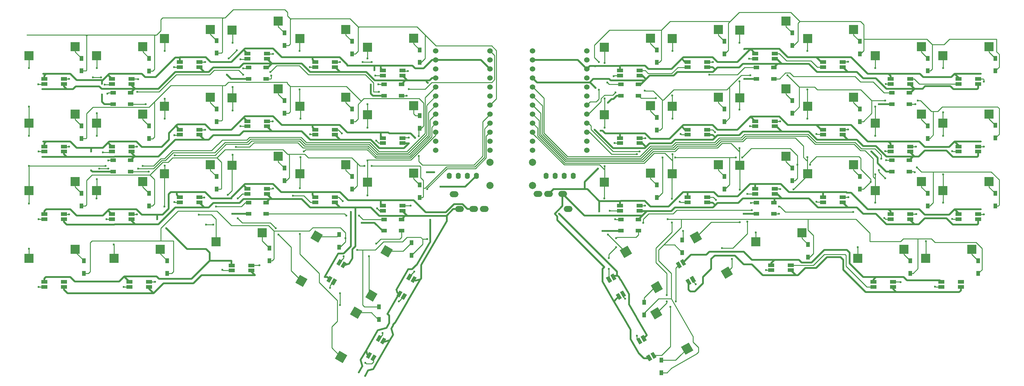
<source format=gbr>
%TF.GenerationSoftware,KiCad,Pcbnew,(5.1.6-0-10_14)*%
%TF.CreationDate,2020-09-29T12:55:32+02:00*%
%TF.ProjectId,corne-cherry,636f726e-652d-4636-9865-7272792e6b69,3.0*%
%TF.SameCoordinates,Original*%
%TF.FileFunction,Copper,L2,Bot*%
%TF.FilePolarity,Positive*%
%FSLAX46Y46*%
G04 Gerber Fmt 4.6, Leading zero omitted, Abs format (unit mm)*
G04 Created by KiCad (PCBNEW (5.1.6-0-10_14)) date 2020-09-29 12:55:32*
%MOMM*%
%LPD*%
G01*
G04 APERTURE LIST*
%TA.AperFunction,SMDPad,CuDef*%
%ADD10R,2.550000X2.500000*%
%TD*%
%TA.AperFunction,SMDPad,CuDef*%
%ADD11C,0.100000*%
%TD*%
%TA.AperFunction,SMDPad,CuDef*%
%ADD12R,1.000000X1.400000*%
%TD*%
%TA.AperFunction,SMDPad,CuDef*%
%ADD13R,1.700000X1.000000*%
%TD*%
%TA.AperFunction,ComponentPad*%
%ADD14O,2.500000X1.700000*%
%TD*%
%TA.AperFunction,ComponentPad*%
%ADD15C,1.524000*%
%TD*%
%TA.AperFunction,ComponentPad*%
%ADD16O,1.397000X1.778000*%
%TD*%
%TA.AperFunction,ComponentPad*%
%ADD17C,2.000000*%
%TD*%
%TA.AperFunction,SMDPad,CuDef*%
%ADD18R,1.500000X1.000000*%
%TD*%
%TA.AperFunction,ViaPad*%
%ADD19C,0.600000*%
%TD*%
%TA.AperFunction,Conductor*%
%ADD20C,0.500000*%
%TD*%
%TA.AperFunction,Conductor*%
%ADD21C,0.250000*%
%TD*%
%TA.AperFunction,Conductor*%
%ADD22C,0.254000*%
%TD*%
%TA.AperFunction,Conductor*%
%ADD23C,0.508000*%
%TD*%
G04 APERTURE END LIST*
D10*
%TO.P,SW44,1*%
%TO.N,col1*%
X36898500Y-90290000D03*
%TO.P,SW44,2*%
%TO.N,Net-(D44-Pad2)*%
X49825500Y-87750000D03*
%TD*%
%TA.AperFunction,SMDPad,CuDef*%
D11*
%TO.P,SW21,1*%
%TO.N,col5*%
G36*
X108695263Y-98990639D02*
G01*
X110860327Y-100240639D01*
X109585327Y-102449003D01*
X107420263Y-101199003D01*
X108695263Y-98990639D01*
G37*
%TD.AperFunction*%
%TA.AperFunction,SMDPad,CuDef*%
%TO.P,SW21,2*%
%TO.N,Net-(D21-Pad2)*%
G36*
X112959059Y-86525529D02*
G01*
X115124123Y-87775529D01*
X113849123Y-89983893D01*
X111684059Y-88733893D01*
X112959059Y-86525529D01*
G37*
%TD.AperFunction*%
%TD*%
D10*
%TO.P,SW8,1*%
%TO.N,col1*%
X32022500Y-52240000D03*
%TO.P,SW8,2*%
%TO.N,Net-(D8-Pad2)*%
X44949500Y-49700000D03*
%TD*%
D12*
%TO.P,D41,1*%
%TO.N,row3_r*%
X190500000Y-122425000D03*
%TO.P,D41,2*%
%TO.N,Net-(D41-Pad2)*%
X190500000Y-118875000D03*
%TD*%
%TO.P,D47,2*%
%TO.N,Net-(D47-Pad2)*%
X260350000Y-90935000D03*
%TO.P,D47,1*%
%TO.N,row3_r*%
X260350000Y-94485000D03*
%TD*%
%TO.P,D46,1*%
%TO.N,row3_r*%
X279400000Y-94488000D03*
%TO.P,D46,2*%
%TO.N,Net-(D46-Pad2)*%
X279400000Y-90938000D03*
%TD*%
%TO.P,D45,2*%
%TO.N,Net-(D45-Pad2)*%
X80518000Y-87376000D03*
%TO.P,D45,1*%
%TO.N,row3*%
X80518000Y-90926000D03*
%TD*%
%TO.P,D44,2*%
%TO.N,Net-(D44-Pad2)*%
X51816000Y-90932000D03*
%TO.P,D44,1*%
%TO.N,row3*%
X51816000Y-94482000D03*
%TD*%
%TO.P,D43,2*%
%TO.N,Net-(D43-Pad2)*%
X28448000Y-90932000D03*
%TO.P,D43,1*%
%TO.N,row3*%
X28448000Y-94482000D03*
%TD*%
%TA.AperFunction,SMDPad,CuDef*%
D11*
%TO.P,SW42,1*%
%TO.N,col5_r*%
G36*
X182281557Y-88927423D02*
G01*
X180116493Y-90177423D01*
X178841493Y-87969059D01*
X181006557Y-86719059D01*
X182281557Y-88927423D01*
G37*
%TD.AperFunction*%
%TA.AperFunction,SMDPad,CuDef*%
%TO.P,SW42,2*%
%TO.N,Net-(D42-Pad2)*%
G36*
X190944761Y-98852533D02*
G01*
X188779697Y-100102533D01*
X187504697Y-97894169D01*
X189669761Y-96644169D01*
X190944761Y-98852533D01*
G37*
%TD.AperFunction*%
%TD*%
D10*
%TO.P,SW48,1*%
%TO.N,col2_r*%
X216999500Y-85602000D03*
%TO.P,SW48,2*%
%TO.N,Net-(D48-Pad2)*%
X229926500Y-83062000D03*
%TD*%
%TO.P,SW38,1*%
%TO.N,col4_r*%
X193529500Y-66485000D03*
%TO.P,SW38,2*%
%TO.N,Net-(D38-Pad2)*%
X206456500Y-63945000D03*
%TD*%
%TO.P,SW34,1*%
%TO.N,col0_r*%
X269529500Y-71235000D03*
%TO.P,SW34,2*%
%TO.N,Net-(D34-Pad2)*%
X282456500Y-68695000D03*
%TD*%
%TO.P,SW32,1*%
%TO.N,col4_r*%
X193529500Y-47485000D03*
%TO.P,SW32,2*%
%TO.N,Net-(D32-Pad2)*%
X206456500Y-44945000D03*
%TD*%
%TO.P,SW31,1*%
%TO.N,col3_r*%
X212529500Y-45110000D03*
%TO.P,SW31,2*%
%TO.N,Net-(D31-Pad2)*%
X225456500Y-42570000D03*
%TD*%
%TO.P,SW30,1*%
%TO.N,col2_r*%
X231529500Y-47485000D03*
%TO.P,SW30,2*%
%TO.N,Net-(D30-Pad2)*%
X244456500Y-44945000D03*
%TD*%
%TO.P,SW29,1*%
%TO.N,col1_r*%
X250529500Y-52235000D03*
%TO.P,SW29,2*%
%TO.N,Net-(D29-Pad2)*%
X263456500Y-49695000D03*
%TD*%
%TO.P,SW28,1*%
%TO.N,col0_r*%
X269529500Y-52235000D03*
%TO.P,SW28,2*%
%TO.N,Net-(D28-Pad2)*%
X282456500Y-49695000D03*
%TD*%
%TO.P,SW27,1*%
%TO.N,col5_r*%
X174522500Y-30865000D03*
%TO.P,SW27,2*%
%TO.N,Net-(D27-Pad2)*%
X187449500Y-28325000D03*
%TD*%
%TO.P,SW26,1*%
%TO.N,col4_r*%
X193529500Y-28485000D03*
%TO.P,SW26,2*%
%TO.N,Net-(D26-Pad2)*%
X206456500Y-25945000D03*
%TD*%
%TO.P,SW25,1*%
%TO.N,col3_r*%
X212529500Y-26110000D03*
%TO.P,SW25,2*%
%TO.N,Net-(D25-Pad2)*%
X225456500Y-23570000D03*
%TD*%
%TO.P,SW24,1*%
%TO.N,col2_r*%
X231529500Y-28485000D03*
%TO.P,SW24,2*%
%TO.N,Net-(D24-Pad2)*%
X244456500Y-25945000D03*
%TD*%
%TO.P,SW23,1*%
%TO.N,col1_r*%
X250529500Y-33235000D03*
%TO.P,SW23,2*%
%TO.N,Net-(D23-Pad2)*%
X263456500Y-30695000D03*
%TD*%
%TO.P,SW22,1*%
%TO.N,col0_r*%
X269529500Y-33235000D03*
%TO.P,SW22,2*%
%TO.N,Net-(D22-Pad2)*%
X282456500Y-30695000D03*
%TD*%
%TA.AperFunction,SMDPad,CuDef*%
D11*
%TO.P,SW20,1*%
%TO.N,col4*%
G36*
X100161263Y-116268925D02*
G01*
X102326327Y-117518925D01*
X101051327Y-119727289D01*
X98886263Y-118477289D01*
X100161263Y-116268925D01*
G37*
%TD.AperFunction*%
%TA.AperFunction,SMDPad,CuDef*%
%TO.P,SW20,2*%
%TO.N,Net-(D20-Pad2)*%
G36*
X104425059Y-103803815D02*
G01*
X106590123Y-105053815D01*
X105315123Y-107262179D01*
X103150059Y-106012179D01*
X104425059Y-103803815D01*
G37*
%TD.AperFunction*%
%TD*%
%TA.AperFunction,SMDPad,CuDef*%
%TO.P,SW19,1*%
%TO.N,col3*%
G36*
X89056263Y-94882232D02*
G01*
X91221327Y-96132232D01*
X89946327Y-98340596D01*
X87781263Y-97090596D01*
X89056263Y-94882232D01*
G37*
%TD.AperFunction*%
%TA.AperFunction,SMDPad,CuDef*%
%TO.P,SW19,2*%
%TO.N,Net-(D19-Pad2)*%
G36*
X93320059Y-82417122D02*
G01*
X95485123Y-83667122D01*
X94210123Y-85875486D01*
X92045059Y-84625486D01*
X93320059Y-82417122D01*
G37*
%TD.AperFunction*%
%TD*%
D10*
%TO.P,SW18,1*%
%TO.N,col5*%
X108022500Y-68865000D03*
%TO.P,SW18,2*%
%TO.N,Net-(D18-Pad2)*%
X120949500Y-66325000D03*
%TD*%
%TO.P,SW17,1*%
%TO.N,col4*%
X89022500Y-66490000D03*
%TO.P,SW17,2*%
%TO.N,Net-(D17-Pad2)*%
X101949500Y-63950000D03*
%TD*%
%TO.P,SW16,1*%
%TO.N,col3*%
X70022500Y-64115000D03*
%TO.P,SW16,2*%
%TO.N,Net-(D16-Pad2)*%
X82949500Y-61575000D03*
%TD*%
%TO.P,SW12,1*%
%TO.N,col5*%
X108022500Y-49865000D03*
%TO.P,SW12,2*%
%TO.N,Net-(D12-Pad2)*%
X120949500Y-47325000D03*
%TD*%
%TO.P,SW11,1*%
%TO.N,col4*%
X89022500Y-47490000D03*
%TO.P,SW11,2*%
%TO.N,Net-(D11-Pad2)*%
X101949500Y-44950000D03*
%TD*%
%TO.P,SW10,1*%
%TO.N,col3*%
X70022500Y-45115000D03*
%TO.P,SW10,2*%
%TO.N,Net-(D10-Pad2)*%
X82949500Y-42575000D03*
%TD*%
%TO.P,SW9,1*%
%TO.N,col2*%
X51022500Y-47490000D03*
%TO.P,SW9,2*%
%TO.N,Net-(D9-Pad2)*%
X63949500Y-44950000D03*
%TD*%
%TO.P,SW5,1*%
%TO.N,col4*%
X89022500Y-28490000D03*
%TO.P,SW5,2*%
%TO.N,Net-(D5-Pad2)*%
X101949500Y-25950000D03*
%TD*%
%TO.P,SW4,1*%
%TO.N,col3*%
X70022500Y-26115000D03*
%TO.P,SW4,2*%
%TO.N,Net-(D4-Pad2)*%
X82949500Y-23575000D03*
%TD*%
%TO.P,SW3,1*%
%TO.N,col2*%
X51022500Y-28490000D03*
%TO.P,SW3,2*%
%TO.N,Net-(D3-Pad2)*%
X63949500Y-25950000D03*
%TD*%
%TO.P,SW2,1*%
%TO.N,col1*%
X32022500Y-33240000D03*
%TO.P,SW2,2*%
%TO.N,Net-(D2-Pad2)*%
X44949500Y-30700000D03*
%TD*%
%TO.P,SW1,1*%
%TO.N,col0*%
X13022500Y-33240000D03*
%TO.P,SW1,2*%
%TO.N,Net-(D1-Pad2)*%
X25949500Y-30700000D03*
%TD*%
%TO.P,SW7,1*%
%TO.N,col0*%
X13022500Y-52240000D03*
%TO.P,SW7,2*%
%TO.N,Net-(D7-Pad2)*%
X25949500Y-49700000D03*
%TD*%
%TO.P,SW14,1*%
%TO.N,col1*%
X32022500Y-71240000D03*
%TO.P,SW14,2*%
%TO.N,Net-(D14-Pad2)*%
X44949500Y-68700000D03*
%TD*%
%TO.P,SW37,1*%
%TO.N,col3_r*%
X212529500Y-64110000D03*
%TO.P,SW37,2*%
%TO.N,Net-(D37-Pad2)*%
X225456500Y-61570000D03*
%TD*%
%TO.P,SW35,1*%
%TO.N,col1_r*%
X250529500Y-71235000D03*
%TO.P,SW35,2*%
%TO.N,Net-(D35-Pad2)*%
X263456500Y-68695000D03*
%TD*%
%TO.P,SW13,1*%
%TO.N,col0*%
X13022500Y-71240000D03*
%TO.P,SW13,2*%
%TO.N,Net-(D13-Pad2)*%
X25949500Y-68700000D03*
%TD*%
%TO.P,SW39,1*%
%TO.N,col5_r*%
X174529500Y-68860000D03*
%TO.P,SW39,2*%
%TO.N,Net-(D39-Pad2)*%
X187456500Y-66320000D03*
%TD*%
%TO.P,SW33,1*%
%TO.N,col5_r*%
X174529500Y-49860000D03*
%TO.P,SW33,2*%
%TO.N,Net-(D33-Pad2)*%
X187456500Y-47320000D03*
%TD*%
%TO.P,SW6,1*%
%TO.N,col5*%
X108022500Y-30865000D03*
%TO.P,SW6,2*%
%TO.N,Net-(D6-Pad2)*%
X120949500Y-28325000D03*
%TD*%
%TA.AperFunction,SMDPad,CuDef*%
D11*
%TO.P,SW41,1*%
%TO.N,col4_r*%
G36*
X190790711Y-106205709D02*
G01*
X188625647Y-107455709D01*
X187350647Y-105247345D01*
X189515711Y-103997345D01*
X190790711Y-106205709D01*
G37*
%TD.AperFunction*%
%TA.AperFunction,SMDPad,CuDef*%
%TO.P,SW41,2*%
%TO.N,Net-(D41-Pad2)*%
G36*
X199453915Y-116130819D02*
G01*
X197288851Y-117380819D01*
X196013851Y-115172455D01*
X198178915Y-113922455D01*
X199453915Y-116130819D01*
G37*
%TD.AperFunction*%
%TD*%
D10*
%TO.P,SW43,1*%
%TO.N,col0*%
X13022500Y-90290000D03*
%TO.P,SW43,2*%
%TO.N,Net-(D43-Pad2)*%
X25949500Y-87750000D03*
%TD*%
%TO.P,SW46,1*%
%TO.N,col0_r*%
X264703500Y-90285000D03*
%TO.P,SW46,2*%
%TO.N,Net-(D46-Pad2)*%
X277630500Y-87745000D03*
%TD*%
%TO.P,SW47,1*%
%TO.N,col1_r*%
X245653500Y-90285000D03*
%TO.P,SW47,2*%
%TO.N,Net-(D47-Pad2)*%
X258580500Y-87745000D03*
%TD*%
%TO.P,SW45,1*%
%TO.N,col2*%
X65559000Y-85598000D03*
%TO.P,SW45,2*%
%TO.N,Net-(D45-Pad2)*%
X78486000Y-83058000D03*
%TD*%
%TA.AperFunction,SMDPad,CuDef*%
D11*
%TO.P,SW40,1*%
%TO.N,col3_r*%
G36*
X201920240Y-84819016D02*
G01*
X199755176Y-86069016D01*
X198480176Y-83860652D01*
X200645240Y-82610652D01*
X201920240Y-84819016D01*
G37*
%TD.AperFunction*%
%TA.AperFunction,SMDPad,CuDef*%
%TO.P,SW40,2*%
%TO.N,Net-(D40-Pad2)*%
G36*
X210583444Y-94744126D02*
G01*
X208418380Y-95994126D01*
X207143380Y-93785762D01*
X209308444Y-92535762D01*
X210583444Y-94744126D01*
G37*
%TD.AperFunction*%
%TD*%
D10*
%TO.P,SW15,1*%
%TO.N,col2*%
X51022500Y-66490000D03*
%TO.P,SW15,2*%
%TO.N,Net-(D15-Pad2)*%
X63949500Y-63950000D03*
%TD*%
%TO.P,SW36,1*%
%TO.N,col2_r*%
X231529500Y-66485000D03*
%TO.P,SW36,2*%
%TO.N,Net-(D36-Pad2)*%
X244456500Y-63945000D03*
%TD*%
%TA.AperFunction,SMDPad,CuDef*%
D11*
%TO.P,LED52,4*%
%TO.N,Net-(LED52-Pad4)*%
G36*
X194524333Y-91640933D02*
G01*
X195390359Y-91140933D01*
X196240359Y-92613177D01*
X195374333Y-93113177D01*
X194524333Y-91640933D01*
G37*
%TD.AperFunction*%
%TA.AperFunction,SMDPad,CuDef*%
%TO.P,LED52,3*%
%TO.N,GNDA*%
G36*
X195736769Y-90940933D02*
G01*
X196602795Y-90440933D01*
X197452795Y-91913177D01*
X196586769Y-92413177D01*
X195736769Y-90940933D01*
G37*
%TD.AperFunction*%
%TA.AperFunction,SMDPad,CuDef*%
%TO.P,LED52,1*%
%TO.N,VDD*%
G36*
X197274333Y-96404073D02*
G01*
X198140359Y-95904073D01*
X198990359Y-97376317D01*
X198124333Y-97876317D01*
X197274333Y-96404073D01*
G37*
%TD.AperFunction*%
%TA.AperFunction,SMDPad,CuDef*%
%TO.P,LED52,2*%
%TO.N,Net-(LED49-Pad4)*%
G36*
X198486769Y-95704073D02*
G01*
X199352795Y-95204073D01*
X200202795Y-96676317D01*
X199336769Y-97176317D01*
X198486769Y-95704073D01*
G37*
%TD.AperFunction*%
%TD*%
D13*
%TO.P,LED59,2*%
%TO.N,Net-(LED56-Pad4)*%
X75394000Y-92264000D03*
%TO.P,LED59,1*%
%TO.N,VCC*%
X75394000Y-93664000D03*
%TO.P,LED59,3*%
%TO.N,GND*%
X69894000Y-92264000D03*
%TO.P,LED59,4*%
%TO.N,Net-(LED21-Pad2)*%
X69894000Y-93664000D03*
%TD*%
%TO.P,LED56,2*%
%TO.N,Net-(LED20-Pad4)*%
X46733500Y-96880000D03*
%TO.P,LED56,1*%
%TO.N,VCC*%
X46733500Y-98280000D03*
%TO.P,LED56,3*%
%TO.N,GND*%
X41233500Y-96880000D03*
%TO.P,LED56,4*%
%TO.N,Net-(LED56-Pad4)*%
X41233500Y-98280000D03*
%TD*%
%TO.P,LED58,2*%
%TO.N,Net-(LED47-Pad4)*%
X255481500Y-96880000D03*
%TO.P,LED58,1*%
%TO.N,VDD*%
X255481500Y-98280000D03*
%TO.P,LED58,3*%
%TO.N,GNDA*%
X249981500Y-96880000D03*
%TO.P,LED58,4*%
%TO.N,Net-(LED58-Pad4)*%
X249981500Y-98280000D03*
%TD*%
%TO.P,LED57,2*%
%TO.N,Net-(LED57-Pad2)*%
X274531500Y-96880000D03*
%TO.P,LED57,1*%
%TO.N,VDD*%
X274531500Y-98280000D03*
%TO.P,LED57,3*%
%TO.N,GNDA*%
X269031500Y-96880000D03*
%TO.P,LED57,4*%
%TO.N,Net-(LED46-Pad2)*%
X269031500Y-98280000D03*
%TD*%
%TO.P,LED55,2*%
%TO.N,Net-(LED55-Pad2)*%
X22857500Y-96880000D03*
%TO.P,LED55,1*%
%TO.N,VCC*%
X22857500Y-98280000D03*
%TO.P,LED55,3*%
%TO.N,GND*%
X17357500Y-96880000D03*
%TO.P,LED55,4*%
%TO.N,Net-(LED19-Pad2)*%
X17357500Y-98280000D03*
%TD*%
%TA.AperFunction,SMDPad,CuDef*%
D11*
%TO.P,LED26,2*%
%TO.N,Net-(LED25-Pad4)*%
G36*
X111238916Y-113761868D02*
G01*
X110372890Y-113261868D01*
X111222890Y-111789624D01*
X112088916Y-112289624D01*
X111238916Y-113761868D01*
G37*
%TD.AperFunction*%
%TA.AperFunction,SMDPad,CuDef*%
%TO.P,LED26,1*%
%TO.N,VCC*%
G36*
X112451352Y-114461868D02*
G01*
X111585326Y-113961868D01*
X112435326Y-112489624D01*
X113301352Y-112989624D01*
X112451352Y-114461868D01*
G37*
%TD.AperFunction*%
%TA.AperFunction,SMDPad,CuDef*%
%TO.P,LED26,3*%
%TO.N,GND*%
G36*
X108488916Y-118525008D02*
G01*
X107622890Y-118025008D01*
X108472890Y-116552764D01*
X109338916Y-117052764D01*
X108488916Y-118525008D01*
G37*
%TD.AperFunction*%
%TA.AperFunction,SMDPad,CuDef*%
%TO.P,LED26,4*%
%TO.N,Net-(LED23-Pad2)*%
G36*
X109701352Y-119225008D02*
G01*
X108835326Y-118725008D01*
X109685326Y-117252764D01*
X110551352Y-117752764D01*
X109701352Y-119225008D01*
G37*
%TD.AperFunction*%
%TD*%
D13*
%TO.P,LED7,2*%
%TO.N,Net-(LED13-Pad4)*%
X22857500Y-39830000D03*
%TO.P,LED7,1*%
%TO.N,VCC*%
X22857500Y-41230000D03*
%TO.P,LED7,3*%
%TO.N,GND*%
X17357500Y-39830000D03*
%TO.P,LED7,4*%
%TO.N,Net-(LED7-Pad4)*%
X17357500Y-41230000D03*
%TD*%
%TO.P,LED8,2*%
%TO.N,Net-(LED7-Pad4)*%
X41857500Y-39830000D03*
%TO.P,LED8,1*%
%TO.N,VCC*%
X41857500Y-41230000D03*
%TO.P,LED8,3*%
%TO.N,GND*%
X36357500Y-39830000D03*
%TO.P,LED8,4*%
%TO.N,Net-(LED14-Pad2)*%
X36357500Y-41230000D03*
%TD*%
%TO.P,LED9,2*%
%TO.N,Net-(LED15-Pad4)*%
X60857500Y-35080000D03*
%TO.P,LED9,1*%
%TO.N,VCC*%
X60857500Y-36480000D03*
%TO.P,LED9,3*%
%TO.N,GND*%
X55357500Y-35080000D03*
%TO.P,LED9,4*%
%TO.N,Net-(LED10-Pad2)*%
X55357500Y-36480000D03*
%TD*%
%TO.P,LED10,2*%
%TO.N,Net-(LED10-Pad2)*%
X79857500Y-32705000D03*
%TO.P,LED10,1*%
%TO.N,VCC*%
X79857500Y-34105000D03*
%TO.P,LED10,3*%
%TO.N,GND*%
X74357500Y-32705000D03*
%TO.P,LED10,4*%
%TO.N,Net-(LED10-Pad4)*%
X74357500Y-34105000D03*
%TD*%
%TO.P,LED11,2*%
%TO.N,Net-(LED11-Pad2)*%
X98857500Y-35080000D03*
%TO.P,LED11,1*%
%TO.N,VCC*%
X98857500Y-36480000D03*
%TO.P,LED11,3*%
%TO.N,GND*%
X93357500Y-35080000D03*
%TO.P,LED11,4*%
%TO.N,Net-(LED11-Pad4)*%
X93357500Y-36480000D03*
%TD*%
%TO.P,LED12,2*%
%TO.N,Net-(LED11-Pad4)*%
X117857500Y-37455000D03*
%TO.P,LED12,1*%
%TO.N,VCC*%
X117857500Y-38855000D03*
%TO.P,LED12,3*%
%TO.N,GND*%
X112357500Y-37455000D03*
%TO.P,LED12,4*%
%TO.N,Net-(LED12-Pad4)*%
X112357500Y-38855000D03*
%TD*%
%TO.P,LED13,2*%
%TO.N,Net-(LED13-Pad2)*%
X22857500Y-58830000D03*
%TO.P,LED13,1*%
%TO.N,VCC*%
X22857500Y-60230000D03*
%TO.P,LED13,3*%
%TO.N,GND*%
X17357500Y-58830000D03*
%TO.P,LED13,4*%
%TO.N,Net-(LED13-Pad4)*%
X17357500Y-60230000D03*
%TD*%
%TO.P,LED14,2*%
%TO.N,Net-(LED14-Pad2)*%
X41857500Y-58830000D03*
%TO.P,LED14,1*%
%TO.N,VCC*%
X41857500Y-60230000D03*
%TO.P,LED14,3*%
%TO.N,GND*%
X36357500Y-58830000D03*
%TO.P,LED14,4*%
%TO.N,Net-(LED14-Pad4)*%
X36357500Y-60230000D03*
%TD*%
%TO.P,LED15,2*%
%TO.N,Net-(LED15-Pad2)*%
X60857500Y-54080000D03*
%TO.P,LED15,1*%
%TO.N,VCC*%
X60857500Y-55480000D03*
%TO.P,LED15,3*%
%TO.N,GND*%
X55357500Y-54080000D03*
%TO.P,LED15,4*%
%TO.N,Net-(LED15-Pad4)*%
X55357500Y-55480000D03*
%TD*%
%TO.P,LED16,2*%
%TO.N,Net-(LED10-Pad4)*%
X79857500Y-51705000D03*
%TO.P,LED16,1*%
%TO.N,VCC*%
X79857500Y-53105000D03*
%TO.P,LED16,3*%
%TO.N,GND*%
X74357500Y-51705000D03*
%TO.P,LED16,4*%
%TO.N,Net-(LED16-Pad4)*%
X74357500Y-53105000D03*
%TD*%
%TO.P,LED17,2*%
%TO.N,Net-(LED17-Pad2)*%
X98857500Y-54080000D03*
%TO.P,LED17,1*%
%TO.N,VCC*%
X98857500Y-55480000D03*
%TO.P,LED17,3*%
%TO.N,GND*%
X93357500Y-54080000D03*
%TO.P,LED17,4*%
%TO.N,Net-(LED11-Pad2)*%
X93357500Y-55480000D03*
%TD*%
%TO.P,LED18,2*%
%TO.N,Net-(LED12-Pad4)*%
X117857500Y-56455000D03*
%TO.P,LED18,1*%
%TO.N,VCC*%
X117857500Y-57855000D03*
%TO.P,LED18,3*%
%TO.N,GND*%
X112357500Y-56455000D03*
%TO.P,LED18,4*%
%TO.N,Net-(LED18-Pad4)*%
X112357500Y-57855000D03*
%TD*%
%TO.P,LED19,2*%
%TO.N,Net-(LED19-Pad2)*%
X22857500Y-77830000D03*
%TO.P,LED19,1*%
%TO.N,VCC*%
X22857500Y-79230000D03*
%TO.P,LED19,3*%
%TO.N,GND*%
X17357500Y-77830000D03*
%TO.P,LED19,4*%
%TO.N,Net-(LED13-Pad2)*%
X17357500Y-79230000D03*
%TD*%
%TO.P,LED20,2*%
%TO.N,Net-(LED14-Pad4)*%
X41857500Y-77830000D03*
%TO.P,LED20,1*%
%TO.N,VCC*%
X41857500Y-79230000D03*
%TO.P,LED20,3*%
%TO.N,GND*%
X36357500Y-77830000D03*
%TO.P,LED20,4*%
%TO.N,Net-(LED20-Pad4)*%
X36357500Y-79230000D03*
%TD*%
%TO.P,LED21,2*%
%TO.N,Net-(LED21-Pad2)*%
X60857500Y-73080000D03*
%TO.P,LED21,1*%
%TO.N,VCC*%
X60857500Y-74480000D03*
%TO.P,LED21,3*%
%TO.N,GND*%
X55357500Y-73080000D03*
%TO.P,LED21,4*%
%TO.N,Net-(LED15-Pad2)*%
X55357500Y-74480000D03*
%TD*%
%TO.P,LED22,2*%
%TO.N,Net-(LED16-Pad4)*%
X79857500Y-70705000D03*
%TO.P,LED22,1*%
%TO.N,VCC*%
X79857500Y-72105000D03*
%TO.P,LED22,3*%
%TO.N,GND*%
X74357500Y-70705000D03*
%TO.P,LED22,4*%
%TO.N,Net-(LED22-Pad4)*%
X74357500Y-72105000D03*
%TD*%
%TO.P,LED24,2*%
%TO.N,Net-(LED18-Pad4)*%
X117857500Y-75455000D03*
%TO.P,LED24,1*%
%TO.N,VCC*%
X117857500Y-76855000D03*
%TO.P,LED24,3*%
%TO.N,GND*%
X112357500Y-75455000D03*
%TO.P,LED24,4*%
%TO.N,Net-(LED24-Pad4)*%
X112357500Y-76855000D03*
%TD*%
%TA.AperFunction,SMDPad,CuDef*%
D11*
%TO.P,LED25,2*%
%TO.N,Net-(LED22-Pad4)*%
G36*
X100133916Y-92375176D02*
G01*
X99267890Y-91875176D01*
X100117890Y-90402932D01*
X100983916Y-90902932D01*
X100133916Y-92375176D01*
G37*
%TD.AperFunction*%
%TA.AperFunction,SMDPad,CuDef*%
%TO.P,LED25,1*%
%TO.N,VCC*%
G36*
X101346352Y-93075176D02*
G01*
X100480326Y-92575176D01*
X101330326Y-91102932D01*
X102196352Y-91602932D01*
X101346352Y-93075176D01*
G37*
%TD.AperFunction*%
%TA.AperFunction,SMDPad,CuDef*%
%TO.P,LED25,3*%
%TO.N,GND*%
G36*
X97383916Y-97138316D02*
G01*
X96517890Y-96638316D01*
X97367890Y-95166072D01*
X98233916Y-95666072D01*
X97383916Y-97138316D01*
G37*
%TD.AperFunction*%
%TA.AperFunction,SMDPad,CuDef*%
%TO.P,LED25,4*%
%TO.N,Net-(LED25-Pad4)*%
G36*
X98596352Y-97838316D02*
G01*
X97730326Y-97338316D01*
X98580326Y-95866072D01*
X99446352Y-96366072D01*
X98596352Y-97838316D01*
G37*
%TD.AperFunction*%
%TD*%
%TA.AperFunction,SMDPad,CuDef*%
%TO.P,LED27,2*%
%TO.N,Net-(LED24-Pad4)*%
G36*
X119772916Y-96483583D02*
G01*
X118906890Y-95983583D01*
X119756890Y-94511339D01*
X120622916Y-95011339D01*
X119772916Y-96483583D01*
G37*
%TD.AperFunction*%
%TA.AperFunction,SMDPad,CuDef*%
%TO.P,LED27,1*%
%TO.N,VCC*%
G36*
X120985352Y-97183583D02*
G01*
X120119326Y-96683583D01*
X120969326Y-95211339D01*
X121835352Y-95711339D01*
X120985352Y-97183583D01*
G37*
%TD.AperFunction*%
%TA.AperFunction,SMDPad,CuDef*%
%TO.P,LED27,3*%
%TO.N,GND*%
G36*
X117022916Y-101246723D02*
G01*
X116156890Y-100746723D01*
X117006890Y-99274479D01*
X117872916Y-99774479D01*
X117022916Y-101246723D01*
G37*
%TD.AperFunction*%
%TA.AperFunction,SMDPad,CuDef*%
%TO.P,LED27,4*%
%TO.N,Net-(LED27-Pad4)*%
G36*
X118235352Y-101946723D02*
G01*
X117369326Y-101446723D01*
X118219326Y-99974479D01*
X119085352Y-100474479D01*
X118235352Y-101946723D01*
G37*
%TD.AperFunction*%
%TD*%
D13*
%TO.P,LED43,2*%
%TO.N,Net-(LED37-Pad4)*%
X222357500Y-51705000D03*
%TO.P,LED43,1*%
%TO.N,VDD*%
X222357500Y-53105000D03*
%TO.P,LED43,3*%
%TO.N,GNDA*%
X216857500Y-51705000D03*
%TO.P,LED43,4*%
%TO.N,Net-(LED43-Pad4)*%
X216857500Y-53105000D03*
%TD*%
%TO.P,LED44,2*%
%TO.N,Net-(LED44-Pad2)*%
X203357500Y-54080000D03*
%TO.P,LED44,1*%
%TO.N,VDD*%
X203357500Y-55480000D03*
%TO.P,LED44,3*%
%TO.N,GNDA*%
X197857500Y-54080000D03*
%TO.P,LED44,4*%
%TO.N,Net-(LED38-Pad2)*%
X197857500Y-55480000D03*
%TD*%
%TO.P,LED45,2*%
%TO.N,Net-(LED39-Pad4)*%
X184357500Y-56455000D03*
%TO.P,LED45,1*%
%TO.N,VDD*%
X184357500Y-57855000D03*
%TO.P,LED45,3*%
%TO.N,GNDA*%
X178857500Y-56455000D03*
%TO.P,LED45,4*%
%TO.N,Net-(LED45-Pad4)*%
X178857500Y-57855000D03*
%TD*%
%TO.P,LED46,2*%
%TO.N,Net-(LED46-Pad2)*%
X279357500Y-77830000D03*
%TO.P,LED46,1*%
%TO.N,VDD*%
X279357500Y-79230000D03*
%TO.P,LED46,3*%
%TO.N,GNDA*%
X273857500Y-77830000D03*
%TO.P,LED46,4*%
%TO.N,Net-(LED40-Pad2)*%
X273857500Y-79230000D03*
%TD*%
%TO.P,LED47,2*%
%TO.N,Net-(LED41-Pad4)*%
X260357500Y-77830000D03*
%TO.P,LED47,1*%
%TO.N,VDD*%
X260357500Y-79230000D03*
%TO.P,LED47,3*%
%TO.N,GNDA*%
X254857500Y-77830000D03*
%TO.P,LED47,4*%
%TO.N,Net-(LED47-Pad4)*%
X254857500Y-79230000D03*
%TD*%
%TO.P,LED48,2*%
%TO.N,Net-(LED48-Pad2)*%
X241357500Y-73080000D03*
%TO.P,LED48,1*%
%TO.N,VDD*%
X241357500Y-74480000D03*
%TO.P,LED48,3*%
%TO.N,GNDA*%
X235857500Y-73080000D03*
%TO.P,LED48,4*%
%TO.N,Net-(LED42-Pad2)*%
X235857500Y-74480000D03*
%TD*%
%TO.P,LED49,2*%
%TO.N,Net-(LED43-Pad4)*%
X222357500Y-70705000D03*
%TO.P,LED49,1*%
%TO.N,VDD*%
X222357500Y-72105000D03*
%TO.P,LED49,3*%
%TO.N,GNDA*%
X216857500Y-70705000D03*
%TO.P,LED49,4*%
%TO.N,Net-(LED49-Pad4)*%
X216857500Y-72105000D03*
%TD*%
%TO.P,LED50,2*%
%TO.N,Net-(LED50-Pad2)*%
X203357500Y-73080000D03*
%TO.P,LED50,1*%
%TO.N,VDD*%
X203357500Y-74480000D03*
%TO.P,LED50,3*%
%TO.N,GNDA*%
X197857500Y-73080000D03*
%TO.P,LED50,4*%
%TO.N,Net-(LED44-Pad2)*%
X197857500Y-74480000D03*
%TD*%
%TO.P,LED51,2*%
%TO.N,Net-(LED45-Pad4)*%
X184357500Y-75455000D03*
%TO.P,LED51,1*%
%TO.N,VDD*%
X184357500Y-76855000D03*
%TO.P,LED51,3*%
%TO.N,GNDA*%
X178857500Y-75455000D03*
%TO.P,LED51,4*%
%TO.N,Net-(LED51-Pad4)*%
X178857500Y-76855000D03*
%TD*%
%TO.P,LED60,4*%
%TO.N,Net-(LED48-Pad2)*%
X221327500Y-93597000D03*
%TO.P,LED60,3*%
%TO.N,GNDA*%
X221327500Y-92197000D03*
%TO.P,LED60,1*%
%TO.N,VDD*%
X226827500Y-93597000D03*
%TO.P,LED60,2*%
%TO.N,Net-(LED58-Pad4)*%
X226827500Y-92197000D03*
%TD*%
%TA.AperFunction,SMDPad,CuDef*%
D11*
%TO.P,LED53,2*%
%TO.N,Net-(LED52-Pad4)*%
G36*
X187423058Y-117052766D02*
G01*
X188289084Y-116552766D01*
X189139084Y-118025010D01*
X188273058Y-118525010D01*
X187423058Y-117052766D01*
G37*
%TD.AperFunction*%
%TA.AperFunction,SMDPad,CuDef*%
%TO.P,LED53,1*%
%TO.N,VDD*%
G36*
X186210622Y-117752766D02*
G01*
X187076648Y-117252766D01*
X187926648Y-118725010D01*
X187060622Y-119225010D01*
X186210622Y-117752766D01*
G37*
%TD.AperFunction*%
%TA.AperFunction,SMDPad,CuDef*%
%TO.P,LED53,3*%
%TO.N,GNDA*%
G36*
X184673058Y-112289626D02*
G01*
X185539084Y-111789626D01*
X186389084Y-113261870D01*
X185523058Y-113761870D01*
X184673058Y-112289626D01*
G37*
%TD.AperFunction*%
%TA.AperFunction,SMDPad,CuDef*%
%TO.P,LED53,4*%
%TO.N,Net-(LED50-Pad2)*%
G36*
X183460622Y-112989626D02*
G01*
X184326648Y-112489626D01*
X185176648Y-113961870D01*
X184310622Y-114461870D01*
X183460622Y-112989626D01*
G37*
%TD.AperFunction*%
%TD*%
%TA.AperFunction,SMDPad,CuDef*%
%TO.P,LED54,2*%
%TO.N,Net-(LED51-Pad4)*%
G36*
X178913905Y-99774479D02*
G01*
X179779931Y-99274479D01*
X180629931Y-100746723D01*
X179763905Y-101246723D01*
X178913905Y-99774479D01*
G37*
%TD.AperFunction*%
%TA.AperFunction,SMDPad,CuDef*%
%TO.P,LED54,1*%
%TO.N,VDD*%
G36*
X177701469Y-100474479D02*
G01*
X178567495Y-99974479D01*
X179417495Y-101446723D01*
X178551469Y-101946723D01*
X177701469Y-100474479D01*
G37*
%TD.AperFunction*%
%TA.AperFunction,SMDPad,CuDef*%
%TO.P,LED54,3*%
%TO.N,GNDA*%
G36*
X176163905Y-95011339D02*
G01*
X177029931Y-94511339D01*
X177879931Y-95983583D01*
X177013905Y-96483583D01*
X176163905Y-95011339D01*
G37*
%TD.AperFunction*%
%TA.AperFunction,SMDPad,CuDef*%
%TO.P,LED54,4*%
%TO.N,Net-(LED33-Pad2)*%
G36*
X174951469Y-95711339D02*
G01*
X175817495Y-95211339D01*
X176667495Y-96683583D01*
X175801469Y-97183583D01*
X174951469Y-95711339D01*
G37*
%TD.AperFunction*%
%TD*%
D13*
%TO.P,LED23,2*%
%TO.N,Net-(LED23-Pad2)*%
X98857500Y-73080000D03*
%TO.P,LED23,1*%
%TO.N,VCC*%
X98857500Y-74480000D03*
%TO.P,LED23,3*%
%TO.N,GND*%
X93357500Y-73080000D03*
%TO.P,LED23,4*%
%TO.N,Net-(LED17-Pad2)*%
X93357500Y-74480000D03*
%TD*%
%TO.P,LED34,2*%
%TO.N,Net-(LED34-Pad2)*%
X279357500Y-39830000D03*
%TO.P,LED34,1*%
%TO.N,VDD*%
X279357500Y-41230000D03*
%TO.P,LED34,3*%
%TO.N,GNDA*%
X273857500Y-39830000D03*
%TO.P,LED34,4*%
%TO.N,Net-(LED34-Pad4)*%
X273857500Y-41230000D03*
%TD*%
%TO.P,LED35,2*%
%TO.N,Net-(LED34-Pad4)*%
X260357500Y-39830000D03*
%TO.P,LED35,1*%
%TO.N,VDD*%
X260357500Y-41230000D03*
%TO.P,LED35,3*%
%TO.N,GNDA*%
X254857500Y-39830000D03*
%TO.P,LED35,4*%
%TO.N,Net-(LED35-Pad4)*%
X254857500Y-41230000D03*
%TD*%
%TO.P,LED36,2*%
%TO.N,Net-(LED36-Pad2)*%
X241357500Y-35080000D03*
%TO.P,LED36,1*%
%TO.N,VDD*%
X241357500Y-36480000D03*
%TO.P,LED36,3*%
%TO.N,GNDA*%
X235857500Y-35080000D03*
%TO.P,LED36,4*%
%TO.N,Net-(LED36-Pad4)*%
X235857500Y-36480000D03*
%TD*%
%TO.P,LED37,2*%
%TO.N,Net-(LED36-Pad4)*%
X222357500Y-32705000D03*
%TO.P,LED37,1*%
%TO.N,VDD*%
X222357500Y-34105000D03*
%TO.P,LED37,3*%
%TO.N,GNDA*%
X216857500Y-32705000D03*
%TO.P,LED37,4*%
%TO.N,Net-(LED37-Pad4)*%
X216857500Y-34105000D03*
%TD*%
%TO.P,LED38,2*%
%TO.N,Net-(LED38-Pad2)*%
X203357500Y-35080000D03*
%TO.P,LED38,1*%
%TO.N,VDD*%
X203357500Y-36480000D03*
%TO.P,LED38,3*%
%TO.N,GNDA*%
X197857500Y-35080000D03*
%TO.P,LED38,4*%
%TO.N,Net-(LED38-Pad4)*%
X197857500Y-36480000D03*
%TD*%
%TO.P,LED39,2*%
%TO.N,Net-(LED38-Pad4)*%
X184357500Y-37455000D03*
%TO.P,LED39,1*%
%TO.N,VDD*%
X184357500Y-38855000D03*
%TO.P,LED39,3*%
%TO.N,GNDA*%
X178857500Y-37455000D03*
%TO.P,LED39,4*%
%TO.N,Net-(LED39-Pad4)*%
X178857500Y-38855000D03*
%TD*%
%TO.P,LED40,2*%
%TO.N,Net-(LED40-Pad2)*%
X279357500Y-58830000D03*
%TO.P,LED40,1*%
%TO.N,VDD*%
X279357500Y-60230000D03*
%TO.P,LED40,3*%
%TO.N,GNDA*%
X273857500Y-58830000D03*
%TO.P,LED40,4*%
%TO.N,Net-(LED34-Pad2)*%
X273857500Y-60230000D03*
%TD*%
%TO.P,LED41,2*%
%TO.N,Net-(LED35-Pad4)*%
X260357500Y-58830000D03*
%TO.P,LED41,1*%
%TO.N,VDD*%
X260357500Y-60230000D03*
%TO.P,LED41,3*%
%TO.N,GNDA*%
X254857500Y-58830000D03*
%TO.P,LED41,4*%
%TO.N,Net-(LED41-Pad4)*%
X254857500Y-60230000D03*
%TD*%
%TO.P,LED42,2*%
%TO.N,Net-(LED42-Pad2)*%
X241357500Y-54080000D03*
%TO.P,LED42,1*%
%TO.N,VDD*%
X241357500Y-55480000D03*
%TO.P,LED42,3*%
%TO.N,GNDA*%
X235857500Y-54080000D03*
%TO.P,LED42,4*%
%TO.N,Net-(LED36-Pad2)*%
X235857500Y-55480000D03*
%TD*%
D14*
%TO.P,J3,B*%
%TO.N,data_r*%
X155837500Y-72170000D03*
%TO.P,J3,C*%
%TO.N,GNDA*%
X158837500Y-72170000D03*
%TO.P,J3,D*%
%TO.N,VDD*%
X162837500Y-72170000D03*
%TO.P,J3,A*%
%TO.N,Net-(J3-PadA)*%
X164337500Y-76370000D03*
%TD*%
%TO.P,J1,B*%
%TO.N,data*%
X140834500Y-76392000D03*
%TO.P,J1,C*%
%TO.N,GND*%
X137834500Y-76392000D03*
%TO.P,J1,D*%
%TO.N,VCC*%
X133834500Y-76392000D03*
%TO.P,J1,A*%
%TO.N,Net-(J1-PadA)*%
X132334500Y-72192000D03*
%TD*%
D15*
%TO.P,U1,24*%
%TO.N,Net-(U1-Pad24)*%
X127203900Y-31942000D03*
%TO.P,U1,23*%
%TO.N,GND*%
X127203900Y-34482000D03*
%TO.P,U1,22*%
%TO.N,reset*%
X127203900Y-37022000D03*
%TO.P,U1,21*%
%TO.N,VCC*%
X127203900Y-39562000D03*
%TO.P,U1,20*%
%TO.N,col0*%
X127203900Y-42102000D03*
%TO.P,U1,19*%
%TO.N,col1*%
X127203900Y-44642000D03*
%TO.P,U1,18*%
%TO.N,col2*%
X127203900Y-47182000D03*
%TO.P,U1,17*%
%TO.N,col3*%
X127203900Y-49722000D03*
%TO.P,U1,16*%
%TO.N,col4*%
X127203900Y-52262000D03*
%TO.P,U1,15*%
%TO.N,col5*%
X127203900Y-54802000D03*
%TO.P,U1,14*%
%TO.N,Net-(U1-Pad14)*%
X127203900Y-57342000D03*
%TO.P,U1,13*%
%TO.N,Net-(U1-Pad13)*%
X127203900Y-59882000D03*
%TO.P,U1,12*%
%TO.N,Net-(U1-Pad12)*%
X142423900Y-59882000D03*
%TO.P,U1,11*%
%TO.N,Net-(U1-Pad11)*%
X142423900Y-57342000D03*
%TO.P,U1,10*%
%TO.N,row3*%
X142423900Y-54802000D03*
%TO.P,U1,9*%
%TO.N,row2*%
X142423900Y-52262000D03*
%TO.P,U1,8*%
%TO.N,row1*%
X142423900Y-49722000D03*
%TO.P,U1,7*%
%TO.N,row0*%
X142423900Y-47182000D03*
%TO.P,U1,6*%
%TO.N,SCL*%
X142423900Y-44642000D03*
%TO.P,U1,5*%
%TO.N,SDA*%
X142423900Y-42102000D03*
%TO.P,U1,4*%
%TO.N,GND*%
X142423900Y-39562000D03*
%TO.P,U1,3*%
X142423900Y-37022000D03*
%TO.P,U1,2*%
%TO.N,data*%
X142423900Y-34482000D03*
%TO.P,U1,1*%
%TO.N,LED*%
X142423900Y-31942000D03*
%TD*%
%TO.P,U2,24*%
%TO.N,Net-(U2-Pad24)*%
X154378900Y-31912000D03*
%TO.P,U2,23*%
%TO.N,GNDA*%
X154378900Y-34452000D03*
%TO.P,U2,22*%
%TO.N,reset_r*%
X154378900Y-36992000D03*
%TO.P,U2,21*%
%TO.N,VDD*%
X154378900Y-39532000D03*
%TO.P,U2,20*%
%TO.N,col0_r*%
X154378900Y-42072000D03*
%TO.P,U2,19*%
%TO.N,col1_r*%
X154378900Y-44612000D03*
%TO.P,U2,18*%
%TO.N,col2_r*%
X154378900Y-47152000D03*
%TO.P,U2,17*%
%TO.N,col3_r*%
X154378900Y-49692000D03*
%TO.P,U2,16*%
%TO.N,col4_r*%
X154378900Y-52232000D03*
%TO.P,U2,15*%
%TO.N,col5_r*%
X154378900Y-54772000D03*
%TO.P,U2,14*%
%TO.N,Net-(U2-Pad14)*%
X154378900Y-57312000D03*
%TO.P,U2,13*%
%TO.N,Net-(U2-Pad13)*%
X154378900Y-59852000D03*
%TO.P,U2,12*%
%TO.N,Net-(U2-Pad12)*%
X169598900Y-59852000D03*
%TO.P,U2,11*%
%TO.N,Net-(U2-Pad11)*%
X169598900Y-57312000D03*
%TO.P,U2,10*%
%TO.N,row3_r*%
X169598900Y-54772000D03*
%TO.P,U2,9*%
%TO.N,row2_r*%
X169598900Y-52232000D03*
%TO.P,U2,8*%
%TO.N,row1_r*%
X169598900Y-49692000D03*
%TO.P,U2,7*%
%TO.N,row0_r*%
X169598900Y-47152000D03*
%TO.P,U2,6*%
%TO.N,SCL_r*%
X169598900Y-44612000D03*
%TO.P,U2,5*%
%TO.N,SDA_r*%
X169598900Y-42072000D03*
%TO.P,U2,4*%
%TO.N,GNDA*%
X169598900Y-39532000D03*
%TO.P,U2,3*%
X169598900Y-36992000D03*
%TO.P,U2,2*%
%TO.N,data_r*%
X169598900Y-34452000D03*
%TO.P,U2,1*%
%TO.N,LED_r*%
X169598900Y-31912000D03*
%TD*%
D12*
%TO.P,D11,2*%
%TO.N,Net-(D11-Pad2)*%
X103707500Y-48255000D03*
%TO.P,D11,1*%
%TO.N,row1*%
X103707500Y-51805000D03*
%TD*%
%TO.P,D9,2*%
%TO.N,Net-(D9-Pad2)*%
X65707500Y-48255000D03*
%TO.P,D9,1*%
%TO.N,row1*%
X65707500Y-51805000D03*
%TD*%
%TO.P,D25,2*%
%TO.N,Net-(D25-Pad2)*%
X227214500Y-26875000D03*
%TO.P,D25,1*%
%TO.N,row0_r*%
X227214500Y-30425000D03*
%TD*%
%TO.P,D1,2*%
%TO.N,Net-(D1-Pad2)*%
X27734500Y-34001875D03*
%TO.P,D1,1*%
%TO.N,row0*%
X27734500Y-37551875D03*
%TD*%
%TO.P,D2,2*%
%TO.N,Net-(D2-Pad2)*%
X46734500Y-34005000D03*
%TO.P,D2,1*%
%TO.N,row0*%
X46734500Y-37555000D03*
%TD*%
%TO.P,D3,2*%
%TO.N,Net-(D3-Pad2)*%
X65707500Y-29005000D03*
%TO.P,D3,1*%
%TO.N,row0*%
X65707500Y-32555000D03*
%TD*%
%TO.P,D4,2*%
%TO.N,Net-(D4-Pad2)*%
X84707500Y-26880000D03*
%TO.P,D4,1*%
%TO.N,row0*%
X84707500Y-30430000D03*
%TD*%
%TO.P,D5,2*%
%TO.N,Net-(D5-Pad2)*%
X103707500Y-29255000D03*
%TO.P,D5,1*%
%TO.N,row0*%
X103707500Y-32805000D03*
%TD*%
%TO.P,D6,2*%
%TO.N,Net-(D6-Pad2)*%
X122707500Y-31630000D03*
%TO.P,D6,1*%
%TO.N,row0*%
X122707500Y-35180000D03*
%TD*%
%TO.P,D7,2*%
%TO.N,Net-(D7-Pad2)*%
X27734500Y-53001875D03*
%TO.P,D7,1*%
%TO.N,row1*%
X27734500Y-56551875D03*
%TD*%
%TO.P,D8,2*%
%TO.N,Net-(D8-Pad2)*%
X46734500Y-53005000D03*
%TO.P,D8,1*%
%TO.N,row1*%
X46734500Y-56555000D03*
%TD*%
%TO.P,D10,2*%
%TO.N,Net-(D10-Pad2)*%
X84707500Y-45880000D03*
%TO.P,D10,1*%
%TO.N,row1*%
X84707500Y-49430000D03*
%TD*%
%TO.P,D12,2*%
%TO.N,Net-(D12-Pad2)*%
X122707500Y-50122000D03*
%TO.P,D12,1*%
%TO.N,row1*%
X122707500Y-53672000D03*
%TD*%
%TO.P,D13,2*%
%TO.N,Net-(D13-Pad2)*%
X27734500Y-72001875D03*
%TO.P,D13,1*%
%TO.N,row2*%
X27734500Y-75551875D03*
%TD*%
%TO.P,D14,2*%
%TO.N,Net-(D14-Pad2)*%
X46734500Y-72005000D03*
%TO.P,D14,1*%
%TO.N,row2*%
X46734500Y-75555000D03*
%TD*%
%TO.P,D15,2*%
%TO.N,Net-(D15-Pad2)*%
X65707500Y-67255000D03*
%TO.P,D15,1*%
%TO.N,row2*%
X65707500Y-70805000D03*
%TD*%
%TO.P,D16,2*%
%TO.N,Net-(D16-Pad2)*%
X84707500Y-64880000D03*
%TO.P,D16,1*%
%TO.N,row2*%
X84707500Y-68430000D03*
%TD*%
%TO.P,D17,2*%
%TO.N,Net-(D17-Pad2)*%
X103707500Y-67255000D03*
%TO.P,D17,1*%
%TO.N,row2*%
X103707500Y-70805000D03*
%TD*%
%TO.P,D18,2*%
%TO.N,Net-(D18-Pad2)*%
X122707500Y-69630000D03*
%TO.P,D18,1*%
%TO.N,row2*%
X122707500Y-73180000D03*
%TD*%
%TO.P,D19,2*%
%TO.N,Net-(D19-Pad2)*%
X100076000Y-83569000D03*
%TO.P,D19,1*%
%TO.N,row3*%
X100076000Y-87119000D03*
%TD*%
%TO.P,D20,2*%
%TO.N,Net-(D20-Pad2)*%
X111252000Y-107439000D03*
%TO.P,D20,1*%
%TO.N,row3*%
X111252000Y-103889000D03*
%TD*%
%TO.P,D21,2*%
%TO.N,Net-(D21-Pad2)*%
X120396000Y-85855000D03*
%TO.P,D21,1*%
%TO.N,row3*%
X120396000Y-89405000D03*
%TD*%
%TO.P,D22,2*%
%TO.N,Net-(D22-Pad2)*%
X284214500Y-34000000D03*
%TO.P,D22,1*%
%TO.N,row0_r*%
X284214500Y-37550000D03*
%TD*%
%TO.P,D23,2*%
%TO.N,Net-(D23-Pad2)*%
X265214500Y-34000000D03*
%TO.P,D23,1*%
%TO.N,row0_r*%
X265214500Y-37550000D03*
%TD*%
%TO.P,D24,2*%
%TO.N,Net-(D24-Pad2)*%
X246214500Y-29250000D03*
%TO.P,D24,1*%
%TO.N,row0_r*%
X246214500Y-32800000D03*
%TD*%
%TO.P,D26,2*%
%TO.N,Net-(D26-Pad2)*%
X208214500Y-29250000D03*
%TO.P,D26,1*%
%TO.N,row0_r*%
X208214500Y-32800000D03*
%TD*%
%TO.P,D27,2*%
%TO.N,Net-(D27-Pad2)*%
X189207500Y-31630000D03*
%TO.P,D27,1*%
%TO.N,row0_r*%
X189207500Y-35180000D03*
%TD*%
%TO.P,D28,2*%
%TO.N,Net-(D28-Pad2)*%
X284214500Y-52850000D03*
%TO.P,D28,1*%
%TO.N,row1_r*%
X284214500Y-56400000D03*
%TD*%
%TO.P,D29,2*%
%TO.N,Net-(D29-Pad2)*%
X265214500Y-53000000D03*
%TO.P,D29,1*%
%TO.N,row1_r*%
X265214500Y-56550000D03*
%TD*%
%TO.P,D30,2*%
%TO.N,Net-(D30-Pad2)*%
X246214500Y-48250000D03*
%TO.P,D30,1*%
%TO.N,row1_r*%
X246214500Y-51800000D03*
%TD*%
%TO.P,D31,2*%
%TO.N,Net-(D31-Pad2)*%
X227214500Y-45875000D03*
%TO.P,D31,1*%
%TO.N,row1_r*%
X227214500Y-49425000D03*
%TD*%
%TO.P,D32,2*%
%TO.N,Net-(D32-Pad2)*%
X208214500Y-48250000D03*
%TO.P,D32,1*%
%TO.N,row1_r*%
X208214500Y-51800000D03*
%TD*%
%TO.P,D33,2*%
%TO.N,Net-(D33-Pad2)*%
X189207500Y-50630000D03*
%TO.P,D33,1*%
%TO.N,row1_r*%
X189207500Y-54180000D03*
%TD*%
%TO.P,D34,2*%
%TO.N,Net-(D34-Pad2)*%
X284214500Y-72000000D03*
%TO.P,D34,1*%
%TO.N,row2_r*%
X284214500Y-75550000D03*
%TD*%
%TO.P,D35,2*%
%TO.N,Net-(D35-Pad2)*%
X265214500Y-72000000D03*
%TO.P,D35,1*%
%TO.N,row2_r*%
X265214500Y-75550000D03*
%TD*%
%TO.P,D36,2*%
%TO.N,Net-(D36-Pad2)*%
X246214500Y-67250000D03*
%TO.P,D36,1*%
%TO.N,row2_r*%
X246214500Y-70800000D03*
%TD*%
%TO.P,D37,2*%
%TO.N,Net-(D37-Pad2)*%
X227214500Y-64875000D03*
%TO.P,D37,1*%
%TO.N,row2_r*%
X227214500Y-68425000D03*
%TD*%
%TO.P,D38,2*%
%TO.N,Net-(D38-Pad2)*%
X208214500Y-67250000D03*
%TO.P,D38,1*%
%TO.N,row2_r*%
X208214500Y-70800000D03*
%TD*%
%TO.P,D39,2*%
%TO.N,Net-(D39-Pad2)*%
X189207500Y-69630000D03*
%TO.P,D39,1*%
%TO.N,row2_r*%
X189207500Y-73180000D03*
%TD*%
%TO.P,D48,1*%
%TO.N,row3_r*%
X231684500Y-89902000D03*
%TO.P,D48,2*%
%TO.N,Net-(D48-Pad2)*%
X231684500Y-86352000D03*
%TD*%
%TO.P,D40,2*%
%TO.N,Net-(D40-Pad2)*%
X196342000Y-85093000D03*
%TO.P,D40,1*%
%TO.N,row3_r*%
X196342000Y-88643000D03*
%TD*%
%TO.P,D42,2*%
%TO.N,Net-(D42-Pad2)*%
X185674000Y-102619000D03*
%TO.P,D42,1*%
%TO.N,row3_r*%
X185674000Y-106169000D03*
%TD*%
D16*
%TO.P,J4,4*%
%TO.N,SDA_r*%
X158164500Y-67045000D03*
%TO.P,J4,3*%
%TO.N,SCL_r*%
X160704500Y-67045000D03*
%TO.P,J4,2*%
%TO.N,VDD*%
X163244500Y-67045000D03*
%TO.P,J4,1*%
%TO.N,GNDA*%
X165784500Y-67045000D03*
%TD*%
%TO.P,J2,4*%
%TO.N,GND*%
X138568500Y-67028000D03*
%TO.P,J2,3*%
%TO.N,VCC*%
X136028500Y-67028000D03*
%TO.P,J2,2*%
%TO.N,SCL*%
X133488500Y-67028000D03*
%TO.P,J2,1*%
%TO.N,SDA*%
X130948500Y-67028000D03*
%TD*%
D17*
%TO.P,RSW2,2*%
%TO.N,GNDA*%
X154304500Y-63272000D03*
%TO.P,RSW2,1*%
%TO.N,reset_r*%
X154304500Y-69772000D03*
%TD*%
%TO.P,RSW1,2*%
%TO.N,GND*%
X142424500Y-63281000D03*
%TO.P,RSW1,1*%
%TO.N,reset*%
X142424500Y-69781000D03*
%TD*%
D18*
%TO.P,LED3,1*%
%TO.N,VCC*%
X117557500Y-41305000D03*
%TO.P,LED3,2*%
%TO.N,Net-(LED2-Pad4)*%
X117557500Y-44505000D03*
%TO.P,LED3,4*%
%TO.N,LED*%
X112657500Y-41305000D03*
%TO.P,LED3,3*%
%TO.N,GND*%
X112657500Y-44505000D03*
%TD*%
%TO.P,LED1,1*%
%TO.N,VCC*%
X41557500Y-43680000D03*
%TO.P,LED1,2*%
%TO.N,Net-(LED1-Pad2)*%
X41557500Y-46880000D03*
%TO.P,LED1,4*%
%TO.N,Net-(LED1-Pad4)*%
X36657500Y-43680000D03*
%TO.P,LED1,3*%
%TO.N,GND*%
X36657500Y-46880000D03*
%TD*%
%TO.P,LED2,1*%
%TO.N,VCC*%
X79557500Y-36555000D03*
%TO.P,LED2,2*%
%TO.N,Net-(LED1-Pad4)*%
X79557500Y-39755000D03*
%TO.P,LED2,4*%
%TO.N,Net-(LED2-Pad4)*%
X74657500Y-36555000D03*
%TO.P,LED2,3*%
%TO.N,GND*%
X74657500Y-39755000D03*
%TD*%
%TO.P,LED4,1*%
%TO.N,VCC*%
X41557500Y-62680000D03*
%TO.P,LED4,2*%
%TO.N,Net-(LED4-Pad2)*%
X41557500Y-65880000D03*
%TO.P,LED4,4*%
%TO.N,Net-(LED1-Pad2)*%
X36657500Y-62680000D03*
%TO.P,LED4,3*%
%TO.N,GND*%
X36657500Y-65880000D03*
%TD*%
%TO.P,LED5,1*%
%TO.N,VCC*%
X79557500Y-74555000D03*
%TO.P,LED5,2*%
%TO.N,Net-(LED5-Pad2)*%
X79557500Y-77755000D03*
%TO.P,LED5,4*%
%TO.N,Net-(LED4-Pad2)*%
X74657500Y-74555000D03*
%TO.P,LED5,3*%
%TO.N,GND*%
X74657500Y-77755000D03*
%TD*%
%TO.P,LED6,1*%
%TO.N,VCC*%
X117557500Y-79305000D03*
%TO.P,LED6,2*%
%TO.N,Net-(LED27-Pad4)*%
X117557500Y-82505000D03*
%TO.P,LED6,4*%
%TO.N,Net-(LED5-Pad2)*%
X112657500Y-79305000D03*
%TO.P,LED6,3*%
%TO.N,GND*%
X112657500Y-82505000D03*
%TD*%
%TO.P,LED28,1*%
%TO.N,VDD*%
X260057500Y-43680000D03*
%TO.P,LED28,2*%
%TO.N,Net-(LED28-Pad2)*%
X260057500Y-46880000D03*
%TO.P,LED28,4*%
%TO.N,Net-(LED28-Pad4)*%
X255157500Y-43680000D03*
%TO.P,LED28,3*%
%TO.N,GNDA*%
X255157500Y-46880000D03*
%TD*%
%TO.P,LED29,1*%
%TO.N,VDD*%
X222057500Y-36555000D03*
%TO.P,LED29,2*%
%TO.N,Net-(LED28-Pad4)*%
X222057500Y-39755000D03*
%TO.P,LED29,4*%
%TO.N,Net-(LED29-Pad4)*%
X217157500Y-36555000D03*
%TO.P,LED29,3*%
%TO.N,GNDA*%
X217157500Y-39755000D03*
%TD*%
%TO.P,LED30,1*%
%TO.N,VDD*%
X184057500Y-41305000D03*
%TO.P,LED30,2*%
%TO.N,Net-(LED29-Pad4)*%
X184057500Y-44505000D03*
%TO.P,LED30,4*%
%TO.N,LED_r*%
X179157500Y-41305000D03*
%TO.P,LED30,3*%
%TO.N,GNDA*%
X179157500Y-44505000D03*
%TD*%
%TO.P,LED31,1*%
%TO.N,VDD*%
X260057500Y-62680000D03*
%TO.P,LED31,2*%
%TO.N,Net-(LED31-Pad2)*%
X260057500Y-65880000D03*
%TO.P,LED31,4*%
%TO.N,Net-(LED28-Pad2)*%
X255157500Y-62680000D03*
%TO.P,LED31,3*%
%TO.N,GNDA*%
X255157500Y-65880000D03*
%TD*%
%TO.P,LED32,1*%
%TO.N,VDD*%
X222057500Y-74555000D03*
%TO.P,LED32,2*%
%TO.N,Net-(LED32-Pad2)*%
X222057500Y-77755000D03*
%TO.P,LED32,4*%
%TO.N,Net-(LED31-Pad2)*%
X217157500Y-74555000D03*
%TO.P,LED32,3*%
%TO.N,GNDA*%
X217157500Y-77755000D03*
%TD*%
%TO.P,LED33,1*%
%TO.N,VDD*%
X184057500Y-79305000D03*
%TO.P,LED33,2*%
%TO.N,Net-(LED33-Pad2)*%
X184057500Y-82505000D03*
%TO.P,LED33,4*%
%TO.N,Net-(LED32-Pad2)*%
X179157500Y-79305000D03*
%TO.P,LED33,3*%
%TO.N,GNDA*%
X179157500Y-82505000D03*
%TD*%
D19*
%TO.N,row1*%
X122428000Y-55880000D03*
X122428000Y-61468000D03*
%TO.N,row2*%
X109220000Y-64262000D03*
X107188000Y-64262000D03*
%TO.N,row3*%
X124807500Y-70805000D03*
X101854000Y-84582000D03*
X105156000Y-87884000D03*
X124782499Y-84879999D03*
%TO.N,GND*%
X103378000Y-77216000D03*
X103378000Y-73914000D03*
X69850000Y-73406000D03*
X70104000Y-77724000D03*
X125641000Y-77305000D03*
X125641000Y-79413000D03*
X51562000Y-81788000D03*
X49022000Y-79248000D03*
X121412000Y-56388000D03*
X124714000Y-66040000D03*
X126746000Y-66040000D03*
X128524000Y-70104000D03*
%TO.N,VCC*%
X124957510Y-40905000D03*
X119634000Y-57912000D03*
X54864000Y-97282000D03*
X50927000Y-79121000D03*
%TO.N,col0*%
X13022500Y-74861500D03*
X13022500Y-55811500D03*
X13022500Y-36761500D03*
X13022500Y-47566500D03*
X13022500Y-64262000D03*
X34544000Y-64262000D03*
X44958000Y-64262000D03*
%TO.N,col1*%
X32072500Y-55811500D03*
X32072500Y-36761500D03*
X32072500Y-49461500D03*
X32072500Y-68003500D03*
X43688000Y-65024000D03*
X35306000Y-65024000D03*
X32766000Y-65024000D03*
X32004000Y-73406000D03*
X36830000Y-86360000D03*
%TO.N,col2*%
X51122500Y-50985500D03*
X51122500Y-31935500D03*
X51122500Y-45397500D03*
X51122500Y-64193500D03*
X51022500Y-75660500D03*
X60706000Y-77978000D03*
X53916500Y-61276000D03*
%TO.N,col3*%
X70172500Y-48699500D03*
X70172500Y-29649500D03*
X70172500Y-42095500D03*
X70172500Y-61145500D03*
X71120000Y-58928000D03*
X68834000Y-72390000D03*
X83058000Y-83566000D03*
%TO.N,col4*%
X89222500Y-50985500D03*
X89222500Y-61790500D03*
X88968500Y-31935500D03*
X88968500Y-42740500D03*
X90170000Y-60198000D03*
X89022500Y-70489500D03*
X89022500Y-83434500D03*
%TO.N,col5*%
X108018500Y-53525500D03*
X108018500Y-62738000D03*
X108018500Y-34036000D03*
X108018500Y-46921500D03*
X108022500Y-72571500D03*
X108458000Y-89662000D03*
%TO.N,LED*%
X111095000Y-41305000D03*
X119634000Y-42672000D03*
%TO.N,row0_r*%
X172974000Y-42860000D03*
X172974000Y-35052000D03*
%TO.N,row1_r*%
X177662500Y-43622000D03*
X215508500Y-38796000D03*
X225922500Y-38796000D03*
X262498500Y-45908000D03*
X253354500Y-45908000D03*
X185862000Y-43114000D03*
%TO.N,row2_r*%
X262244500Y-64704000D03*
X249290500Y-68768000D03*
X232272500Y-63942000D03*
X228716500Y-63942000D03*
X194426500Y-61910000D03*
X190870500Y-61910000D03*
X211444500Y-61910000D03*
X213222500Y-61910000D03*
X184404000Y-60198000D03*
%TO.N,row3_r*%
X183642000Y-60960000D03*
X192278000Y-79248000D03*
%TO.N,LED_r*%
X175376500Y-40828000D03*
%TO.N,col0_r*%
X269562500Y-49210000D03*
X269562500Y-66616500D03*
X264736500Y-85412500D03*
X269562500Y-74607500D03*
X269562500Y-55811500D03*
X269562500Y-36761500D03*
X252222000Y-62230000D03*
%TO.N,col1_r*%
X250512500Y-74607500D03*
X250512500Y-66616500D03*
X250512500Y-47566500D03*
X250512500Y-55811500D03*
X250512500Y-36761500D03*
X245618000Y-87122000D03*
%TO.N,col2_r*%
X231462500Y-61790500D03*
X231462500Y-50985500D03*
X231462500Y-42740500D03*
X231462500Y-31935500D03*
X216999500Y-82974500D03*
X227584000Y-70866000D03*
%TO.N,col3_r*%
X212412500Y-59250500D03*
X212412500Y-48445500D03*
X212412500Y-40454500D03*
X212412500Y-29649500D03*
X212529500Y-70985000D03*
X212529500Y-80078500D03*
%TO.N,col4_r*%
X193479500Y-73525000D03*
X193616500Y-60960000D03*
X193616500Y-50985500D03*
X193616500Y-31935500D03*
X193548000Y-44450000D03*
X192024000Y-102362000D03*
X192024000Y-100584000D03*
X193479500Y-80195500D03*
%TO.N,col5_r*%
X174566500Y-64330500D03*
X174566500Y-53525500D03*
X174566500Y-45280500D03*
X174566500Y-35306000D03*
X174529500Y-73406000D03*
%TO.N,VDD*%
X172074500Y-42352000D03*
X248920000Y-77724000D03*
X240792000Y-89916000D03*
X171787500Y-54069000D03*
%TO.N,GNDA*%
X171934500Y-36205000D03*
X161807500Y-77705000D03*
X247396000Y-75438000D03*
X241046000Y-87884000D03*
X213614000Y-77724000D03*
X172720000Y-65024000D03*
X173482000Y-54356000D03*
%TO.N,Net-(LED1-Pad2)*%
X45830000Y-46880000D03*
X35306000Y-62738000D03*
%TO.N,Net-(LED1-Pad4)*%
X81026000Y-38862000D03*
X73152000Y-38608000D03*
X43434000Y-43434000D03*
X35052000Y-43942000D03*
%TO.N,Net-(LED2-Pad4)*%
X119071000Y-44505000D03*
X111252000Y-43434000D03*
X80772000Y-37846000D03*
X73152000Y-36830000D03*
%TO.N,Net-(LED10-Pad2)*%
X53752000Y-36480000D03*
X69088000Y-34036000D03*
X71374000Y-31750000D03*
X81534000Y-32766000D03*
%TO.N,Net-(LED11-Pad4)*%
X119380000Y-37592000D03*
X91852000Y-36480000D03*
X106680000Y-35052000D03*
X109220000Y-35052000D03*
%TO.N,Net-(LED13-Pad4)*%
X15748000Y-60198000D03*
X24336000Y-39830000D03*
%TO.N,Net-(LED14-Pad2)*%
X43386000Y-58880000D03*
X34290000Y-41402000D03*
%TO.N,Net-(LED15-Pad4)*%
X53848000Y-55626000D03*
X62484000Y-35052000D03*
%TO.N,Net-(LED10-Pad4)*%
X72390000Y-34290000D03*
X81486000Y-51768000D03*
%TO.N,Net-(LED11-Pad2)*%
X91948000Y-55372000D03*
X100330000Y-35052000D03*
%TO.N,Net-(LED12-Pad4)*%
X119634000Y-56340000D03*
X110236000Y-38862000D03*
%TO.N,Net-(LED13-Pad2)*%
X24336000Y-58880000D03*
X15748000Y-79248000D03*
%TO.N,Net-(LED14-Pad4)*%
X33782000Y-60452000D03*
X43386000Y-77930000D03*
%TO.N,Net-(LED16-Pad4)*%
X72390000Y-53086000D03*
X81534000Y-70612000D03*
%TO.N,Net-(LED17-Pad2)*%
X87122000Y-72644000D03*
X100838000Y-55118000D03*
%TO.N,Net-(LED18-Pad4)*%
X110490000Y-57150000D03*
X120125000Y-75455000D03*
%TO.N,Net-(LED22-Pad4)*%
X71628000Y-73406000D03*
X71628000Y-78994000D03*
X82296000Y-81788000D03*
X101346000Y-89662000D03*
%TO.N,Net-(LED24-Pad4)*%
X110744000Y-76200000D03*
X121158000Y-93980000D03*
%TO.N,Net-(LED25-Pad4)*%
X97536000Y-98552000D03*
X112268000Y-111252000D03*
%TO.N,Net-(LED27-Pad4)*%
X116840000Y-102362000D03*
X110490000Y-86106000D03*
%TO.N,Net-(LED28-Pad2)*%
X253608500Y-62672000D03*
X261764000Y-46880000D03*
%TO.N,Net-(LED29-Pad4)*%
X203962000Y-38608000D03*
X188976000Y-45212000D03*
%TO.N,Net-(LED32-Pad2)*%
X223489000Y-77755000D03*
X215900000Y-76708000D03*
X185420000Y-80264000D03*
X177546000Y-79248000D03*
%TO.N,Net-(LED34-Pad2)*%
X281040500Y-40574000D03*
X272150500Y-60132000D03*
%TO.N,Net-(LED35-Pad4)*%
X253502500Y-41230000D03*
X261990500Y-58862000D03*
%TO.N,Net-(LED37-Pad4)*%
X215119500Y-34105000D03*
X223890500Y-51750000D03*
%TO.N,Net-(LED38-Pad2)*%
X205000500Y-35080000D03*
X195950500Y-55306000D03*
%TO.N,Net-(LED39-Pad4)*%
X177154500Y-39050000D03*
X177154500Y-39050000D03*
X186044500Y-56455000D03*
%TO.N,Net-(LED4-Pad2)*%
X46642000Y-65880000D03*
X65532000Y-75692000D03*
X62738000Y-80772000D03*
X64770000Y-80772000D03*
%TO.N,Net-(LED5-Pad2)*%
X105664000Y-78232000D03*
X102108000Y-78232000D03*
%TO.N,Net-(LED7-Pad4)*%
X43688000Y-39878000D03*
X15652000Y-41306000D03*
X30988000Y-39370000D03*
X33274000Y-39370000D03*
%TO.N,Net-(LED15-Pad2)*%
X62484000Y-54102000D03*
X53848000Y-74422000D03*
%TO.N,Net-(LED20-Pad4)*%
X34798000Y-79248000D03*
X48408000Y-96880000D03*
%TO.N,Net-(LED23-Pad2)*%
X101092000Y-74168000D03*
X107442000Y-119634000D03*
X100330000Y-103378000D03*
X100330000Y-100076000D03*
%TO.N,Net-(LED31-Pad2)*%
X261620000Y-66040000D03*
X244348000Y-77216000D03*
X223520000Y-75692000D03*
X215646000Y-74676000D03*
%TO.N,Net-(LED33-Pad2)*%
X177800000Y-84582000D03*
X177800000Y-87122000D03*
X175768000Y-90170000D03*
X175768000Y-93218000D03*
%TO.N,Net-(LED40-Pad2)*%
X272150500Y-79182000D03*
X281008500Y-58830000D03*
%TO.N,Net-(LED41-Pad4)*%
X262072500Y-77830000D03*
X253354500Y-60132000D03*
X251576500Y-65466000D03*
X253354500Y-67752000D03*
%TO.N,Net-(LED42-Pad2)*%
X234050500Y-74356000D03*
X242908500Y-54004000D03*
%TO.N,Net-(LED43-Pad4)*%
X215423500Y-53105000D03*
X223890500Y-70800000D03*
%TO.N,Net-(LED44-Pad2)*%
X205602500Y-54798000D03*
X195696500Y-74356000D03*
%TO.N,Net-(LED45-Pad4)*%
X177408500Y-57846000D03*
X185961500Y-75455000D03*
%TO.N,Net-(LED47-Pad4)*%
X253100500Y-78928000D03*
X257672500Y-96962000D03*
%TO.N,Net-(LED49-Pad4)*%
X214630000Y-72105000D03*
X214630000Y-79907500D03*
X207518000Y-87376000D03*
X200152000Y-97536000D03*
%TO.N,Net-(LED50-Pad2)*%
X205856500Y-73848000D03*
X183642000Y-112014000D03*
%TO.N,Net-(LED51-Pad4)*%
X176022000Y-76855000D03*
X180340000Y-101600000D03*
%TO.N,Net-(LED52-Pad4)*%
X194564000Y-102362000D03*
X193040000Y-103886000D03*
%TO.N,Net-(LED36-Pad2)*%
X234050500Y-55306000D03*
X242908500Y-34954000D03*
%TO.N,Net-(LED19-Pad2)*%
X15748000Y-98298000D03*
X24336000Y-77930000D03*
%TO.N,Net-(LED46-Pad2)*%
X267324500Y-98232000D03*
X281008500Y-77880000D03*
%TO.N,Net-(LED21-Pad2)*%
X62230000Y-73152000D03*
X67310000Y-93472000D03*
%TO.N,Net-(LED48-Pad2)*%
X243006000Y-73080000D03*
X219839000Y-93597000D03*
%TO.N,GND*%
X30480000Y-65532000D03*
X30480000Y-60198000D03*
X33528000Y-44196000D03*
X33528000Y-41148000D03*
X106426000Y-80264000D03*
X103378000Y-80264000D03*
X108966000Y-41402000D03*
X109982000Y-37338000D03*
X68580000Y-38608000D03*
X68580000Y-35052000D03*
%TO.N,col0*%
X13022500Y-87561500D03*
%TO.N,Net-(D40-Pad2)*%
X210312000Y-90424000D03*
X196596000Y-82550000D03*
%TO.N,col5_r*%
X175514000Y-83566000D03*
%TO.N,GNDA*%
X213745000Y-39755000D03*
X213745000Y-31373000D03*
X173090520Y-77078520D03*
X173990000Y-82550000D03*
X249428000Y-60198000D03*
X249428000Y-57404000D03*
X175514000Y-46482000D03*
X251570000Y-46880000D03*
X251714000Y-38354000D03*
X213614000Y-88392000D03*
%TO.N,Net-(LED56-Pad4)*%
X39624000Y-98298000D03*
X77724000Y-92202000D03*
%TD*%
D20*
%TO.N,GND*%
X125349668Y-85993773D02*
X121793668Y-92152946D01*
%TO.N,VCC*%
X130175668Y-79897773D02*
X126619668Y-86056946D01*
D21*
%TO.N,row0*%
X144207500Y-31805000D02*
X142907500Y-30505000D01*
X144207500Y-45398400D02*
X144207500Y-31805000D01*
X142423900Y-47182000D02*
X144207500Y-45398400D01*
X27734500Y-37551875D02*
X28996125Y-37551875D01*
X28996125Y-37551875D02*
X29210000Y-37338000D01*
X29210000Y-37338000D02*
X29210000Y-27940000D01*
X28194000Y-27432000D02*
X12446000Y-27432000D01*
X28956000Y-27432000D02*
X28194000Y-27432000D01*
X48881247Y-27432000D02*
X50038000Y-26275247D01*
X48514000Y-27432000D02*
X48881247Y-27432000D01*
X50038000Y-26275247D02*
X50038000Y-23114000D01*
X50038000Y-23114000D02*
X50546000Y-22606000D01*
X50546000Y-22606000D02*
X67056000Y-22606000D01*
X68072000Y-22606000D02*
X68834000Y-21844000D01*
X68834000Y-21844000D02*
X70358000Y-20320000D01*
X70358000Y-20320000D02*
X73152000Y-20320000D01*
X73152000Y-20320000D02*
X84836000Y-20320000D01*
X84836000Y-20320000D02*
X85598000Y-21082000D01*
X85598000Y-21082000D02*
X85598000Y-22098000D01*
X85598000Y-22098000D02*
X86360000Y-22860000D01*
X102362000Y-22860000D02*
X103124000Y-22860000D01*
X103124000Y-22860000D02*
X104902000Y-24638000D01*
X104902000Y-24638000D02*
X105410000Y-25146000D01*
X121666000Y-25146000D02*
X121920000Y-25146000D01*
X121920000Y-25146000D02*
X123969318Y-27195318D01*
X46734500Y-37555000D02*
X47789000Y-37555000D01*
X47789000Y-37555000D02*
X48260000Y-37084000D01*
X48260000Y-27432000D02*
X48514000Y-27432000D01*
X65707500Y-32555000D02*
X67013000Y-32555000D01*
X67013000Y-32555000D02*
X67310000Y-32258000D01*
X67056000Y-22606000D02*
X67310000Y-22606000D01*
X84707500Y-30430000D02*
X85902000Y-30430000D01*
X85902000Y-30430000D02*
X86360000Y-29972000D01*
X103707500Y-32805000D02*
X104609000Y-32805000D01*
X104609000Y-32805000D02*
X105410000Y-32004000D01*
X122707500Y-35180000D02*
X123062000Y-35180000D01*
X123062000Y-35180000D02*
X124206000Y-34036000D01*
X123969318Y-27195318D02*
X124206000Y-27432000D01*
X142907500Y-30505000D02*
X127229000Y-30505000D01*
X124460000Y-27686000D02*
X124206000Y-27940000D01*
X124206000Y-34036000D02*
X124206000Y-27940000D01*
X124206000Y-27940000D02*
X124206000Y-27432000D01*
X124206000Y-27432000D02*
X124460000Y-27686000D01*
X124460000Y-27686000D02*
X127229000Y-30455000D01*
X105410000Y-25400000D02*
X105664000Y-25146000D01*
X105664000Y-25146000D02*
X121666000Y-25146000D01*
X105410000Y-25146000D02*
X105664000Y-25146000D01*
X105410000Y-32004000D02*
X105410000Y-25400000D01*
X105410000Y-25400000D02*
X105410000Y-25146000D01*
X86360000Y-23114000D02*
X86614000Y-22860000D01*
X86614000Y-22860000D02*
X102362000Y-22860000D01*
X86360000Y-22860000D02*
X86614000Y-22860000D01*
X86360000Y-29972000D02*
X86360000Y-23114000D01*
X86360000Y-23114000D02*
X86360000Y-22860000D01*
X67310000Y-22860000D02*
X67564000Y-22606000D01*
X67564000Y-22606000D02*
X68072000Y-22606000D01*
X67310000Y-22606000D02*
X67564000Y-22606000D01*
X67310000Y-32258000D02*
X67310000Y-22860000D01*
X67310000Y-22860000D02*
X67310000Y-22606000D01*
X48260000Y-27686000D02*
X48514000Y-27432000D01*
X48260000Y-37084000D02*
X48260000Y-27686000D01*
X48260000Y-27686000D02*
X48260000Y-27432000D01*
X29464000Y-27432000D02*
X48260000Y-27432000D01*
X29210000Y-27686000D02*
X29464000Y-27432000D01*
X28956000Y-27432000D02*
X29464000Y-27432000D01*
X29210000Y-27940000D02*
X29210000Y-27686000D01*
X29210000Y-27686000D02*
X28956000Y-27432000D01*
%TO.N,Net-(D1-Pad2)*%
X25949500Y-32216875D02*
X27734500Y-34001875D01*
X25949500Y-30700000D02*
X25949500Y-32216875D01*
%TO.N,row1*%
X67013000Y-51605000D02*
X67310000Y-51308000D01*
X27734500Y-56601875D02*
X28996125Y-56601875D01*
X28996125Y-56601875D02*
X29210000Y-56388000D01*
X67310000Y-41656000D02*
X68072000Y-41656000D01*
X86360000Y-49022000D02*
X86360000Y-41910000D01*
X84707500Y-49480000D02*
X85902000Y-49480000D01*
X67310000Y-51308000D02*
X67310000Y-41656000D01*
X65707500Y-51605000D02*
X67013000Y-51605000D01*
X85902000Y-49480000D02*
X86360000Y-49022000D01*
X48260000Y-56134000D02*
X48260000Y-46228000D01*
X47789000Y-56605000D02*
X48260000Y-56134000D01*
X46734500Y-56605000D02*
X47789000Y-56605000D01*
X29210000Y-56388000D02*
X29210000Y-49503998D01*
X29210000Y-49503998D02*
X29236002Y-49503998D01*
X29236002Y-49503998D02*
X30988000Y-47752000D01*
X46736000Y-47752000D02*
X48260000Y-46228000D01*
X30988000Y-47752000D02*
X46736000Y-47752000D01*
X67056000Y-41656000D02*
X67310000Y-41656000D01*
X52832000Y-41656000D02*
X67056000Y-41656000D01*
X48260000Y-46228000D02*
X52832000Y-41656000D01*
X68978001Y-40749999D02*
X85488001Y-40749999D01*
X68072000Y-41656000D02*
X68978001Y-40749999D01*
X85488001Y-41038001D02*
X86360000Y-41910000D01*
X85488001Y-40749999D02*
X85488001Y-41038001D01*
X123062000Y-53722000D02*
X122707500Y-53722000D01*
X105410000Y-51054000D02*
X105410000Y-46963998D01*
X104609000Y-51855000D02*
X105410000Y-51054000D01*
X103707500Y-51855000D02*
X104609000Y-51855000D01*
X86360000Y-41910000D02*
X102108000Y-41910000D01*
X102108000Y-41910000D02*
X106285999Y-46087999D01*
X105410000Y-46963998D02*
X106285999Y-46087999D01*
X122707500Y-53672000D02*
X122350000Y-53672000D01*
X137907500Y-64005000D02*
X123441000Y-64005000D01*
X140407500Y-51805000D02*
X140407500Y-61505000D01*
X142423900Y-49788600D02*
X140407500Y-51805000D01*
X140407500Y-61505000D02*
X137907500Y-64005000D01*
X142423900Y-49722000D02*
X142423900Y-49788600D01*
X122428000Y-53951500D02*
X122707500Y-53672000D01*
X122428000Y-55880000D02*
X122428000Y-53951500D01*
X122546001Y-45330001D02*
X107043997Y-45330001D01*
X107043997Y-45330001D02*
X106285999Y-46087999D01*
X123751990Y-53032010D02*
X123751990Y-46535990D01*
X123751990Y-46535990D02*
X122546001Y-45330001D01*
X123112000Y-53672000D02*
X123751990Y-53032010D01*
X122707500Y-53672000D02*
X123112000Y-53672000D01*
X122428000Y-62992000D02*
X123441000Y-64005000D01*
X122428000Y-61468000D02*
X122428000Y-62992000D01*
%TO.N,Net-(D2-Pad2)*%
X44999500Y-30700000D02*
X44999500Y-32216875D01*
X44999500Y-32216875D02*
X46784500Y-34001875D01*
D22*
%TO.N,row2*%
X141661901Y-53023999D02*
X142423900Y-52262000D01*
X140859511Y-53826389D02*
X141661901Y-53023999D01*
X140859511Y-61818989D02*
X140859511Y-53826389D01*
X138173500Y-64505000D02*
X140859511Y-61818989D01*
X130180900Y-64505000D02*
X138173500Y-64505000D01*
D21*
X27734500Y-75551875D02*
X28842125Y-75551875D01*
X28842125Y-75551875D02*
X29210000Y-75184000D01*
X29210000Y-75184000D02*
X29210000Y-68326000D01*
X29210000Y-68326000D02*
X30734000Y-66802000D01*
X30734000Y-66802000D02*
X46736000Y-66802000D01*
X46736000Y-66802000D02*
X46990000Y-66802000D01*
X46734500Y-75555000D02*
X47635000Y-75555000D01*
X47635000Y-75555000D02*
X48260000Y-74930000D01*
X48260000Y-68072000D02*
X46990000Y-66802000D01*
X48260000Y-74930000D02*
X48260000Y-68072000D01*
X67056000Y-70612000D02*
X66863000Y-70805000D01*
X66863000Y-70805000D02*
X65707500Y-70805000D01*
X67056000Y-63246000D02*
X67056000Y-70612000D01*
X65786000Y-61976000D02*
X67056000Y-63246000D01*
X86106000Y-67564000D02*
X86106000Y-61214000D01*
X85240000Y-68430000D02*
X86106000Y-67564000D01*
X84707500Y-68430000D02*
X85240000Y-68430000D01*
X86106000Y-61214000D02*
X85852000Y-60960000D01*
X104201000Y-70805000D02*
X103707500Y-70805000D01*
X105156000Y-69850000D02*
X104201000Y-70805000D01*
X105156000Y-63500000D02*
X105156000Y-69850000D01*
X103632000Y-61976000D02*
X105156000Y-63500000D01*
X91440000Y-61976000D02*
X103632000Y-61976000D01*
X90424000Y-60960000D02*
X91440000Y-61976000D01*
X85852000Y-60960000D02*
X90424000Y-60960000D01*
X53340000Y-61976000D02*
X52070000Y-63246000D01*
X65786000Y-61976000D02*
X53340000Y-61976000D01*
X46990000Y-66802000D02*
X49022000Y-64770000D01*
X49022000Y-64770000D02*
X50546000Y-63246000D01*
X52070000Y-63246000D02*
X50546000Y-63246000D01*
X130180900Y-64505000D02*
X130143910Y-64505000D01*
X122682000Y-64262000D02*
X119634000Y-64262000D01*
X123698000Y-68326000D02*
X122936000Y-67564000D01*
X123457500Y-73180000D02*
X123698000Y-72939500D01*
X122936000Y-67564000D02*
X122936000Y-64516000D01*
X122936000Y-64516000D02*
X122682000Y-64262000D01*
X122707500Y-73180000D02*
X123457500Y-73180000D01*
X124182499Y-70503401D02*
X123806599Y-70503401D01*
X130180900Y-64505000D02*
X124182499Y-70503401D01*
X123698000Y-72939500D02*
X123698000Y-70612000D01*
X123698000Y-70358000D02*
X123698000Y-70394802D01*
X123698000Y-70612000D02*
X123698000Y-70358000D01*
X123698000Y-70394802D02*
X123806599Y-70503401D01*
X123698000Y-70358000D02*
X123698000Y-68326000D01*
X119634000Y-64262000D02*
X109220000Y-64262000D01*
X109220000Y-64262000D02*
X109220000Y-64262000D01*
X105918000Y-64262000D02*
X105156000Y-63500000D01*
X107188000Y-64262000D02*
X105918000Y-64262000D01*
X85598000Y-60960000D02*
X85852000Y-60960000D01*
X84328000Y-59690000D02*
X85598000Y-60960000D01*
X68072000Y-59690000D02*
X84328000Y-59690000D01*
X65786000Y-61976000D02*
X68072000Y-59690000D01*
%TO.N,Net-(D3-Pad2)*%
X63949500Y-27247000D02*
X65707500Y-29005000D01*
X63949500Y-25950000D02*
X63949500Y-27247000D01*
D22*
%TO.N,row3*%
X141313522Y-62007046D02*
X138315568Y-65005000D01*
X138315568Y-65005000D02*
X130607500Y-65005000D01*
X141313522Y-55912378D02*
X141313522Y-62007046D01*
X142423900Y-54802000D02*
X141313522Y-55912378D01*
D21*
X130357500Y-65005000D02*
X130607500Y-65005000D01*
X124807500Y-70555000D02*
X130357500Y-65005000D01*
X124807500Y-70805000D02*
X124807500Y-70555000D01*
X53594000Y-85344000D02*
X53340000Y-85344000D01*
X51816000Y-94482000D02*
X53092000Y-94482000D01*
X53594000Y-93980000D02*
X53594000Y-85344000D01*
X53092000Y-94482000D02*
X53594000Y-93980000D01*
X50038000Y-85344000D02*
X53594000Y-85344000D01*
X50038000Y-81788000D02*
X50038000Y-85344000D01*
X69850000Y-81026000D02*
X65786000Y-76962000D01*
X80264000Y-81026000D02*
X69850000Y-81026000D01*
X81788000Y-82550000D02*
X80264000Y-81026000D01*
X81788000Y-90424000D02*
X81788000Y-82550000D01*
X54864000Y-76962000D02*
X50038000Y-81788000D01*
X65786000Y-76962000D02*
X54864000Y-76962000D01*
X81286000Y-90926000D02*
X81788000Y-90424000D01*
X80518000Y-90926000D02*
X81286000Y-90926000D01*
X101854000Y-84582000D02*
X101811500Y-84644000D01*
X29712000Y-94482000D02*
X28448000Y-94482000D01*
X30214000Y-93980000D02*
X29712000Y-94482000D01*
X30214000Y-85864000D02*
X30214000Y-93980000D01*
X30734000Y-85344000D02*
X30214000Y-85864000D01*
X30734000Y-85344000D02*
X50038000Y-85344000D01*
X101854000Y-83058000D02*
X101854000Y-84582000D01*
X100392000Y-81596000D02*
X101854000Y-83058000D01*
X92667500Y-81596000D02*
X100392000Y-81596000D01*
X91713500Y-82550000D02*
X92667500Y-81596000D01*
X81788000Y-82550000D02*
X91713500Y-82550000D01*
X101854000Y-85598000D02*
X101854000Y-84582000D01*
X100333000Y-87119000D02*
X101854000Y-85598000D01*
X100076000Y-87119000D02*
X100333000Y-87119000D01*
X123487999Y-84879999D02*
X124782499Y-84879999D01*
X119126000Y-84328000D02*
X122936000Y-84328000D01*
X110236000Y-87884000D02*
X112522000Y-85598000D01*
X117856000Y-85598000D02*
X119126000Y-84328000D01*
X122936000Y-84328000D02*
X123487999Y-84879999D01*
X112522000Y-85598000D02*
X117856000Y-85598000D01*
X105156000Y-87884000D02*
X110236000Y-87884000D01*
X123487999Y-86313001D02*
X120396000Y-89405000D01*
X123487999Y-84879999D02*
X123487999Y-86313001D01*
X107191000Y-103889000D02*
X111252000Y-103889000D01*
X106680000Y-103378000D02*
X107191000Y-103889000D01*
X106680000Y-87884000D02*
X106680000Y-103378000D01*
%TO.N,Net-(D4-Pad2)*%
X82949500Y-25122000D02*
X84707500Y-26880000D01*
X82949500Y-23575000D02*
X82949500Y-25122000D01*
%TO.N,Net-(D5-Pad2)*%
X101949500Y-27497000D02*
X103707500Y-29255000D01*
X101949500Y-25950000D02*
X101949500Y-27497000D01*
%TO.N,Net-(D6-Pad2)*%
X120949500Y-29872000D02*
X122707500Y-31630000D01*
X120949500Y-28325000D02*
X120949500Y-29872000D01*
%TO.N,Net-(D7-Pad2)*%
X25949500Y-51216875D02*
X27734500Y-53001875D01*
X25949500Y-49700000D02*
X25949500Y-51216875D01*
%TO.N,Net-(D8-Pad2)*%
X44949500Y-51220000D02*
X46734500Y-53005000D01*
X44949500Y-49700000D02*
X44949500Y-51220000D01*
%TO.N,Net-(D9-Pad2)*%
X63949500Y-46497000D02*
X65707500Y-48255000D01*
X63949500Y-44950000D02*
X63949500Y-46497000D01*
%TO.N,Net-(D10-Pad2)*%
X82949500Y-44122000D02*
X84707500Y-45880000D01*
X82949500Y-42575000D02*
X82949500Y-44122000D01*
%TO.N,Net-(D11-Pad2)*%
X101949500Y-46497000D02*
X103707500Y-48255000D01*
X101949500Y-44950000D02*
X101949500Y-46497000D01*
%TO.N,Net-(D12-Pad2)*%
X121496000Y-50122000D02*
X122707500Y-50122000D01*
X120949500Y-49575500D02*
X121496000Y-50122000D01*
X120949500Y-47325000D02*
X120949500Y-49575500D01*
%TO.N,Net-(D13-Pad2)*%
X25949500Y-70216875D02*
X27734500Y-72001875D01*
X25949500Y-68700000D02*
X25949500Y-70216875D01*
%TO.N,Net-(D14-Pad2)*%
X44949500Y-70220000D02*
X46734500Y-72005000D01*
X44949500Y-68700000D02*
X44949500Y-70220000D01*
%TO.N,Net-(D15-Pad2)*%
X63949500Y-65497000D02*
X65707500Y-67255000D01*
X63949500Y-63950000D02*
X63949500Y-65497000D01*
%TO.N,Net-(D16-Pad2)*%
X82949500Y-63122000D02*
X84707500Y-64880000D01*
X82949500Y-61575000D02*
X82949500Y-63122000D01*
%TO.N,Net-(D17-Pad2)*%
X101949500Y-65497000D02*
X103707500Y-67255000D01*
X101949500Y-63950000D02*
X101949500Y-65497000D01*
%TO.N,Net-(D18-Pad2)*%
X120949500Y-67872000D02*
X122707500Y-69630000D01*
X120949500Y-66325000D02*
X120949500Y-67872000D01*
%TO.N,Net-(D19-Pad2)*%
X99498696Y-84146304D02*
X100076000Y-83569000D01*
X93765091Y-84146304D02*
X99498696Y-84146304D01*
%TO.N,Net-(D20-Pad2)*%
X111252000Y-107439000D02*
X110995000Y-107439000D01*
X109088997Y-105532997D02*
X104870091Y-105532997D01*
X110995000Y-107439000D02*
X109088997Y-105532997D01*
%TO.N,Net-(D21-Pad2)*%
X117996289Y-88254711D02*
X120396000Y-85855000D01*
X113404091Y-88254711D02*
X117996289Y-88254711D01*
D20*
%TO.N,GND*%
X113623040Y-105888072D02*
X116911171Y-100192862D01*
X116163040Y-99030072D02*
X119451171Y-93334862D01*
X69850000Y-73152498D02*
X73406249Y-69596249D01*
X54552749Y-72375249D02*
X55357500Y-73180000D01*
X26416000Y-78232000D02*
X33782000Y-78232000D01*
X24638000Y-76454000D02*
X26416000Y-78232000D01*
X64262000Y-73406000D02*
X69850000Y-73406000D01*
X18288000Y-76454000D02*
X24638000Y-76454000D01*
X111760000Y-74957500D02*
X112357500Y-75555000D01*
X62484000Y-71628000D02*
X64262000Y-73406000D01*
X17357500Y-76930000D02*
X17357500Y-77930000D01*
X111760000Y-73914000D02*
X111760000Y-74957500D01*
X35306000Y-76878500D02*
X36357500Y-77930000D01*
X35306000Y-76708000D02*
X35306000Y-76878500D01*
X36322000Y-77894500D02*
X36357500Y-77930000D01*
X92647990Y-72470490D02*
X93357500Y-73180000D01*
X33782000Y-78232000D02*
X35306000Y-76708000D01*
X54552749Y-71824749D02*
X54749498Y-71628000D01*
X73406249Y-69596249D02*
X73406249Y-69853749D01*
X73406249Y-69853749D02*
X74357500Y-70805000D01*
X17833500Y-76454000D02*
X17357500Y-76930000D01*
X54749498Y-71628000D02*
X62484000Y-71628000D01*
X54552749Y-71824749D02*
X54552749Y-72375249D01*
X18288000Y-76454000D02*
X17833500Y-76454000D01*
X69850000Y-54102498D02*
X73406249Y-50546249D01*
X100267990Y-52769990D02*
X102108000Y-54610000D01*
X73660000Y-50292498D02*
X75184498Y-50292498D01*
X54552749Y-53325249D02*
X55357500Y-54130000D01*
X24638000Y-57404000D02*
X26416000Y-59182000D01*
X75184996Y-50292000D02*
X81534000Y-50292000D01*
X18288000Y-57404000D02*
X24638000Y-57404000D01*
X102362000Y-54864000D02*
X111760000Y-54864000D01*
X111760000Y-55907500D02*
X112357500Y-56505000D01*
X17357500Y-57880000D02*
X17357500Y-58880000D01*
X81534000Y-50292000D02*
X84011990Y-52769990D01*
X92647990Y-52769990D02*
X100267990Y-52769990D01*
X17018000Y-57404000D02*
X18288000Y-57404000D01*
X73406249Y-50546249D02*
X73660000Y-50292498D01*
X111760000Y-54864000D02*
X111760000Y-55907500D01*
X35306000Y-57828500D02*
X36357500Y-58880000D01*
X92647990Y-52769990D02*
X92647990Y-53420490D01*
X35306000Y-57658000D02*
X35306000Y-57828500D01*
X36322000Y-58844500D02*
X36357500Y-58880000D01*
X92647990Y-53420490D02*
X93357500Y-54130000D01*
X33782000Y-59182000D02*
X35306000Y-57658000D01*
X54552749Y-52774749D02*
X54749498Y-52578000D01*
X102108000Y-54610000D02*
X102362000Y-54864000D01*
X73406249Y-50546249D02*
X73406249Y-50803749D01*
X73406249Y-50803749D02*
X74357500Y-51755000D01*
X75184498Y-50292498D02*
X75184996Y-50292000D01*
X17833500Y-57404000D02*
X17357500Y-57880000D01*
X54749498Y-52578000D02*
X62484000Y-52578000D01*
X84011990Y-52769990D02*
X92647990Y-52769990D01*
X54552749Y-52774749D02*
X54552749Y-53325249D01*
X18288000Y-57404000D02*
X17833500Y-57404000D01*
X24638000Y-38354000D02*
X26416000Y-40132000D01*
X75184498Y-31242498D02*
X75184996Y-31242000D01*
X73660000Y-31242498D02*
X75184498Y-31242498D01*
X75184996Y-31242000D02*
X81534000Y-31242000D01*
X81534000Y-31242000D02*
X84011990Y-33719990D01*
D23*
X139883900Y-34482000D02*
X142423900Y-37022000D01*
X127203900Y-34482000D02*
X139883900Y-34482000D01*
D20*
X130007500Y-77305000D02*
X126721764Y-77305000D01*
X137834500Y-76392000D02*
X136084500Y-76392000D01*
X132307500Y-75005000D02*
X130007500Y-77305000D01*
X134697500Y-75005000D02*
X132307500Y-75005000D01*
X136084500Y-76392000D02*
X134697500Y-75005000D01*
X126721764Y-77305000D02*
X126297500Y-77305000D01*
X17357500Y-38830000D02*
X17357500Y-39830000D01*
X17833500Y-38354000D02*
X17357500Y-38830000D01*
X17018000Y-38354000D02*
X18288000Y-38354000D01*
X18288000Y-38354000D02*
X17833500Y-38354000D01*
X18288000Y-38354000D02*
X24638000Y-38354000D01*
X36322000Y-39794500D02*
X36357500Y-39830000D01*
X35306000Y-38778500D02*
X36357500Y-39830000D01*
X35306000Y-38608000D02*
X35306000Y-38778500D01*
X33782000Y-40132000D02*
X35306000Y-38608000D01*
X73406249Y-31753749D02*
X74357500Y-32705000D01*
X73406249Y-31496249D02*
X73406249Y-31753749D01*
X73406249Y-31496249D02*
X73660000Y-31242498D01*
X92647990Y-34370490D02*
X93357500Y-35080000D01*
X92647990Y-33719990D02*
X92647990Y-34370490D01*
X84011990Y-33719990D02*
X92647990Y-33719990D01*
X92647990Y-33719990D02*
X100267990Y-33719990D01*
X111760000Y-36857500D02*
X112357500Y-37455000D01*
X69850000Y-73152498D02*
X69850000Y-73406000D01*
X64008498Y-54102498D02*
X64008000Y-54102000D01*
X69850000Y-54102498D02*
X64008498Y-54102498D01*
X62484000Y-52578000D02*
X64008000Y-54102000D01*
X35560000Y-57404000D02*
X35306000Y-57658000D01*
X50292000Y-58928000D02*
X44704000Y-58928000D01*
X52324000Y-56896000D02*
X50292000Y-58928000D01*
X43180000Y-57404000D02*
X35560000Y-57404000D01*
X44704000Y-58928000D02*
X43180000Y-57404000D01*
X52324000Y-55003498D02*
X52324000Y-56896000D01*
X54552749Y-52774749D02*
X52324000Y-55003498D01*
X54749498Y-71628000D02*
X52832000Y-71628000D01*
X52197000Y-76327000D02*
X52197000Y-72263000D01*
X50546000Y-77978000D02*
X52197000Y-76327000D01*
X35560000Y-76454000D02*
X43180000Y-76454000D01*
X35306000Y-76708000D02*
X35560000Y-76454000D01*
X43180000Y-76454000D02*
X44704000Y-77978000D01*
X52832000Y-71628000D02*
X52197000Y-72263000D01*
X39797999Y-95330001D02*
X48687999Y-95330001D01*
X39797999Y-95444499D02*
X41233500Y-96880000D01*
X39797999Y-95330001D02*
X39797999Y-95444499D01*
X48687999Y-95330001D02*
X48848001Y-95330001D01*
X48848001Y-95330001D02*
X49530000Y-96012000D01*
X52832000Y-96012000D02*
X56388000Y-96012000D01*
X49530000Y-96012000D02*
X52832000Y-96012000D01*
X52832000Y-96012000D02*
X53086000Y-96012000D01*
X56388000Y-96012000D02*
X58674000Y-96012000D01*
X58674000Y-96012000D02*
X63782010Y-90903990D01*
X69821990Y-92191990D02*
X69894000Y-92264000D01*
X63782010Y-90903990D02*
X69821990Y-90903990D01*
X69821990Y-90903990D02*
X69821990Y-92191990D01*
X125873236Y-77305000D02*
X126297500Y-77305000D01*
X124357500Y-77305000D02*
X125641000Y-77305000D01*
X120966500Y-73914000D02*
X124357500Y-77305000D01*
X111760000Y-73914000D02*
X120966500Y-73914000D01*
X123803270Y-36805000D02*
X126126270Y-34482000D01*
X126126270Y-34482000D02*
X127203900Y-34482000D01*
X120650000Y-36068000D02*
X121387000Y-36805000D01*
X121387000Y-36805000D02*
X123803270Y-36805000D01*
X111760000Y-36068000D02*
X120650000Y-36068000D01*
X111760000Y-36068000D02*
X111760000Y-36857500D01*
X102362000Y-35814000D02*
X100267990Y-33719990D01*
X102362000Y-36068000D02*
X102362000Y-35814000D01*
X71755249Y-33147249D02*
X73406249Y-31496249D01*
X69850000Y-35052498D02*
X71755249Y-33147249D01*
X64262000Y-35052000D02*
X64261502Y-35052498D01*
X64261502Y-35052498D02*
X69850000Y-35052498D01*
X107942874Y-117228254D02*
X107653078Y-116146722D01*
X108480903Y-117538886D02*
X107942874Y-117228254D01*
X107653078Y-116146722D02*
X110941209Y-110451512D01*
X110941209Y-110451512D02*
X113370002Y-109800719D01*
X113370002Y-109800719D02*
X114132002Y-108480896D01*
X116397200Y-99903970D02*
X116163040Y-99030072D01*
X117014903Y-100260601D02*
X116397200Y-99903970D01*
X107653078Y-116146722D02*
X106115209Y-118810389D01*
X106115209Y-118810389D02*
X106580061Y-120545241D01*
X106580061Y-120545241D02*
X105564061Y-122305005D01*
X113623040Y-105888072D02*
X113668572Y-105888072D01*
X114132002Y-106351502D02*
X114132002Y-108480896D01*
X113668572Y-105888072D02*
X114132002Y-106351502D01*
X120570584Y-93334862D02*
X121752500Y-92152946D01*
X119451171Y-93334862D02*
X120570584Y-93334862D01*
X103378000Y-77216000D02*
X103378000Y-77216000D01*
X103378000Y-73914000D02*
X111760000Y-73914000D01*
X69850000Y-73406000D02*
X69850000Y-73406000D01*
X74626500Y-77724000D02*
X74657500Y-77755000D01*
X70104000Y-77724000D02*
X74626500Y-77724000D01*
X125641000Y-77305000D02*
X125873236Y-77305000D01*
X125641000Y-79413000D02*
X125641000Y-85702441D01*
X125349668Y-85993773D02*
X125641000Y-85702441D01*
X63782010Y-90903990D02*
X63782010Y-88674010D01*
X63782010Y-88674010D02*
X62738000Y-87630000D01*
X55657499Y-85883499D02*
X51562000Y-81788000D01*
X55657499Y-85883499D02*
X57404000Y-87630000D01*
X62738000Y-87630000D02*
X57404000Y-87630000D01*
X51562000Y-81788000D02*
X51562000Y-81788000D01*
X49022000Y-77978000D02*
X49022000Y-79248000D01*
X44704000Y-77978000D02*
X49022000Y-77978000D01*
X49022000Y-77978000D02*
X50546000Y-77978000D01*
X114097488Y-55094990D02*
X118848990Y-55094990D01*
X113866498Y-54864000D02*
X114097488Y-55094990D01*
X111760000Y-54864000D02*
X113866498Y-54864000D01*
X118848990Y-55094990D02*
X120118990Y-55094990D01*
X120118990Y-55094990D02*
X121412000Y-56388000D01*
X121412000Y-56388000D02*
X121412000Y-56388000D01*
X124714000Y-66040000D02*
X126746000Y-66040000D01*
X126746000Y-66040000D02*
X126746000Y-66040000D01*
X135492500Y-70104000D02*
X138568500Y-67028000D01*
X128524000Y-70104000D02*
X135492500Y-70104000D01*
X92647990Y-72470490D02*
X92647990Y-71628000D01*
X102616000Y-73914000D02*
X103378000Y-73914000D01*
X100330000Y-71628000D02*
X102616000Y-73914000D01*
X92647990Y-71628000D02*
X100330000Y-71628000D01*
X62738000Y-33732000D02*
X55372000Y-33732000D01*
X103378000Y-86868000D02*
X103378000Y-77216000D01*
X101341113Y-88904887D02*
X103378000Y-86868000D01*
X99821999Y-88904887D02*
X101341113Y-88904887D01*
X96012000Y-95504000D02*
X99821999Y-88904887D01*
X96727709Y-95504000D02*
X97375903Y-96152194D01*
X96012000Y-95504000D02*
X96727709Y-95504000D01*
X64261502Y-35052498D02*
X64008498Y-35052498D01*
X55372000Y-35065500D02*
X55357500Y-35080000D01*
X55372000Y-33782000D02*
X55372000Y-35065500D01*
X35560000Y-38354000D02*
X35306000Y-38608000D01*
X45662749Y-39312749D02*
X44704000Y-38354000D01*
X48571251Y-39312749D02*
X45662749Y-39312749D01*
X54102000Y-33782000D02*
X48571251Y-39312749D01*
X44704000Y-38354000D02*
X35560000Y-38354000D01*
X62738000Y-33782000D02*
X64008498Y-35052498D01*
X62738000Y-33732000D02*
X62738000Y-33782000D01*
X55372000Y-33782000D02*
X54102000Y-33782000D01*
%TO.N,VCC*%
X119348500Y-102170000D02*
X115792500Y-108329173D01*
X101384808Y-92210568D02*
X102895631Y-91805744D01*
X122809668Y-96153773D02*
X119253668Y-102312946D01*
X117857500Y-76960500D02*
X119212010Y-78315010D01*
X72136000Y-74676000D02*
X73246990Y-73565010D01*
X62230000Y-75946000D02*
X63500000Y-75946000D01*
X41857500Y-79280000D02*
X41857500Y-79703500D01*
X41857500Y-79703500D02*
X42844010Y-80690010D01*
X98964000Y-74580000D02*
X100324010Y-75940010D01*
X37096247Y-80690010D02*
X42844010Y-80690010D01*
X22857500Y-80007500D02*
X23622000Y-80772000D01*
X81185010Y-73565010D02*
X89567010Y-73565010D01*
X23622000Y-80772000D02*
X37014257Y-80772000D01*
X73246990Y-73565010D02*
X81185010Y-73565010D01*
X42844010Y-80690010D02*
X49357990Y-80690010D01*
X54102000Y-75946000D02*
X62230000Y-75946000D01*
X89567010Y-73565010D02*
X91942010Y-75940010D01*
X91942010Y-75940010D02*
X100324010Y-75940010D01*
X60864000Y-74580000D02*
X62230000Y-75946000D01*
X49357990Y-80690010D02*
X50927000Y-79121000D01*
X63500000Y-75946000D02*
X64770000Y-74676000D01*
X64770000Y-74676000D02*
X72136000Y-74676000D01*
X22857500Y-80007500D02*
X22857500Y-79280000D01*
X79857500Y-72237500D02*
X81185010Y-73565010D01*
X62230000Y-56896000D02*
X63500000Y-56896000D01*
X54102000Y-56896000D02*
X62230000Y-56896000D01*
X41857500Y-60653500D02*
X42844010Y-61640010D01*
X79857500Y-53187500D02*
X81185010Y-54515010D01*
X73246990Y-54515010D02*
X81185010Y-54515010D01*
X42844010Y-61640010D02*
X49357990Y-61640010D01*
X89567010Y-54515010D02*
X91942010Y-56890010D01*
X16764000Y-61722000D02*
X23622000Y-61722000D01*
X63500000Y-56896000D02*
X64770000Y-55626000D01*
X91942010Y-56890010D02*
X100324010Y-56890010D01*
X49357990Y-61640010D02*
X54102000Y-56896000D01*
X64770000Y-55626000D02*
X72136000Y-55626000D01*
X60864000Y-55530000D02*
X62230000Y-56896000D01*
X72136000Y-55626000D02*
X73246990Y-54515010D01*
X98964000Y-55530000D02*
X100324010Y-56890010D01*
X22857500Y-60957500D02*
X23622000Y-61722000D01*
X81185010Y-54515010D02*
X89567010Y-54515010D01*
X49357990Y-42590010D02*
X54102000Y-37846000D01*
X63500000Y-37846000D02*
X64770000Y-36576000D01*
X64770000Y-36576000D02*
X72136000Y-36576000D01*
X72136000Y-36576000D02*
X73246990Y-35465010D01*
X91942010Y-37840010D02*
X100324010Y-37840010D01*
X89567010Y-35465010D02*
X91942010Y-37840010D01*
X125483270Y-40205000D02*
X126126270Y-39562000D01*
X126126270Y-39562000D02*
X127203900Y-39562000D01*
X132084500Y-76392000D02*
X130271500Y-78205000D01*
X133834500Y-76392000D02*
X132084500Y-76392000D01*
X124607500Y-40205000D02*
X125483270Y-40205000D01*
X124657511Y-40605001D02*
X124957510Y-40905000D01*
X124607500Y-40554990D02*
X124657511Y-40605001D01*
X124607500Y-40205000D02*
X124607500Y-40554990D01*
X22857500Y-41907500D02*
X23622000Y-42672000D01*
X22857500Y-41230000D02*
X22857500Y-41907500D01*
X16764000Y-42672000D02*
X23622000Y-42672000D01*
X41857500Y-41230000D02*
X41857500Y-41603500D01*
X41857500Y-41603500D02*
X42844010Y-42590010D01*
X42844010Y-42590010D02*
X49357990Y-42590010D01*
X42647490Y-42590010D02*
X41557500Y-43680000D01*
X42844010Y-42590010D02*
X42647490Y-42590010D01*
X60864000Y-36480000D02*
X62230000Y-37846000D01*
X60857500Y-36480000D02*
X60864000Y-36480000D01*
X62230000Y-37846000D02*
X63500000Y-37846000D01*
X54102000Y-37846000D02*
X62230000Y-37846000D01*
X79857500Y-34105000D02*
X79857500Y-34137500D01*
X79857500Y-34137500D02*
X81185010Y-35465010D01*
X81185010Y-35465010D02*
X89567010Y-35465010D01*
X73246990Y-35465010D02*
X81185010Y-35465010D01*
X80095020Y-36555000D02*
X81185010Y-35465010D01*
X79557500Y-36555000D02*
X80095020Y-36555000D01*
X98964000Y-36480000D02*
X100324010Y-37840010D01*
X98857500Y-36480000D02*
X98964000Y-36480000D01*
X117857500Y-38855000D02*
X117857500Y-38860500D01*
X119212010Y-40215010D02*
X119296990Y-40215010D01*
X117857500Y-38860500D02*
X119212010Y-40215010D01*
X118647490Y-40215010D02*
X117557500Y-41305000D01*
X119296990Y-40215010D02*
X118647490Y-40215010D01*
X22857500Y-60957500D02*
X22857500Y-60230000D01*
X41857500Y-60230000D02*
X41857500Y-60653500D01*
X42597490Y-61640010D02*
X41557500Y-62680000D01*
X42844010Y-61640010D02*
X42597490Y-61640010D01*
X37096247Y-61640010D02*
X42844010Y-61640010D01*
X37014257Y-61722000D02*
X37096247Y-61640010D01*
X23622000Y-61722000D02*
X37014257Y-61722000D01*
X119296990Y-40215010D02*
X110065010Y-40215010D01*
X107701990Y-37851990D02*
X107701990Y-37840010D01*
X110065010Y-40215010D02*
X107701990Y-37851990D01*
X100324010Y-37840010D02*
X107701990Y-37840010D01*
X124597490Y-40215010D02*
X124607500Y-40205000D01*
X119296990Y-40215010D02*
X124597490Y-40215010D01*
X111335010Y-59265010D02*
X118280990Y-59265010D01*
X108960010Y-56890010D02*
X111335010Y-59265010D01*
X100324010Y-56890010D02*
X108960010Y-56890010D01*
D21*
X117857500Y-57910500D02*
X117856000Y-57912000D01*
X117857500Y-57855000D02*
X117857500Y-57910500D01*
X117857500Y-57855000D02*
X117856000Y-57912000D01*
D20*
X119380000Y-58166000D02*
X119634000Y-57912000D01*
X118280990Y-59265010D02*
X119380000Y-58166000D01*
X117914500Y-57912000D02*
X117857500Y-57855000D01*
X119634000Y-57912000D02*
X117914500Y-57912000D01*
X46733500Y-98803500D02*
X48006000Y-100076000D01*
X46733500Y-98280000D02*
X46733500Y-98803500D01*
X48006000Y-100076000D02*
X50292000Y-97790000D01*
X50292000Y-97790000D02*
X50800000Y-97282000D01*
X50800000Y-97282000D02*
X54864000Y-97282000D01*
X59182000Y-97282000D02*
X61439990Y-95024010D01*
X61439990Y-95024010D02*
X76425990Y-95024010D01*
X75394000Y-93992020D02*
X76425990Y-95024010D01*
X75394000Y-93664000D02*
X75394000Y-93992020D01*
X80547490Y-73565010D02*
X79557500Y-74555000D01*
X81185010Y-73565010D02*
X80547490Y-73565010D01*
X112443339Y-113475746D02*
X112788884Y-113675247D01*
X112788884Y-113675247D02*
X114299707Y-113270423D01*
X114299707Y-113270423D02*
X110743707Y-119429596D01*
X114299707Y-113270423D02*
X115188707Y-111730630D01*
X115188707Y-111730630D02*
X114723854Y-109995778D01*
X114723854Y-109995778D02*
X115231854Y-109115896D01*
X121506480Y-96502961D02*
X122809668Y-96153773D01*
X120977338Y-96197461D02*
X121506480Y-96502961D01*
X110743707Y-119429596D02*
X109600707Y-121409330D01*
X109600707Y-121409330D02*
X108212825Y-121781212D01*
X108212825Y-121781212D02*
X107323825Y-123321005D01*
X115231854Y-108889819D02*
X115792500Y-108329173D01*
X115231854Y-109115896D02*
X115231854Y-108889819D01*
X133834500Y-76392000D02*
X134234500Y-76392000D01*
X118547490Y-78315010D02*
X117557500Y-79305000D01*
X119212010Y-78315010D02*
X118547490Y-78315010D01*
X130271500Y-79801941D02*
X130175668Y-79897773D01*
X130271500Y-78205000D02*
X130271500Y-79801941D01*
X130161490Y-78315010D02*
X130271500Y-78205000D01*
X111335010Y-78315010D02*
X130161490Y-78315010D01*
X108960010Y-75940010D02*
X111335010Y-78315010D01*
X123063668Y-92152946D02*
X123063668Y-95899773D01*
X123063668Y-95899773D02*
X122809668Y-96153773D01*
X126619668Y-85993773D02*
X123063668Y-92152946D01*
X104648000Y-75946000D02*
X104653990Y-75940010D01*
X104648000Y-86830996D02*
X104648000Y-75946000D01*
X102895631Y-91805744D02*
X103784631Y-90265951D01*
X104653990Y-75940010D02*
X108960010Y-75940010D01*
X100324010Y-75940010D02*
X104653990Y-75940010D01*
X103784631Y-87694365D02*
X104648000Y-86830996D01*
X103784631Y-90265951D02*
X103784631Y-87694365D01*
X54864000Y-97282000D02*
X59182000Y-97282000D01*
X50927000Y-79121000D02*
X54102000Y-75946000D01*
D21*
%TO.N,col0*%
X13022500Y-71340000D02*
X13022500Y-74861500D01*
X13022500Y-52290000D02*
X13022500Y-55811500D01*
D22*
X127203900Y-42102000D02*
X124234502Y-45071398D01*
D21*
X13022500Y-33240000D02*
X13022500Y-33088500D01*
X13022500Y-33240000D02*
X13022500Y-36761500D01*
X13022500Y-36761500D02*
X13022500Y-36761500D01*
X13022500Y-47566500D02*
X13022500Y-52240000D01*
X13022500Y-90290000D02*
X13022500Y-88206500D01*
D22*
X124234502Y-47081431D02*
X124204000Y-47111933D01*
X124234502Y-45071398D02*
X124234502Y-47081431D01*
X124204000Y-47111933D02*
X124204000Y-53594000D01*
X124204000Y-53594000D02*
X124204000Y-55118000D01*
X124204000Y-55118000D02*
X124204000Y-55120000D01*
X124204000Y-55120000D02*
X120396000Y-58928000D01*
X120396000Y-58928000D02*
X119126000Y-60198000D01*
X119126000Y-60198000D02*
X112014000Y-60198000D01*
X112014000Y-60198000D02*
X111252000Y-60198000D01*
X111252000Y-60198000D02*
X110236000Y-59182000D01*
X110236000Y-59182000D02*
X109728000Y-58674000D01*
X109728000Y-58674000D02*
X109220000Y-58166000D01*
X109220000Y-58166000D02*
X108966000Y-57912000D01*
X108966000Y-57912000D02*
X108712000Y-57658000D01*
X108712000Y-57658000D02*
X104394000Y-57658000D01*
X104394000Y-57658000D02*
X95250000Y-57658000D01*
X95250000Y-57658000D02*
X93218000Y-57658000D01*
X93218000Y-57658000D02*
X92456000Y-57658000D01*
X92456000Y-57658000D02*
X91186000Y-57658000D01*
D21*
X13022500Y-64262000D02*
X13022500Y-64262000D01*
X13022500Y-64262000D02*
X13022500Y-71240000D01*
X13022500Y-64262000D02*
X33274000Y-64262000D01*
X50038000Y-62230000D02*
X48006000Y-64262000D01*
X65997500Y-58228000D02*
X65978000Y-58228000D01*
X65978000Y-58228000D02*
X64262000Y-59944000D01*
X51054000Y-62230000D02*
X50038000Y-62230000D01*
X53340000Y-59944000D02*
X51054000Y-62230000D01*
X74125500Y-56958000D02*
X67267500Y-56958000D01*
X89365500Y-56196000D02*
X74887500Y-56196000D01*
X67267500Y-56958000D02*
X65997500Y-58228000D01*
X90827500Y-57658000D02*
X89365500Y-56196000D01*
X64262000Y-59944000D02*
X53340000Y-59944000D01*
X74887500Y-56196000D02*
X74125500Y-56958000D01*
X48006000Y-64262000D02*
X44958000Y-64262000D01*
X91186000Y-57658000D02*
X90827500Y-57658000D01*
X33274000Y-64262000D02*
X34544000Y-64262000D01*
%TO.N,col1*%
X32072500Y-52290000D02*
X32072500Y-55811500D01*
X32072500Y-33240000D02*
X32072500Y-36761500D01*
X32072500Y-52190000D02*
X32022500Y-52240000D01*
X32072500Y-49461500D02*
X32072500Y-52190000D01*
X32072500Y-71190000D02*
X32022500Y-71240000D01*
X32072500Y-68003500D02*
X32072500Y-71190000D01*
D22*
X92456000Y-58166000D02*
X92336066Y-58166000D01*
X124688510Y-47157390D02*
X127203900Y-44642000D01*
X124658010Y-47299990D02*
X124688510Y-47269490D01*
X124658010Y-55427990D02*
X124658010Y-47299990D01*
X119380000Y-60706000D02*
X124658010Y-55427990D01*
X110998000Y-60706000D02*
X119380000Y-60706000D01*
X108458000Y-58166000D02*
X110998000Y-60706000D01*
X124688510Y-47269490D02*
X124688510Y-47157390D01*
X92456000Y-58166000D02*
X108458000Y-58166000D01*
X92456000Y-58166000D02*
X90932000Y-58166000D01*
D21*
X32004000Y-73406000D02*
X32022500Y-73387500D01*
X32004000Y-71258500D02*
X32022500Y-71240000D01*
X32004000Y-73406000D02*
X32004000Y-71258500D01*
X36898500Y-86428500D02*
X36830000Y-86360000D01*
X36898500Y-90290000D02*
X36898500Y-86428500D01*
X35306000Y-65024000D02*
X32766000Y-65024000D01*
X48006000Y-65024000D02*
X43688000Y-65024000D01*
X53532000Y-60514000D02*
X51308000Y-62738000D01*
X51308000Y-62738000D02*
X50292000Y-62738000D01*
X89111500Y-56704000D02*
X75141500Y-56704000D01*
X65216000Y-60514000D02*
X53532000Y-60514000D01*
X74360000Y-57466000D02*
X74168000Y-57658000D01*
X90932000Y-58166000D02*
X90573500Y-58166000D01*
X74379500Y-57466000D02*
X74360000Y-57466000D01*
X74168000Y-57658000D02*
X68072000Y-57658000D01*
X68072000Y-57658000D02*
X65216000Y-60514000D01*
X50292000Y-62738000D02*
X48006000Y-65024000D01*
X90573500Y-58166000D02*
X89111500Y-56704000D01*
X75141500Y-56704000D02*
X74379500Y-57466000D01*
%TO.N,col2*%
X51122500Y-47464000D02*
X51122500Y-50985500D01*
X51122500Y-28414000D02*
X51122500Y-31935500D01*
X51122500Y-47390000D02*
X51022500Y-47490000D01*
X51122500Y-45397500D02*
X51122500Y-47390000D01*
X51122500Y-66390000D02*
X51022500Y-66490000D01*
X51122500Y-64193500D02*
X51122500Y-66390000D01*
D22*
X108218133Y-58674000D02*
X90424000Y-58674000D01*
X110714108Y-61169975D02*
X108218133Y-58674000D01*
X119675805Y-61169975D02*
X110714108Y-61169975D01*
X125142521Y-55703259D02*
X119675805Y-61169975D01*
X125142521Y-49243379D02*
X125142521Y-55703259D01*
X127203900Y-47182000D02*
X125142521Y-49243379D01*
D21*
X51022500Y-66490000D02*
X51022500Y-75660500D01*
X51022500Y-75660500D02*
X51022500Y-75660500D01*
X65559000Y-79275000D02*
X65559000Y-85598000D01*
X64262000Y-77978000D02*
X65559000Y-79275000D01*
X64262000Y-77978000D02*
X60706000Y-77978000D01*
D22*
X87822000Y-57212000D02*
X75649500Y-57212000D01*
X72898000Y-58166000D02*
X68983500Y-58166000D01*
D21*
X72898000Y-58166000D02*
X74571500Y-58166000D01*
X90424000Y-58674000D02*
X90319500Y-58674000D01*
X90319500Y-58674000D02*
X89365500Y-57720000D01*
X89365500Y-57720000D02*
X88857500Y-57212000D01*
X87822000Y-57212000D02*
X88857500Y-57212000D01*
X75525500Y-57212000D02*
X74571500Y-58166000D01*
X75649500Y-57212000D02*
X75525500Y-57212000D01*
X65235500Y-61276000D02*
X68345500Y-58166000D01*
X68345500Y-58166000D02*
X68983500Y-58166000D01*
X53916500Y-61276000D02*
X65235500Y-61276000D01*
%TO.N,col3*%
X70172500Y-45178000D02*
X70172500Y-48699500D01*
X70172500Y-26128000D02*
X70172500Y-29649500D01*
X70172500Y-44965000D02*
X70022500Y-45115000D01*
X70172500Y-42095500D02*
X70172500Y-44965000D01*
X70172500Y-63965000D02*
X70022500Y-64115000D01*
X70172500Y-61145500D02*
X70172500Y-63965000D01*
D22*
X71120000Y-58928000D02*
X71120000Y-58928000D01*
X73914000Y-58928000D02*
X71120000Y-58928000D01*
X108084067Y-59182000D02*
X89916000Y-59182000D01*
X119863862Y-61623986D02*
X110526052Y-61623985D01*
X125596532Y-55891316D02*
X119863862Y-61623986D01*
X110526052Y-61623985D02*
X108084067Y-59182000D01*
X125596532Y-51329368D02*
X125596532Y-55891316D01*
X127203900Y-49722000D02*
X125596532Y-51329368D01*
X87079500Y-57720000D02*
X76157500Y-57720000D01*
D21*
X88454000Y-57720000D02*
X89916000Y-59182000D01*
X87079500Y-57720000D02*
X88454000Y-57720000D01*
X75203500Y-58674000D02*
X76157500Y-57720000D01*
X89501295Y-96611414D02*
X86614000Y-93724119D01*
X70022500Y-64115000D02*
X70022500Y-71201500D01*
X70022500Y-71201500D02*
X68834000Y-72390000D01*
X68834000Y-72390000D02*
X68834000Y-72390000D01*
X86614000Y-93724119D02*
X86614000Y-87630000D01*
X86614000Y-87630000D02*
X86614000Y-87122000D01*
X86614000Y-87122000D02*
X83058000Y-83566000D01*
X83058000Y-83566000D02*
X83058000Y-83566000D01*
X74949500Y-58928000D02*
X75203500Y-58674000D01*
X73914000Y-58928000D02*
X74949500Y-58928000D01*
%TO.N,col4*%
X89222500Y-61790500D02*
X89222500Y-66464000D01*
X89222500Y-47464000D02*
X89222500Y-50985500D01*
X88968500Y-42740500D02*
X88968500Y-47414000D01*
X88968500Y-28414000D02*
X88968500Y-31935500D01*
D22*
X110365000Y-62105000D02*
X107950000Y-59690000D01*
X120024919Y-62105000D02*
X110365000Y-62105000D01*
X107950000Y-59690000D02*
X90678000Y-59690000D01*
X126050543Y-56079376D02*
X120024919Y-62105000D01*
X90678000Y-59690000D02*
X90170000Y-60198000D01*
X126050543Y-53415357D02*
X126050543Y-56079376D01*
X127203900Y-52262000D02*
X126050543Y-53415357D01*
D21*
X89022500Y-66490000D02*
X89022500Y-70489500D01*
X89022500Y-70489500D02*
X89022500Y-70489500D01*
X100606295Y-117998107D02*
X98044000Y-115435812D01*
X98044000Y-115435812D02*
X98044000Y-109474000D01*
X98044000Y-109474000D02*
X99568000Y-107950000D01*
X99568000Y-107950000D02*
X99568000Y-102108000D01*
X99568000Y-102108000D02*
X96520000Y-99060000D01*
X96520000Y-99060000D02*
X94488000Y-97028000D01*
X94488000Y-97028000D02*
X94488000Y-94488000D01*
X94488000Y-94488000D02*
X94470874Y-94488000D01*
X89022500Y-89039626D02*
X89145437Y-89162563D01*
X89022500Y-83434500D02*
X89022500Y-89039626D01*
X94470874Y-94488000D02*
X89145437Y-89162563D01*
%TO.N,col5*%
X108018500Y-50004000D02*
X108018500Y-53525500D01*
D22*
X127203900Y-55597053D02*
X120195953Y-62605000D01*
X127203900Y-54802000D02*
X127203900Y-55597053D01*
D21*
X108022500Y-49865000D02*
X108022500Y-49602500D01*
X108018500Y-49861000D02*
X108022500Y-49865000D01*
X108018500Y-46921500D02*
X108018500Y-49861000D01*
X108018500Y-30869000D02*
X108022500Y-30865000D01*
X108018500Y-32951500D02*
X107950000Y-33020000D01*
X108018500Y-34036000D02*
X108018500Y-32951500D01*
X108018500Y-32951500D02*
X108018500Y-30869000D01*
D22*
X120195953Y-62605000D02*
X111131000Y-62605000D01*
D21*
X108018500Y-69004000D02*
X108018500Y-64330500D01*
X108018500Y-64330500D02*
X108018500Y-62738000D01*
X108022500Y-68865000D02*
X108022500Y-72571500D01*
X108151500Y-62605000D02*
X108018500Y-62738000D01*
X111131000Y-62605000D02*
X108151500Y-62605000D01*
X108022500Y-72571500D02*
X108022500Y-72571500D01*
X109140295Y-100719821D02*
X108458000Y-100037526D01*
X108458000Y-100037526D02*
X108458000Y-89662000D01*
X108458000Y-89662000D02*
X108458000Y-89662000D01*
%TO.N,LED*%
X112657500Y-41305000D02*
X111349000Y-41305000D01*
X111349000Y-41305000D02*
X111095000Y-41305000D01*
X111095000Y-41305000D02*
X111095000Y-41305000D01*
X143707500Y-40005000D02*
X143707500Y-33225600D01*
X142907500Y-40805000D02*
X143707500Y-40005000D01*
X126073000Y-40805000D02*
X142907500Y-40805000D01*
X143707500Y-33225600D02*
X142423900Y-31942000D01*
X124206000Y-42672000D02*
X126073000Y-40805000D01*
X119634000Y-42672000D02*
X124206000Y-42672000D01*
%TO.N,Net-(D22-Pad2)*%
X282456500Y-32242000D02*
X284214500Y-34000000D01*
X282456500Y-30695000D02*
X282456500Y-32242000D01*
%TO.N,row0_r*%
X169598900Y-47152000D02*
X170485900Y-46265000D01*
X227214500Y-30425000D02*
X227639000Y-30425000D01*
X227639000Y-30425000D02*
X228854000Y-29210000D01*
X189864000Y-35180000D02*
X189207500Y-35180000D01*
X246214500Y-32800000D02*
X246346000Y-32800000D01*
X190500000Y-34544000D02*
X189864000Y-35180000D01*
X246346000Y-32800000D02*
X247279479Y-31866521D01*
X247279479Y-26024521D02*
X247280491Y-26023509D01*
X192963197Y-23622000D02*
X190500000Y-26085197D01*
X247280491Y-26023509D02*
X247280491Y-24522491D01*
X212344000Y-21082000D02*
X209804000Y-23622000D01*
X190500000Y-26085197D02*
X190500000Y-34544000D01*
X247280491Y-24522491D02*
X246380000Y-23622000D01*
X246380000Y-23622000D02*
X229362000Y-23622000D01*
X229362000Y-23622000D02*
X226822000Y-21082000D01*
X226822000Y-21082000D02*
X212344000Y-21082000D01*
X209804000Y-23622000D02*
X192963197Y-23622000D01*
X209296000Y-24130000D02*
X209804000Y-23622000D01*
X209296000Y-31750000D02*
X209296000Y-24130000D01*
X208246000Y-32800000D02*
X209296000Y-31750000D01*
X208214500Y-32800000D02*
X208246000Y-32800000D01*
X228854000Y-24130000D02*
X229362000Y-23622000D01*
X228854000Y-29210000D02*
X228854000Y-24130000D01*
X175007872Y-27022522D02*
X175945197Y-26085197D01*
X175006000Y-27022522D02*
X175007872Y-27022522D01*
X190500000Y-26085197D02*
X175945197Y-26085197D01*
X170485900Y-46265000D02*
X172175000Y-46265000D01*
X172175000Y-46265000D02*
X172974000Y-45466000D01*
X172388261Y-29640261D02*
X175006000Y-27022522D01*
X171704000Y-30324522D02*
X172388261Y-29640261D01*
X171704000Y-33782000D02*
X171704000Y-30324522D01*
X172974000Y-35052000D02*
X171704000Y-33782000D01*
X172974000Y-45466000D02*
X172974000Y-42860000D01*
X265038500Y-28636000D02*
X247300458Y-28636000D01*
X266562500Y-37018000D02*
X266562500Y-30160000D01*
X266030500Y-37550000D02*
X266562500Y-37018000D01*
X265214500Y-37550000D02*
X266030500Y-37550000D01*
X247279479Y-28615021D02*
X247279479Y-26024521D01*
X247300458Y-28636000D02*
X247279479Y-28615021D01*
X266562500Y-30160000D02*
X265038500Y-28636000D01*
X247279479Y-31866521D02*
X247279479Y-28615021D01*
X285279753Y-36484747D02*
X284214500Y-37550000D01*
X285279753Y-32875253D02*
X285279753Y-36484747D01*
X284596500Y-28636000D02*
X284596500Y-32192000D01*
X271388500Y-28636000D02*
X284596500Y-28636000D01*
X269864500Y-30160000D02*
X271388500Y-28636000D01*
X284596500Y-32192000D02*
X285279753Y-32875253D01*
X266562500Y-30160000D02*
X269864500Y-30160000D01*
%TO.N,Net-(D23-Pad2)*%
X263456500Y-32242000D02*
X265214500Y-34000000D01*
X263456500Y-30695000D02*
X263456500Y-32242000D01*
%TO.N,Net-(D24-Pad2)*%
X244456500Y-27492000D02*
X246214500Y-29250000D01*
X244456500Y-25945000D02*
X244456500Y-27492000D01*
%TO.N,Net-(D25-Pad2)*%
X225456500Y-25117000D02*
X227214500Y-26875000D01*
X225456500Y-23570000D02*
X225456500Y-25117000D01*
%TO.N,Net-(D26-Pad2)*%
X206456500Y-27492000D02*
X208214500Y-29250000D01*
X206456500Y-25945000D02*
X206456500Y-27492000D01*
%TO.N,Net-(D27-Pad2)*%
X187449500Y-29872000D02*
X189207500Y-31630000D01*
X187449500Y-28325000D02*
X187449500Y-29872000D01*
%TO.N,row1_r*%
X169990500Y-49692000D02*
X172527500Y-47155000D01*
X169598900Y-49692000D02*
X169990500Y-49692000D01*
X172527500Y-47155000D02*
X172559500Y-47155000D01*
X172559500Y-47155000D02*
X173598500Y-46116000D01*
X173598500Y-45323498D02*
X174537998Y-44384000D01*
X173598500Y-46116000D02*
X173598500Y-45323498D01*
X174537998Y-44384000D02*
X176900500Y-44384000D01*
X176900500Y-44384000D02*
X177662500Y-43622000D01*
X177662500Y-43622000D02*
X177662500Y-43622000D01*
X212968500Y-38796000D02*
X215508500Y-38796000D01*
X215508500Y-38796000D02*
X215508500Y-38796000D01*
X225922500Y-38796000D02*
X229224500Y-42098000D01*
X229224500Y-42098000D02*
X233542500Y-42098000D01*
X233542500Y-42098000D02*
X234304500Y-42860000D01*
X234304500Y-42860000D02*
X246496500Y-42860000D01*
X246496500Y-42860000D02*
X249544500Y-45908000D01*
X227214500Y-49425000D02*
X227485500Y-49425000D01*
X229224500Y-47686000D02*
X229224500Y-42098000D01*
X227485500Y-49425000D02*
X229224500Y-47686000D01*
X246214500Y-51800000D02*
X247208500Y-51800000D01*
X249544500Y-49464000D02*
X249544500Y-45908000D01*
X247208500Y-51800000D02*
X249544500Y-49464000D01*
X285280115Y-48115615D02*
X285280115Y-55334385D01*
X284850500Y-47686000D02*
X285280115Y-48115615D01*
X269356500Y-47686000D02*
X284850500Y-47686000D01*
X268086500Y-48956000D02*
X269356500Y-47686000D01*
X266816500Y-48956000D02*
X268086500Y-48956000D01*
X266816500Y-55560000D02*
X266816500Y-48956000D01*
X285280115Y-55334385D02*
X284214500Y-56400000D01*
X265826500Y-56550000D02*
X266816500Y-55560000D01*
X265214500Y-56550000D02*
X265826500Y-56550000D01*
X266816500Y-48956000D02*
X266308500Y-48956000D01*
X266308500Y-48956000D02*
X263260500Y-45908000D01*
X263260500Y-45908000D02*
X262498500Y-45908000D01*
X262498500Y-45908000D02*
X262498500Y-45908000D01*
X208214500Y-51800000D02*
X208600500Y-51800000D01*
X209666500Y-50734000D02*
X209666500Y-42098000D01*
X208600500Y-51800000D02*
X209666500Y-50734000D01*
X209666500Y-42098000D02*
X212968500Y-38796000D01*
X251576500Y-45908000D02*
X249544500Y-45908000D01*
X251576500Y-45908000D02*
X253354500Y-45908000D01*
X185928000Y-43180000D02*
X185862000Y-43114000D01*
X188214000Y-43180000D02*
X185928000Y-43180000D01*
X190754000Y-45720000D02*
X188214000Y-43180000D01*
X190754000Y-53594000D02*
X190754000Y-45720000D01*
X190168000Y-54180000D02*
X190754000Y-53594000D01*
X189207500Y-54180000D02*
X190168000Y-54180000D01*
X208904500Y-42860000D02*
X209666500Y-42098000D01*
X193958998Y-42860000D02*
X208904500Y-42860000D01*
X191098998Y-45720000D02*
X193958998Y-42860000D01*
X190754000Y-45720000D02*
X191098998Y-45720000D01*
%TO.N,Net-(D28-Pad2)*%
X282456500Y-51092000D02*
X284214500Y-52850000D01*
X282456500Y-49695000D02*
X282456500Y-51092000D01*
%TO.N,Net-(D29-Pad2)*%
X263456500Y-51242000D02*
X265214500Y-53000000D01*
X263456500Y-49695000D02*
X263456500Y-51242000D01*
%TO.N,Net-(D30-Pad2)*%
X244456500Y-46492000D02*
X246214500Y-48250000D01*
X244456500Y-44945000D02*
X244456500Y-46492000D01*
%TO.N,Net-(D31-Pad2)*%
X225456500Y-44117000D02*
X227214500Y-45875000D01*
X225456500Y-42570000D02*
X225456500Y-44117000D01*
%TO.N,Net-(D32-Pad2)*%
X206456500Y-46492000D02*
X208214500Y-48250000D01*
X206456500Y-44945000D02*
X206456500Y-46492000D01*
%TO.N,Net-(D33-Pad2)*%
X187456500Y-48879000D02*
X189207500Y-50630000D01*
X187456500Y-47320000D02*
X187456500Y-48879000D01*
%TO.N,row2_r*%
X266816500Y-65974000D02*
X266816500Y-74610000D01*
X265876500Y-75550000D02*
X265214500Y-75550000D01*
X283072500Y-65974000D02*
X266816500Y-65974000D01*
X285280592Y-68182092D02*
X283072500Y-65974000D01*
X285280760Y-75233741D02*
X285280592Y-68182092D01*
X284964500Y-75550000D02*
X285280760Y-75233741D01*
X266816500Y-74610000D02*
X265876500Y-75550000D01*
X284214500Y-75550000D02*
X284964500Y-75550000D01*
X266816500Y-65974000D02*
X263514500Y-65974000D01*
X263514500Y-65974000D02*
X262244500Y-64704000D01*
X262244500Y-64704000D02*
X262244500Y-64704000D01*
X247258500Y-70800000D02*
X249290500Y-68768000D01*
X246214500Y-70800000D02*
X247258500Y-70800000D01*
X232780500Y-62926000D02*
X232780500Y-62926000D01*
X227214500Y-68425000D02*
X228043500Y-68425000D01*
X228043500Y-68425000D02*
X228716500Y-67752000D01*
X228716500Y-67752000D02*
X228716500Y-64450000D01*
X232272500Y-63434000D02*
X232272500Y-63942000D01*
X234050500Y-61656000D02*
X232272500Y-63434000D01*
X246496500Y-62164000D02*
X245988500Y-61656000D01*
X246496500Y-65212000D02*
X246496500Y-62164000D01*
X245988500Y-61656000D02*
X234050500Y-61656000D01*
X249290500Y-68006000D02*
X246496500Y-65212000D01*
X249290500Y-68768000D02*
X249290500Y-68006000D01*
X228716500Y-64450000D02*
X228716500Y-63942000D01*
X228716500Y-63942000D02*
X228716500Y-63942000D01*
X208214500Y-70800000D02*
X208396500Y-70800000D01*
X208396500Y-70800000D02*
X209666500Y-69530000D01*
X209666500Y-69530000D02*
X209666500Y-61910000D01*
X209666500Y-61910000D02*
X195442500Y-61910000D01*
X189207500Y-73180000D02*
X189207500Y-72971000D01*
X209666500Y-61910000D02*
X211444500Y-61910000D01*
X211444500Y-61910000D02*
X211444500Y-61910000D01*
X213222500Y-61910000D02*
X213222500Y-61910000D01*
X228716500Y-61402000D02*
X228716500Y-63942000D01*
X226684500Y-59370000D02*
X228716500Y-61402000D01*
X215762500Y-59370000D02*
X226684500Y-59370000D01*
X213222500Y-61910000D02*
X215762500Y-59370000D01*
X170747500Y-52985000D02*
X170747500Y-54033090D01*
X169994500Y-52232000D02*
X170747500Y-52985000D01*
X169598900Y-52232000D02*
X169994500Y-52232000D01*
X184404000Y-60198000D02*
X184404000Y-60198000D01*
X176912410Y-60198000D02*
X176848205Y-60133795D01*
X184404000Y-60198000D02*
X176912410Y-60198000D01*
X170747500Y-54033090D02*
X176848205Y-60133795D01*
X194426500Y-61910000D02*
X195442500Y-61910000D01*
X189506500Y-73180000D02*
X189207500Y-73180000D01*
X190870500Y-71816000D02*
X189506500Y-73180000D01*
X190870500Y-61910000D02*
X190870500Y-71816000D01*
%TO.N,Net-(D34-Pad2)*%
X282456500Y-70242000D02*
X284214500Y-72000000D01*
X282456500Y-68695000D02*
X282456500Y-70242000D01*
%TO.N,Net-(D35-Pad2)*%
X263456500Y-70242000D02*
X265214500Y-72000000D01*
X263456500Y-68695000D02*
X263456500Y-70242000D01*
%TO.N,Net-(D36-Pad2)*%
X244456500Y-65492000D02*
X246214500Y-67250000D01*
X244456500Y-63945000D02*
X244456500Y-65492000D01*
%TO.N,Net-(D37-Pad2)*%
X225456500Y-63117000D02*
X227214500Y-64875000D01*
X225456500Y-61570000D02*
X225456500Y-63117000D01*
%TO.N,Net-(D38-Pad2)*%
X206456500Y-65492000D02*
X208214500Y-67250000D01*
X206456500Y-63945000D02*
X206456500Y-65492000D01*
%TO.N,Net-(D39-Pad2)*%
X187456500Y-67879000D02*
X189207500Y-69630000D01*
X187456500Y-66320000D02*
X187456500Y-67879000D01*
%TO.N,row3_r*%
X195326000Y-105192473D02*
X197358000Y-108712000D01*
X262498500Y-93152000D02*
X261165500Y-94485000D01*
X262498500Y-84770000D02*
X262498500Y-93152000D01*
X267324500Y-85786000D02*
X266308500Y-84770000D01*
X261165500Y-94485000D02*
X260350000Y-94485000D01*
X278781502Y-85786000D02*
X267324500Y-85786000D01*
X280455050Y-87459548D02*
X278781502Y-85786000D01*
X280455105Y-89772605D02*
X280455050Y-87459548D01*
X280455105Y-93432895D02*
X280455105Y-89772605D01*
X279400000Y-94488000D02*
X280455105Y-93432895D01*
X262498500Y-84770000D02*
X258434500Y-84770000D01*
X258434500Y-84770000D02*
X257672500Y-85532000D01*
X257672500Y-85532000D02*
X249036500Y-85532000D01*
X249036500Y-85532000D02*
X249036500Y-83174500D01*
X249036500Y-83174500D02*
X245110000Y-79248000D01*
X231684500Y-89902000D02*
X232170000Y-89902000D01*
X232170000Y-89902000D02*
X233172000Y-88900000D01*
X233172000Y-88900000D02*
X233172000Y-83820000D01*
X231648000Y-82296000D02*
X231648000Y-79248000D01*
X233172000Y-83820000D02*
X231648000Y-82296000D01*
X245110000Y-79248000D02*
X231648000Y-79248000D01*
X193257527Y-101600000D02*
X193294000Y-101636473D01*
X191987527Y-101600000D02*
X193257527Y-101600000D01*
X193294000Y-101636473D02*
X195326000Y-105156000D01*
X183642000Y-60960000D02*
X183642000Y-60960000D01*
X176530000Y-60960000D02*
X183642000Y-60960000D01*
X170342000Y-54772000D02*
X176530000Y-60960000D01*
X169598900Y-54772000D02*
X170342000Y-54772000D01*
X231648000Y-79248000D02*
X211074000Y-79248000D01*
X211074000Y-79248000D02*
X210820000Y-79248000D01*
X195072000Y-79248000D02*
X195072000Y-79248000D01*
X189738000Y-90932000D02*
X189738000Y-87884000D01*
X193257527Y-94451527D02*
X189738000Y-90932000D01*
X196088000Y-81534000D02*
X196088000Y-79248000D01*
X193257527Y-101600000D02*
X193257527Y-94451527D01*
X196088000Y-79248000D02*
X195072000Y-79248000D01*
X211074000Y-79248000D02*
X196088000Y-79248000D01*
X195072000Y-79248000D02*
X192278000Y-79248000D01*
%TO.N,Net-(D41-Pad2)*%
X197733883Y-115651637D02*
X195847195Y-117538325D01*
%TO.N,LED_r*%
X175853500Y-41305000D02*
X175376500Y-40828000D01*
X179157500Y-41305000D02*
X175853500Y-41305000D01*
%TO.N,col0_r*%
X269562500Y-71086000D02*
X269562500Y-74607500D01*
X269562500Y-74607500D02*
X269562500Y-74607500D01*
X269562500Y-52290000D02*
X269562500Y-55811500D01*
X269562500Y-55811500D02*
X269562500Y-55811500D01*
X269562500Y-33240000D02*
X269562500Y-36761500D01*
X269562500Y-36761500D02*
X269562500Y-36761500D01*
X264703500Y-90017500D02*
X264736500Y-89984500D01*
X264703500Y-90285000D02*
X264703500Y-90017500D01*
X264736500Y-89984500D02*
X264736500Y-90086000D01*
X264736500Y-85412500D02*
X264736500Y-89984500D01*
X269529500Y-71084500D02*
X269562500Y-71051500D01*
X269529500Y-71235000D02*
X269529500Y-71084500D01*
X269562500Y-71051500D02*
X269562500Y-71290000D01*
X269562500Y-66616500D02*
X269562500Y-71051500D01*
X269529500Y-51917500D02*
X269562500Y-51884500D01*
X269529500Y-52235000D02*
X269529500Y-51917500D01*
X269562500Y-51884500D02*
X269562500Y-52240000D01*
X269529500Y-49243000D02*
X269562500Y-49210000D01*
X269529500Y-52235000D02*
X269529500Y-49243000D01*
D22*
X154450500Y-42073000D02*
X154383900Y-42073000D01*
X164172444Y-61674944D02*
X157567501Y-55070001D01*
X187452000Y-58674000D02*
X184451056Y-61674944D01*
X157567501Y-55070001D02*
X157567501Y-45190001D01*
X193548000Y-58674000D02*
X187452000Y-58674000D01*
X212852000Y-56388000D02*
X206756000Y-56388000D01*
X233934000Y-57658000D02*
X231648000Y-55372000D01*
X252156000Y-61148000D02*
X250444000Y-59436000D01*
X213868000Y-55372000D02*
X212852000Y-56388000D01*
X250444000Y-59436000D02*
X246634000Y-59436000D01*
X244856000Y-57658000D02*
X233934000Y-57658000D01*
X231648000Y-55372000D02*
X213868000Y-55372000D01*
X206756000Y-56388000D02*
X205486000Y-57658000D01*
X157567501Y-45190001D02*
X154450500Y-42073000D01*
X184451056Y-61674944D02*
X164172444Y-61674944D01*
X246634000Y-59436000D02*
X244856000Y-57658000D01*
X205486000Y-57658000D02*
X194564000Y-57658000D01*
X194564000Y-57658000D02*
X193548000Y-58674000D01*
D21*
X252222000Y-62230000D02*
X252222000Y-61214000D01*
X252222000Y-61214000D02*
X252156000Y-61148000D01*
%TO.N,col1_r*%
X250512500Y-71086000D02*
X250512500Y-74607500D01*
X250512500Y-66616500D02*
X250512500Y-71051500D01*
X250512500Y-47566500D02*
X250512500Y-51884500D01*
X250512500Y-52290000D02*
X250512500Y-55811500D01*
X250512500Y-51884500D02*
X250512500Y-52240000D01*
X250479500Y-52235000D02*
X250479500Y-51917500D01*
X250512500Y-33240000D02*
X250512500Y-36761500D01*
D22*
X157113491Y-47342591D02*
X157113491Y-55288059D01*
X163954387Y-62128955D02*
X172365167Y-62128955D01*
X154383900Y-44613000D02*
X157113491Y-47342591D01*
X157113491Y-55288059D02*
X163954387Y-62128955D01*
D21*
X245653500Y-87157500D02*
X245618000Y-87122000D01*
X245653500Y-90285000D02*
X245653500Y-87157500D01*
D22*
X172365167Y-62128955D02*
X184759045Y-62128955D01*
X184759045Y-62128955D02*
X187706000Y-59182000D01*
X187706000Y-59182000D02*
X191008000Y-59182000D01*
X191008000Y-59182000D02*
X193802000Y-59182000D01*
X193802000Y-59182000D02*
X194564000Y-58420000D01*
X194564000Y-58420000D02*
X194818000Y-58166000D01*
X194818000Y-58166000D02*
X198374000Y-58166000D01*
X198374000Y-58166000D02*
X204470000Y-58166000D01*
X204470000Y-58166000D02*
X205740000Y-58166000D01*
X205740000Y-58166000D02*
X207010000Y-56896000D01*
X207010000Y-56896000D02*
X211074000Y-56896000D01*
X211074000Y-56896000D02*
X213106000Y-56896000D01*
X213106000Y-56896000D02*
X214122000Y-55880000D01*
X214122000Y-55880000D02*
X218440000Y-55880000D01*
X218440000Y-55880000D02*
X225298000Y-55880000D01*
X225298000Y-55880000D02*
X231394000Y-55880000D01*
X231394000Y-55880000D02*
X233172000Y-57658000D01*
X233172000Y-57658000D02*
X233680000Y-58166000D01*
X233680000Y-58166000D02*
X239268000Y-58166000D01*
X239268000Y-58166000D02*
X243586000Y-58166000D01*
X243586000Y-58166000D02*
X244602000Y-58166000D01*
X244602000Y-58166000D02*
X246126000Y-59690000D01*
X246126000Y-59690000D02*
X246380000Y-59944000D01*
X246380000Y-59944000D02*
X247650000Y-59944000D01*
X247650000Y-59944000D02*
X249936000Y-62230000D01*
X249936000Y-62230000D02*
X249936000Y-67310000D01*
X249936000Y-67310000D02*
X250444000Y-67818000D01*
X250444000Y-67818000D02*
X250444000Y-67564000D01*
D21*
%TO.N,col2_r*%
X231462500Y-47464000D02*
X231462500Y-50985500D01*
X231462500Y-42740500D02*
X231462500Y-47058500D01*
X231462500Y-47058500D02*
X231462500Y-47414000D01*
X231429500Y-47409000D02*
X231429500Y-47091500D01*
X231462500Y-28414000D02*
X231462500Y-31935500D01*
D22*
X230378000Y-58674000D02*
X230378000Y-61839000D01*
X228092000Y-56388000D02*
X230378000Y-58674000D01*
X154383900Y-47153000D02*
X156659480Y-49428580D01*
X195072000Y-58674000D02*
X205994000Y-58674000D01*
X156659480Y-49428580D02*
X156659480Y-55476116D01*
X185067035Y-62582965D02*
X188013990Y-59636010D01*
X188013990Y-59636010D02*
X194109990Y-59636010D01*
X214376000Y-56388000D02*
X228092000Y-56388000D01*
D21*
X231462500Y-62923500D02*
X231462500Y-66225500D01*
D22*
X156659480Y-55476116D02*
X163766330Y-62582966D01*
X207264000Y-57404000D02*
X213360000Y-57404000D01*
X163766330Y-62582966D02*
X185067035Y-62582965D01*
X213360000Y-57404000D02*
X214376000Y-56388000D01*
X194109990Y-59636010D02*
X195072000Y-58674000D01*
X205994000Y-58674000D02*
X207264000Y-57404000D01*
D21*
X231462500Y-62552500D02*
X231462500Y-62923500D01*
D22*
X230378000Y-61839000D02*
X231081500Y-62542500D01*
X231452500Y-62542500D02*
X231462500Y-62552500D01*
X231081500Y-62542500D02*
X231452500Y-62542500D01*
D21*
X231462500Y-61790500D02*
X231462500Y-62552500D01*
D22*
X231081500Y-62542500D02*
X231462500Y-62923500D01*
D21*
X216999500Y-85602000D02*
X216999500Y-82974500D01*
X216999500Y-82974500D02*
X216999500Y-82974500D01*
X231529500Y-66485000D02*
X231529500Y-66920500D01*
X231529500Y-66920500D02*
X227584000Y-70866000D01*
X227584000Y-70866000D02*
X227584000Y-70866000D01*
%TO.N,col3_r*%
X212412500Y-44924000D02*
X212412500Y-48445500D01*
X212412500Y-40454500D02*
X212412500Y-44772500D01*
X212412500Y-44772500D02*
X212412500Y-45128000D01*
X212379500Y-45123000D02*
X212379500Y-44805500D01*
X212412500Y-26128000D02*
X212412500Y-29649500D01*
D22*
X206248000Y-59182000D02*
X207518000Y-57912000D01*
X194310000Y-60198000D02*
X195326000Y-59182000D01*
X195326000Y-59182000D02*
X206248000Y-59182000D01*
X188214000Y-60198000D02*
X194310000Y-60198000D01*
X185375023Y-63036977D02*
X188214000Y-60198000D01*
X207518000Y-57912000D02*
X210058000Y-57912000D01*
X163578273Y-63036977D02*
X185375023Y-63036977D01*
X156205469Y-51514569D02*
X156205469Y-55664173D01*
X154383900Y-49693000D02*
X156205469Y-51514569D01*
D21*
X212412500Y-60266500D02*
X212412500Y-63685500D01*
D22*
X156205469Y-55664173D02*
X163578273Y-63036977D01*
X212344000Y-59944000D02*
X212412500Y-60012500D01*
X212090000Y-59944000D02*
X212344000Y-59944000D01*
D21*
X212412500Y-60012500D02*
X212412500Y-60266500D01*
X212412500Y-59250500D02*
X212412500Y-60012500D01*
D22*
X210058000Y-57912000D02*
X212090000Y-59944000D01*
X212090000Y-59944000D02*
X212412500Y-60266500D01*
D21*
X212529500Y-64110000D02*
X212529500Y-70985000D01*
X212529500Y-70985000D02*
X212529500Y-70985000D01*
X204461542Y-80078500D02*
X200200208Y-84339834D01*
X212529500Y-80078500D02*
X204461542Y-80078500D01*
%TO.N,col4_r*%
X193479500Y-66650000D02*
X193479500Y-73525000D01*
X193616500Y-47464000D02*
X193616500Y-50985500D01*
X193616500Y-47058500D02*
X193616500Y-47414000D01*
X193583500Y-47409000D02*
X193583500Y-47091500D01*
X193616500Y-28414000D02*
X193616500Y-31935500D01*
D22*
X188468000Y-60706000D02*
X191516000Y-60706000D01*
X185674000Y-63500000D02*
X188468000Y-60706000D01*
X180866022Y-63500000D02*
X185674000Y-63500000D01*
X180857011Y-63490989D02*
X180866022Y-63500000D01*
X155751460Y-55852232D02*
X163390217Y-63490989D01*
X155751460Y-53600560D02*
X155751460Y-55852232D01*
X163390217Y-63490989D02*
X180857011Y-63490989D01*
D21*
X193616500Y-62806500D02*
X193616500Y-66225500D01*
D22*
X154383900Y-52233000D02*
X155751460Y-53600560D01*
X193548000Y-62484000D02*
X193616500Y-62415500D01*
D21*
X193616500Y-62415500D02*
X193616500Y-62806500D01*
X193616500Y-61790500D02*
X193616500Y-62415500D01*
D22*
X191516000Y-60706000D02*
X193294000Y-62484000D01*
X193294000Y-62484000D02*
X193548000Y-62484000D01*
X193294000Y-62484000D02*
X193616500Y-62806500D01*
D21*
X189070679Y-105726527D02*
X192024000Y-102773206D01*
X192024000Y-102773206D02*
X192024000Y-102362000D01*
X192024000Y-102362000D02*
X192024000Y-102362000D01*
X192024000Y-100584000D02*
X192024000Y-100584000D01*
X188976000Y-87376000D02*
X193479500Y-82872500D01*
X188976000Y-91440000D02*
X188976000Y-87376000D01*
X192024000Y-94488000D02*
X188976000Y-91440000D01*
X192024000Y-100584000D02*
X192024000Y-94488000D01*
X193479500Y-82872500D02*
X193479500Y-80195500D01*
X193616500Y-61790500D02*
X193616500Y-60960000D01*
X193529500Y-44468500D02*
X193548000Y-44450000D01*
X193529500Y-47485000D02*
X193529500Y-44468500D01*
%TO.N,col5_r*%
X174566500Y-50004000D02*
X174566500Y-53525500D01*
X174566500Y-45280500D02*
X174566500Y-49598500D01*
X174566500Y-49598500D02*
X174566500Y-49954000D01*
X174533500Y-49949000D02*
X174533500Y-49631500D01*
X174566500Y-30954000D02*
X174566500Y-34475500D01*
D22*
X174429500Y-65209500D02*
X174566500Y-65209500D01*
X163202160Y-63945000D02*
X173165000Y-63945000D01*
X154383900Y-55126740D02*
X163202160Y-63945000D01*
X154383900Y-54773000D02*
X154383900Y-55126740D01*
D21*
X174566500Y-65209500D02*
X174566500Y-68765500D01*
D22*
X174498000Y-65024000D02*
X174566500Y-64955500D01*
X174244000Y-65024000D02*
X174498000Y-65024000D01*
D21*
X174566500Y-64330500D02*
X174566500Y-64955500D01*
X174566500Y-64955500D02*
X174566500Y-65209500D01*
D22*
X173165000Y-63945000D02*
X174244000Y-65024000D01*
X174244000Y-65024000D02*
X174429500Y-65209500D01*
D21*
X174566500Y-34475500D02*
X174566500Y-35306000D01*
X174529500Y-72866500D02*
X174529500Y-73406000D01*
X174529500Y-68860000D02*
X174529500Y-72866500D01*
X174529500Y-72866500D02*
X174529500Y-73120500D01*
D20*
%TO.N,VDD*%
X184150000Y-116950819D02*
X181916795Y-113082795D01*
X181864000Y-110346819D02*
X179630795Y-106478795D01*
X206248000Y-74676000D02*
X205613000Y-75311000D01*
X231902000Y-73406000D02*
X224282000Y-73406000D01*
X203357500Y-74580000D02*
X204882000Y-74580000D01*
X253664010Y-80690010D02*
X261538010Y-80690010D01*
X250698000Y-77724000D02*
X253664010Y-80690010D01*
X272288000Y-80772000D02*
X279146000Y-80772000D01*
X247142000Y-77724000D02*
X248920000Y-77724000D01*
X262717990Y-80690010D02*
X264414000Y-78994000D01*
X279357500Y-80560500D02*
X279357500Y-79330000D01*
X204882000Y-74580000D02*
X205613000Y-75311000D01*
X245364000Y-75946000D02*
X247142000Y-77724000D01*
X270510000Y-78994000D02*
X272288000Y-80772000D01*
X242824000Y-75946000D02*
X245364000Y-75946000D01*
X279146000Y-80772000D02*
X279357500Y-80560500D01*
X260357500Y-79509500D02*
X261538010Y-80690010D01*
X261538010Y-80690010D02*
X262717990Y-80690010D01*
X241458000Y-74580000D02*
X242824000Y-75946000D01*
X264414000Y-78994000D02*
X270510000Y-78994000D01*
X206248000Y-55626000D02*
X205613000Y-56261000D01*
X231902000Y-54610000D02*
X224282000Y-54610000D01*
X203357500Y-55530000D02*
X204882000Y-55530000D01*
X253664010Y-61640010D02*
X261538010Y-61640010D01*
X222827000Y-53155000D02*
X224282000Y-54610000D01*
X250698000Y-58674000D02*
X253664010Y-61640010D01*
X272288000Y-61722000D02*
X279146000Y-61722000D01*
X247142000Y-58674000D02*
X250698000Y-58674000D01*
X212344000Y-55626000D02*
X206248000Y-55626000D01*
X262717990Y-61640010D02*
X264414000Y-59944000D01*
X279357500Y-61510500D02*
X279357500Y-60280000D01*
X204882000Y-55530000D02*
X205613000Y-56261000D01*
X204978000Y-56896000D02*
X194310000Y-56896000D01*
X213360000Y-54610000D02*
X212344000Y-55626000D01*
X205613000Y-56261000D02*
X204978000Y-56896000D01*
X245364000Y-56896000D02*
X247142000Y-58674000D01*
X270510000Y-59944000D02*
X272288000Y-61722000D01*
X242824000Y-56896000D02*
X245364000Y-56896000D01*
X279146000Y-61722000D02*
X279357500Y-61510500D01*
X260357500Y-60459500D02*
X261538010Y-61640010D01*
X187198000Y-57912000D02*
X186182000Y-58928000D01*
X242824000Y-56896000D02*
X234188000Y-56896000D01*
X234188000Y-56896000D02*
X231902000Y-54610000D01*
X261538010Y-61640010D02*
X262717990Y-61640010D01*
X224282000Y-54610000D02*
X213360000Y-54610000D01*
X194310000Y-56896000D02*
X193294000Y-57912000D01*
X193294000Y-57912000D02*
X187198000Y-57912000D01*
X241458000Y-55530000D02*
X242824000Y-56896000D01*
X264414000Y-59944000D02*
X270510000Y-59944000D01*
X185159000Y-57905000D02*
X186182000Y-58928000D01*
X162702500Y-75510000D02*
X162702500Y-72305000D01*
X162702500Y-72305000D02*
X162837500Y-72170000D01*
X160567634Y-77763634D02*
X162702500Y-75510000D01*
X161290000Y-78486000D02*
X160567634Y-77763634D01*
X161290000Y-79502000D02*
X161290000Y-78486000D01*
X174498000Y-92710000D02*
X161290000Y-79502000D01*
X213360000Y-35560000D02*
X212344000Y-36576000D01*
X212344000Y-36576000D02*
X206248000Y-36576000D01*
X234188000Y-37846000D02*
X231902000Y-35560000D01*
X185159000Y-38855000D02*
X186182000Y-39878000D01*
X184357500Y-38855000D02*
X185159000Y-38855000D01*
X204882000Y-36480000D02*
X205613000Y-37211000D01*
X203357500Y-36480000D02*
X204882000Y-36480000D01*
X205613000Y-37211000D02*
X204978000Y-37846000D01*
X206248000Y-36576000D02*
X205613000Y-37211000D01*
X222357500Y-34105000D02*
X222827000Y-34105000D01*
X231902000Y-35560000D02*
X224282000Y-35560000D01*
X241458000Y-36480000D02*
X242824000Y-37846000D01*
X241357500Y-36480000D02*
X241458000Y-36480000D01*
X242824000Y-37846000D02*
X234188000Y-37846000D01*
X260357500Y-41230000D02*
X260357500Y-41155500D01*
X260057500Y-43680000D02*
X260104000Y-43680000D01*
X250698000Y-39624000D02*
X253664010Y-42590010D01*
X247142000Y-39624000D02*
X250698000Y-39624000D01*
X245364000Y-37846000D02*
X247142000Y-39624000D01*
X242824000Y-37846000D02*
X245364000Y-37846000D01*
X260357500Y-41230000D02*
X260357500Y-41409500D01*
X260357500Y-41409500D02*
X261538010Y-42590010D01*
X253664010Y-42590010D02*
X261538010Y-42590010D01*
X260448020Y-43680000D02*
X261538010Y-42590010D01*
X260057500Y-43680000D02*
X260448020Y-43680000D01*
X185109000Y-57855000D02*
X185159000Y-57905000D01*
X184357500Y-57855000D02*
X185109000Y-57855000D01*
X203357500Y-55480000D02*
X203357500Y-55530000D01*
X222777000Y-53105000D02*
X222827000Y-53155000D01*
X222357500Y-53105000D02*
X222777000Y-53105000D01*
X222727000Y-72105000D02*
X222827000Y-72205000D01*
X222357500Y-72105000D02*
X222727000Y-72105000D01*
X155651900Y-40805000D02*
X154378900Y-39532000D01*
X171400500Y-39812000D02*
X170407500Y-40805000D01*
X175840480Y-39812000D02*
X171400500Y-39812000D01*
X176243490Y-40215010D02*
X175840480Y-39812000D01*
X170407500Y-40805000D02*
X155651900Y-40805000D01*
X186182000Y-39878000D02*
X185844990Y-40215010D01*
X170407500Y-40805000D02*
X170527500Y-40805000D01*
X170527500Y-40805000D02*
X172074500Y-42352000D01*
X172074500Y-42352000D02*
X172074500Y-42352000D01*
X193984500Y-38862000D02*
X195000500Y-37846000D01*
X187198000Y-38862000D02*
X193984500Y-38862000D01*
X186182000Y-39878000D02*
X187198000Y-38862000D01*
X204978000Y-37846000D02*
X195000500Y-37846000D01*
X279146000Y-42672000D02*
X279357500Y-42460500D01*
X279357500Y-42460500D02*
X279357500Y-41230000D01*
X271642500Y-41844000D02*
X272470500Y-42672000D01*
X264530500Y-41844000D02*
X271642500Y-41844000D01*
X263784490Y-42590010D02*
X264530500Y-41844000D01*
X261538010Y-42590010D02*
X263784490Y-42590010D01*
X272470500Y-42672000D02*
X279146000Y-42672000D01*
X255481500Y-98280000D02*
X255481500Y-98835000D01*
X255481500Y-98835000D02*
X256402500Y-99756000D01*
X224028000Y-35306000D02*
X224282000Y-35560000D01*
X222827000Y-34105000D02*
X224028000Y-35306000D01*
X223052500Y-35560000D02*
X222057500Y-36555000D01*
X224028000Y-35560000D02*
X223052500Y-35560000D01*
X224282000Y-35560000D02*
X224028000Y-35560000D01*
X224028000Y-35560000D02*
X213360000Y-35560000D01*
D21*
X226827500Y-93597000D02*
X226827500Y-93477500D01*
D20*
X228226500Y-94996000D02*
X226827500Y-93597000D01*
X228854000Y-94996000D02*
X228226500Y-94996000D01*
X261097490Y-61640010D02*
X260057500Y-62680000D01*
X261538010Y-61640010D02*
X261097490Y-61640010D01*
X240792000Y-89916000D02*
X241554000Y-90678000D01*
X247838000Y-99756000D02*
X256402500Y-99756000D01*
X236982000Y-89916000D02*
X240792000Y-89916000D01*
X241554000Y-90678000D02*
X241554000Y-93472000D01*
X233934000Y-92964000D02*
X236982000Y-89916000D01*
X241554000Y-93472000D02*
X247838000Y-99756000D01*
X230886000Y-92964000D02*
X233934000Y-92964000D01*
X228854000Y-94996000D02*
X230886000Y-92964000D01*
X184464500Y-76962000D02*
X184357500Y-76855000D01*
X194310000Y-75946000D02*
X193294000Y-76962000D01*
X204978000Y-75946000D02*
X194310000Y-75946000D01*
X205613000Y-75311000D02*
X204978000Y-75946000D01*
X185147490Y-78215010D02*
X184057500Y-79305000D01*
X176017510Y-78215010D02*
X185147490Y-78215010D01*
X185182990Y-78215010D02*
X186436000Y-76962000D01*
X185147490Y-78215010D02*
X185182990Y-78215010D01*
X186436000Y-76962000D02*
X184464500Y-76962000D01*
X193294000Y-76962000D02*
X186436000Y-76962000D01*
X168882510Y-78215010D02*
X162837500Y-72170000D01*
X176017510Y-78215010D02*
X168882510Y-78215010D01*
X198132346Y-99072346D02*
X198132346Y-96890195D01*
X202184000Y-95504000D02*
X202184000Y-97282000D01*
X204470000Y-93218000D02*
X202184000Y-95504000D01*
X202184000Y-97282000D02*
X199898000Y-99568000D01*
X204470000Y-90424000D02*
X204470000Y-93218000D01*
X198628000Y-99568000D02*
X198132346Y-99072346D01*
X205438672Y-89455328D02*
X204470000Y-90424000D01*
X211121328Y-89455328D02*
X205438672Y-89455328D01*
X215900000Y-91948000D02*
X213614000Y-91948000D01*
X213614000Y-91948000D02*
X211121328Y-89455328D01*
X218948000Y-94996000D02*
X215900000Y-91948000D01*
X199898000Y-99568000D02*
X198628000Y-99568000D01*
X228854000Y-94996000D02*
X218948000Y-94996000D01*
X248920000Y-77724000D02*
X250698000Y-77724000D01*
X177271079Y-102249004D02*
X177150996Y-102249004D01*
X178559482Y-100960601D02*
X177271079Y-102249004D01*
X177150996Y-102249004D02*
X179705000Y-106672670D01*
X173990000Y-96774000D02*
X177150996Y-102249004D01*
X173990000Y-93218000D02*
X174498000Y-92710000D01*
X173990000Y-96774000D02*
X173990000Y-93218000D01*
X181864000Y-110346819D02*
X181864000Y-113030000D01*
X186919052Y-118388471D02*
X187068635Y-118238888D01*
X185587652Y-118388471D02*
X186919052Y-118388471D01*
X184150000Y-116950819D02*
X185587652Y-118388471D01*
X176983510Y-59265010D02*
X173159250Y-55440750D01*
X185844990Y-59265010D02*
X176983510Y-59265010D01*
X186182000Y-58928000D02*
X185844990Y-59265010D01*
X173159250Y-55440750D02*
X173532500Y-55814000D01*
X171787500Y-54069000D02*
X173159250Y-55440750D01*
X213360000Y-73406000D02*
X212090000Y-74676000D01*
X212090000Y-74676000D02*
X206248000Y-74676000D01*
X222981000Y-72105000D02*
X224282000Y-73406000D01*
X222357500Y-72105000D02*
X222981000Y-72105000D01*
X222250000Y-73406000D02*
X222250000Y-74362500D01*
X222250000Y-74362500D02*
X222057500Y-74555000D01*
X224282000Y-73406000D02*
X222250000Y-73406000D01*
X222250000Y-73406000D02*
X213360000Y-73406000D01*
X234442000Y-75946000D02*
X234696000Y-75946000D01*
X231902000Y-73406000D02*
X234442000Y-75946000D01*
X242824000Y-75946000D02*
X234696000Y-75946000D01*
X185844990Y-40215010D02*
X176243490Y-40215010D01*
X184755000Y-41305000D02*
X185844990Y-40215010D01*
X184057500Y-41305000D02*
X184755000Y-41305000D01*
%TO.N,GNDA*%
X181356000Y-100186819D02*
X179122795Y-96318795D01*
X242507990Y-71819990D02*
X243777990Y-71819990D01*
X271272000Y-77978000D02*
X272796000Y-76454000D01*
X254857500Y-77057500D02*
X254254000Y-76454000D01*
X273857500Y-77515500D02*
X272796000Y-76454000D01*
X254254000Y-76454000D02*
X262636000Y-76454000D01*
X262636000Y-76454000D02*
X262890000Y-76454000D01*
X243777990Y-71819990D02*
X247396000Y-75438000D01*
X178857500Y-75555000D02*
X178857500Y-74634500D01*
X262890000Y-76454000D02*
X264414000Y-77978000D01*
X248412000Y-76454000D02*
X254254000Y-76454000D01*
X178857500Y-74634500D02*
X178857500Y-74380500D01*
X273857500Y-77930000D02*
X273857500Y-77515500D01*
X272796000Y-76454000D02*
X280162000Y-76454000D01*
X178857500Y-74380500D02*
X179070000Y-74168000D01*
X264414000Y-77978000D02*
X271272000Y-77978000D01*
X254857500Y-77930000D02*
X254857500Y-77057500D01*
X242507990Y-52769990D02*
X243777990Y-52769990D01*
X271272000Y-58928000D02*
X272796000Y-57404000D01*
X254857500Y-58007500D02*
X254254000Y-57404000D01*
X179070000Y-55118000D02*
X185928000Y-55118000D01*
X196215000Y-53213000D02*
X196658010Y-52769990D01*
X215265000Y-50673000D02*
X215543010Y-50394990D01*
X225997990Y-52769990D02*
X233996010Y-52769990D01*
X235857500Y-54130000D02*
X235356020Y-54130000D01*
X215775500Y-50673000D02*
X216857500Y-51755000D01*
X273857500Y-58465500D02*
X272796000Y-57404000D01*
X196658010Y-52769990D02*
X204915990Y-52769990D01*
X254254000Y-57404000D02*
X262636000Y-57404000D01*
X235266010Y-52769990D02*
X242507990Y-52769990D01*
X262636000Y-57404000D02*
X262890000Y-57404000D01*
X215543010Y-50394990D02*
X223671010Y-50394990D01*
X187452000Y-56642000D02*
X192786000Y-56642000D01*
X243777990Y-52769990D02*
X248412000Y-57404000D01*
X235356020Y-54130000D02*
X233996010Y-52769990D01*
X215265000Y-50673000D02*
X215775500Y-50673000D01*
X178857500Y-56505000D02*
X178857500Y-55584500D01*
X185928000Y-55118000D02*
X187452000Y-56642000D01*
X223671010Y-50443010D02*
X225997990Y-52769990D01*
X262890000Y-57404000D02*
X264414000Y-58928000D01*
X248412000Y-57404000D02*
X254254000Y-57404000D01*
X178857500Y-55584500D02*
X178857500Y-55330500D01*
X206248000Y-54102000D02*
X211836000Y-54102000D01*
X197132000Y-54130000D02*
X196215000Y-53213000D01*
X273857500Y-58880000D02*
X273857500Y-58465500D01*
X272796000Y-57404000D02*
X280162000Y-57404000D01*
X233996010Y-52769990D02*
X235266010Y-52769990D01*
X178857500Y-55330500D02*
X179070000Y-55118000D01*
X264414000Y-58928000D02*
X271272000Y-58928000D01*
X254857500Y-58880000D02*
X254857500Y-58007500D01*
X192786000Y-56642000D02*
X196215000Y-53213000D01*
X204915990Y-52769990D02*
X206248000Y-54102000D01*
X211836000Y-54102000D02*
X215265000Y-50673000D01*
X197857500Y-54130000D02*
X197132000Y-54130000D01*
D23*
X167063900Y-34453000D02*
X169603900Y-36993000D01*
X154383900Y-34453000D02*
X167063900Y-34453000D01*
D20*
X169598900Y-36992000D02*
X170445910Y-36144990D01*
X171647490Y-36144990D02*
X171874490Y-36144990D01*
X170445910Y-36144990D02*
X171647490Y-36144990D01*
X171874490Y-36144990D02*
X171934500Y-36205000D01*
X178061094Y-93958594D02*
X161807500Y-77705000D01*
X196658010Y-33719990D02*
X204915990Y-33719990D01*
X204915990Y-33719990D02*
X206248000Y-35052000D01*
X206248000Y-35052000D02*
X211836000Y-35052000D01*
X215543010Y-31344990D02*
X223671010Y-31344990D01*
X223671010Y-31344990D02*
X223671010Y-31393010D01*
X223671010Y-31393010D02*
X225997990Y-33719990D01*
X242507990Y-33719990D02*
X243777990Y-33719990D01*
X243777990Y-33719990D02*
X248412000Y-38354000D01*
X272796000Y-38354000D02*
X280162000Y-38354000D01*
X273857500Y-39415500D02*
X272796000Y-38354000D01*
X273857500Y-39830000D02*
X273857500Y-39415500D01*
X254857500Y-38957500D02*
X254254000Y-38354000D01*
X254857500Y-39830000D02*
X254857500Y-38957500D01*
X248412000Y-38354000D02*
X251714000Y-38354000D01*
X235266010Y-33719990D02*
X242507990Y-33719990D01*
X215775500Y-31623000D02*
X216857500Y-32705000D01*
X215265000Y-31623000D02*
X215775500Y-31623000D01*
X211836000Y-35052000D02*
X215265000Y-31623000D01*
X215265000Y-31623000D02*
X215543010Y-31344990D01*
X235356020Y-35080000D02*
X233996010Y-33719990D01*
X235857500Y-35080000D02*
X235356020Y-35080000D01*
X233996010Y-33719990D02*
X235266010Y-33719990D01*
X225997990Y-33719990D02*
X233996010Y-33719990D01*
X197132000Y-35080000D02*
X196215000Y-34163000D01*
X197857500Y-35080000D02*
X197132000Y-35080000D01*
X196215000Y-34163000D02*
X196658010Y-33719990D01*
X193360000Y-37018000D02*
X196215000Y-34163000D01*
X186878000Y-37018000D02*
X193360000Y-37018000D01*
X185928000Y-36068000D02*
X186878000Y-37018000D01*
X179070000Y-36068000D02*
X185928000Y-36068000D01*
X178857500Y-36280500D02*
X179070000Y-36068000D01*
X178857500Y-37455000D02*
X178857500Y-36280500D01*
X271846000Y-39304000D02*
X272796000Y-38354000D01*
X263072500Y-38354000D02*
X264022500Y-39304000D01*
X254254000Y-38354000D02*
X263072500Y-38354000D01*
X264022500Y-39304000D02*
X271846000Y-39304000D01*
X249981500Y-96258737D02*
X250720247Y-95519990D01*
X249981500Y-96880000D02*
X249981500Y-96258737D01*
X178993010Y-36144990D02*
X179070000Y-36068000D01*
X171647490Y-36144990D02*
X178993010Y-36144990D01*
X221327500Y-91575737D02*
X221327500Y-92197000D01*
X222066247Y-90836990D02*
X221327500Y-91575737D01*
X222091010Y-90836990D02*
X222066247Y-90836990D01*
X222285999Y-90642001D02*
X222091010Y-90836990D01*
X247157990Y-95519990D02*
X250720247Y-95519990D01*
X243332000Y-88646000D02*
X243332000Y-91694000D01*
X243332000Y-91694000D02*
X247157990Y-95519990D01*
X236220000Y-87884000D02*
X242570000Y-87884000D01*
X232664000Y-91440000D02*
X236220000Y-87884000D01*
X242570000Y-87884000D02*
X243332000Y-88646000D01*
X229870000Y-91440000D02*
X232664000Y-91440000D01*
X229072001Y-90642001D02*
X229870000Y-91440000D01*
X222285999Y-90642001D02*
X229072001Y-90642001D01*
X169727520Y-70805000D02*
X173090520Y-74168000D01*
X160007500Y-71005000D02*
X160207500Y-70805000D01*
X160002500Y-71005000D02*
X160007500Y-71005000D01*
X173090520Y-74168000D02*
X179070000Y-74168000D01*
X158837500Y-72170000D02*
X160002500Y-71005000D01*
X185531071Y-112775748D02*
X186436000Y-111870819D01*
X186436000Y-111870819D02*
X183570409Y-106907471D01*
X181408795Y-103176795D02*
X181408795Y-100277205D01*
X183642000Y-107044819D02*
X181408795Y-103176795D01*
X177387943Y-95131436D02*
X177021918Y-95497461D01*
X178243300Y-95131436D02*
X177387943Y-95131436D01*
X178569094Y-95457230D02*
X178243300Y-95131436D01*
X179066518Y-96318795D02*
X178569094Y-95457230D01*
X179122795Y-96318795D02*
X179066518Y-96318795D01*
X178061094Y-94949230D02*
X178243300Y-95131436D01*
X178061094Y-93958594D02*
X178061094Y-94949230D01*
X247396000Y-75438000D02*
X248412000Y-76454000D01*
X217126500Y-77724000D02*
X217157500Y-77755000D01*
X214122000Y-77724000D02*
X213614000Y-77724000D01*
X213868000Y-77724000D02*
X214122000Y-77724000D01*
X214122000Y-77724000D02*
X217126500Y-77724000D01*
X168971000Y-70805000D02*
X168971000Y-68773000D01*
X160207500Y-70805000D02*
X168971000Y-70805000D01*
X168971000Y-70805000D02*
X169727520Y-70805000D01*
X168971000Y-68773000D02*
X172720000Y-65024000D01*
X172720000Y-65024000D02*
X172720000Y-65024000D01*
X173482000Y-54356000D02*
X173990000Y-54356000D01*
X174752000Y-55118000D02*
X179070000Y-55118000D01*
X173990000Y-54356000D02*
X174752000Y-55118000D01*
X215392000Y-69342000D02*
X211938990Y-72795010D01*
X216857500Y-69537500D02*
X216662000Y-69342000D01*
X216857500Y-70705000D02*
X216857500Y-69537500D01*
X216662000Y-69342000D02*
X215392000Y-69342000D01*
X235857500Y-73080000D02*
X235857500Y-71773500D01*
X235857500Y-71773500D02*
X235712000Y-71628000D01*
X235712000Y-71628000D02*
X242507990Y-71628000D01*
X224028000Y-69342000D02*
X216662000Y-69342000D01*
X226314000Y-71628000D02*
X224028000Y-69342000D01*
X235712000Y-71628000D02*
X226314000Y-71628000D01*
X197857500Y-71636500D02*
X197866000Y-71628000D01*
X197857500Y-73080000D02*
X197857500Y-71636500D01*
X205232000Y-71628000D02*
X206399010Y-72795010D01*
X197866000Y-71628000D02*
X205232000Y-71628000D01*
X211938990Y-72795010D02*
X206399010Y-72795010D01*
X196596000Y-71628000D02*
X197866000Y-71628000D01*
X192532000Y-75692000D02*
X196596000Y-71628000D01*
X187452000Y-75692000D02*
X192532000Y-75692000D01*
X185928000Y-74118000D02*
X185928000Y-74168000D01*
X185928000Y-74168000D02*
X187452000Y-75692000D01*
X179070000Y-74118000D02*
X185928000Y-74118000D01*
D21*
%TO.N,Net-(LED1-Pad2)*%
X41557500Y-46880000D02*
X45830000Y-46880000D01*
X45830000Y-46880000D02*
X45830000Y-46880000D01*
X35364000Y-62680000D02*
X35306000Y-62738000D01*
X36657500Y-62680000D02*
X35364000Y-62680000D01*
%TO.N,Net-(LED1-Pad4)*%
X79557500Y-39755000D02*
X80895000Y-39755000D01*
X80895000Y-39755000D02*
X81026000Y-39624000D01*
X81026000Y-39624000D02*
X81026000Y-38862000D01*
X81026000Y-38862000D02*
X81026000Y-38862000D01*
X71882000Y-37338000D02*
X73152000Y-38608000D01*
X65024000Y-37338000D02*
X71882000Y-37338000D01*
X63754000Y-38608000D02*
X65024000Y-37338000D01*
X54356000Y-38608000D02*
X63754000Y-38608000D01*
X49530000Y-43434000D02*
X54356000Y-38608000D01*
X43434000Y-43434000D02*
X43434000Y-43434000D01*
X43434000Y-43434000D02*
X49530000Y-43434000D01*
X35314000Y-43680000D02*
X35052000Y-43942000D01*
X36657500Y-43680000D02*
X35314000Y-43680000D01*
%TO.N,Net-(LED2-Pad4)*%
X117557500Y-44505000D02*
X119071000Y-44505000D01*
X119071000Y-44505000D02*
X119071000Y-44505000D01*
X109728000Y-43434000D02*
X111252000Y-43434000D01*
X109728000Y-40894000D02*
X109728000Y-43434000D01*
X107442000Y-38608000D02*
X109728000Y-40894000D01*
X91440000Y-38608000D02*
X107442000Y-38608000D01*
X91440000Y-38608000D02*
X89662000Y-36830000D01*
X89662000Y-36830000D02*
X88900000Y-36068000D01*
X88900000Y-36068000D02*
X82550000Y-36068000D01*
X82550000Y-36068000D02*
X81534000Y-37084000D01*
X81534000Y-37084000D02*
X81026000Y-37592000D01*
X81026000Y-37592000D02*
X80772000Y-37846000D01*
X80772000Y-37846000D02*
X80772000Y-37846000D01*
X74189000Y-36555000D02*
X73914000Y-36830000D01*
X74657500Y-36555000D02*
X74189000Y-36555000D01*
X73152000Y-36830000D02*
X73914000Y-36830000D01*
%TO.N,Net-(LED10-Pad2)*%
X55357500Y-36480000D02*
X53752000Y-36480000D01*
X53752000Y-36480000D02*
X53752000Y-36480000D01*
X69088000Y-34036000D02*
X71374000Y-31750000D01*
X71374000Y-31750000D02*
X71374000Y-31750000D01*
X79918500Y-32766000D02*
X79857500Y-32705000D01*
X81534000Y-32766000D02*
X79918500Y-32766000D01*
%TO.N,Net-(LED11-Pad4)*%
X119380000Y-37592000D02*
X117764500Y-37592000D01*
X93457500Y-36480000D02*
X91852000Y-36480000D01*
X106680000Y-35052000D02*
X106728501Y-35100501D01*
X106680000Y-35052000D02*
X109220000Y-35052000D01*
X109220000Y-35052000D02*
X109220000Y-35052000D01*
%TO.N,Net-(LED13-Pad4)*%
X15748000Y-60198000D02*
X17339500Y-60198000D01*
X22857500Y-39830000D02*
X24336000Y-39830000D01*
X24336000Y-39830000D02*
X24336000Y-39830000D01*
%TO.N,Net-(LED14-Pad2)*%
X41907500Y-58880000D02*
X43386000Y-58880000D01*
X36185500Y-41402000D02*
X36357500Y-41230000D01*
X34798000Y-41402000D02*
X34290000Y-41402000D01*
X34544000Y-41402000D02*
X34798000Y-41402000D01*
X34798000Y-41402000D02*
X36185500Y-41402000D01*
%TO.N,Net-(LED15-Pad4)*%
X53848000Y-55626000D02*
X55439500Y-55626000D01*
X60857500Y-35080000D02*
X62484000Y-35052000D01*
X62484000Y-35052000D02*
X62456000Y-35080000D01*
%TO.N,Net-(LED10-Pad4)*%
X80007500Y-51768000D02*
X81486000Y-51768000D01*
X72898000Y-34290000D02*
X72390000Y-34290000D01*
X72644000Y-34290000D02*
X72898000Y-34290000D01*
X72898000Y-34290000D02*
X74285500Y-34290000D01*
%TO.N,Net-(LED11-Pad2)*%
X91948000Y-55372000D02*
X93539500Y-55372000D01*
X98703500Y-35080000D02*
X100330000Y-35052000D01*
X100330000Y-35052000D02*
X100302000Y-35080000D01*
%TO.N,Net-(LED12-Pad4)*%
X117853500Y-56340000D02*
X119332000Y-56340000D01*
X110744000Y-38862000D02*
X110236000Y-38862000D01*
X112385500Y-38862000D02*
X110744000Y-38862000D01*
X119332000Y-56340000D02*
X119634000Y-56340000D01*
%TO.N,Net-(LED13-Pad2)*%
X22857500Y-58880000D02*
X24336000Y-58880000D01*
X17339500Y-79248000D02*
X17357500Y-79230000D01*
X15748000Y-79248000D02*
X17339500Y-79248000D01*
%TO.N,Net-(LED14-Pad4)*%
X34544000Y-60452000D02*
X36185500Y-60452000D01*
X36185500Y-60452000D02*
X36357500Y-60280000D01*
X41907500Y-77930000D02*
X43386000Y-77930000D01*
X34544000Y-60452000D02*
X33782000Y-60452000D01*
%TO.N,Net-(LED16-Pad4)*%
X72390000Y-53086000D02*
X74031500Y-53086000D01*
X81441000Y-70705000D02*
X81534000Y-70612000D01*
X79857500Y-70705000D02*
X81441000Y-70705000D01*
%TO.N,Net-(LED17-Pad2)*%
X93357500Y-74480000D02*
X92006000Y-74480000D01*
X92006000Y-74480000D02*
X90170000Y-72644000D01*
X90170000Y-72644000D02*
X87376000Y-72644000D01*
X87376000Y-72644000D02*
X87122000Y-72644000D01*
X87122000Y-72644000D02*
X87122000Y-72644000D01*
X98857500Y-54080000D02*
X99800000Y-54080000D01*
X99800000Y-54080000D02*
X100838000Y-55118000D01*
X100838000Y-55118000D02*
X100838000Y-55118000D01*
%TO.N,Net-(LED18-Pad4)*%
X117857500Y-75455000D02*
X120125000Y-75455000D01*
X120125000Y-75455000D02*
X120125000Y-75455000D01*
X111195000Y-57855000D02*
X110490000Y-57150000D01*
X112357500Y-57855000D02*
X111195000Y-57855000D01*
%TO.N,Net-(LED22-Pad4)*%
X74357500Y-72105000D02*
X72929000Y-72105000D01*
X72929000Y-72105000D02*
X71628000Y-73406000D01*
X71628000Y-73406000D02*
X71628000Y-73406000D01*
X71628000Y-78994000D02*
X72136000Y-79502000D01*
X72136000Y-79502000D02*
X72898000Y-80264000D01*
X72898000Y-80264000D02*
X80010000Y-80264000D01*
X80010000Y-80264000D02*
X80772000Y-80264000D01*
X80772000Y-80264000D02*
X82296000Y-81788000D01*
X82296000Y-81788000D02*
X82296000Y-81788000D01*
X100125903Y-91389054D02*
X101344957Y-90170000D01*
X101344957Y-89663043D02*
X101346000Y-89662000D01*
X101344957Y-90170000D02*
X101344957Y-89663043D01*
%TO.N,Net-(LED24-Pad4)*%
X112357500Y-76855000D02*
X111399000Y-76855000D01*
X111399000Y-76855000D02*
X110744000Y-76200000D01*
X110744000Y-76200000D02*
X110744000Y-76200000D01*
X119764903Y-95497461D02*
X119764903Y-95119097D01*
X119764903Y-95373097D02*
X121158000Y-93980000D01*
X119764903Y-95497461D02*
X119764903Y-95373097D01*
%TO.N,Net-(LED25-Pad4)*%
X98588339Y-96852194D02*
X97536000Y-97904533D01*
X97536000Y-97904533D02*
X97536000Y-98552000D01*
X97536000Y-98552000D02*
X97536000Y-98552000D01*
X111230903Y-112775746D02*
X112268000Y-111738649D01*
X112268000Y-111738649D02*
X112268000Y-111252000D01*
X112268000Y-111252000D02*
X112268000Y-111252000D01*
%TO.N,Net-(LED27-Pad4)*%
X118227339Y-100960601D02*
X117348000Y-101839940D01*
X117348000Y-101839940D02*
X117348000Y-101854000D01*
X117348000Y-101854000D02*
X116840000Y-102362000D01*
X116840000Y-102362000D02*
X116840000Y-102362000D01*
X111760000Y-84836000D02*
X111760000Y-84836000D01*
X110490000Y-86106000D02*
X111760000Y-84836000D01*
X117557500Y-82505000D02*
X117557500Y-84372500D01*
X117094000Y-84836000D02*
X111760000Y-84836000D01*
X117557500Y-84372500D02*
X117094000Y-84836000D01*
%TO.N,Net-(LED28-Pad2)*%
X255157500Y-62680000D02*
X253608500Y-62672000D01*
X253608500Y-62672000D02*
X253616500Y-62680000D01*
X260057500Y-46880000D02*
X261764000Y-46880000D01*
X261764000Y-46880000D02*
X261764000Y-46880000D01*
%TO.N,Net-(LED29-Pad4)*%
X217157500Y-36555000D02*
X213889000Y-36555000D01*
X213889000Y-36555000D02*
X211836000Y-38608000D01*
X211836000Y-38608000D02*
X206248000Y-38608000D01*
X206248000Y-38608000D02*
X203962000Y-38608000D01*
X184057500Y-44505000D02*
X184095000Y-44505000D01*
X184095000Y-44505000D02*
X184802000Y-45212000D01*
X184802000Y-45212000D02*
X188976000Y-45212000D01*
X188976000Y-45212000D02*
X188976000Y-45212000D01*
%TO.N,Net-(LED32-Pad2)*%
X222057500Y-77755000D02*
X223489000Y-77755000D01*
X223489000Y-77755000D02*
X223489000Y-77755000D01*
X215900000Y-76708000D02*
X194818000Y-76708000D01*
X194818000Y-76708000D02*
X193802000Y-77724000D01*
X193802000Y-77724000D02*
X186944000Y-77724000D01*
X186944000Y-77724000D02*
X185420000Y-79248000D01*
X185420000Y-79248000D02*
X185420000Y-80264000D01*
X185420000Y-80264000D02*
X185420000Y-80264000D01*
X177603000Y-79305000D02*
X177546000Y-79248000D01*
X179157500Y-79305000D02*
X177603000Y-79305000D01*
%TO.N,Net-(LED34-Pad2)*%
X279357500Y-39830000D02*
X280804500Y-39830000D01*
X280804500Y-39830000D02*
X281040500Y-40066000D01*
X281040500Y-40066000D02*
X281040500Y-40574000D01*
X281040500Y-40574000D02*
X281040500Y-40574000D01*
X273857500Y-60230000D02*
X272248500Y-60230000D01*
X272248500Y-60230000D02*
X272150500Y-60132000D01*
X272150500Y-60132000D02*
X272150500Y-60132000D01*
%TO.N,Net-(LED35-Pad4)*%
X254857500Y-41230000D02*
X253502500Y-41230000D01*
X253502500Y-41230000D02*
X253502500Y-41230000D01*
X260357500Y-58830000D02*
X261990500Y-58862000D01*
X261990500Y-58862000D02*
X261958500Y-58830000D01*
%TO.N,Net-(LED37-Pad4)*%
X216857500Y-34105000D02*
X215119500Y-34105000D01*
X215119500Y-34105000D02*
X215119500Y-34105000D01*
X223845500Y-51705000D02*
X223890500Y-51750000D01*
X222357500Y-51705000D02*
X223845500Y-51705000D01*
%TO.N,Net-(LED38-Pad2)*%
X203357500Y-35080000D02*
X205000500Y-35080000D01*
X205000500Y-35080000D02*
X205000500Y-35080000D01*
X196124500Y-55480000D02*
X195950500Y-55306000D01*
X197857500Y-55480000D02*
X196124500Y-55480000D01*
%TO.N,Net-(LED39-Pad4)*%
X178857500Y-38855000D02*
X177349500Y-38855000D01*
X177349500Y-38855000D02*
X177154500Y-39050000D01*
X177154500Y-39050000D02*
X177154500Y-39050000D01*
X177154500Y-39050000D02*
X177154500Y-39050000D01*
X184357500Y-56455000D02*
X186044500Y-56455000D01*
%TO.N,Net-(LED4-Pad2)*%
X46642000Y-65880000D02*
X46642000Y-65880000D01*
X41557500Y-65880000D02*
X46576000Y-65880000D01*
X46642000Y-65880000D02*
X46576000Y-65880000D01*
X74657500Y-74555000D02*
X73781000Y-74555000D01*
X73781000Y-74555000D02*
X72644000Y-75692000D01*
X72644000Y-75692000D02*
X65532000Y-75692000D01*
X65532000Y-75692000D02*
X65532000Y-75692000D01*
X62738000Y-80772000D02*
X64770000Y-80772000D01*
X64770000Y-80772000D02*
X64770000Y-80772000D01*
%TO.N,Net-(LED5-Pad2)*%
X112657500Y-79305000D02*
X106737000Y-79305000D01*
X106737000Y-79305000D02*
X105664000Y-78232000D01*
X105664000Y-78232000D02*
X105664000Y-78232000D01*
X101631000Y-77755000D02*
X102108000Y-78232000D01*
X79557500Y-77755000D02*
X101631000Y-77755000D01*
%TO.N,Net-(LED7-Pad4)*%
X17257500Y-41306000D02*
X15652000Y-41306000D01*
X43640000Y-39830000D02*
X43688000Y-39878000D01*
X41857500Y-39830000D02*
X43640000Y-39830000D01*
X30988000Y-39370000D02*
X33274000Y-39370000D01*
X33274000Y-39370000D02*
X33274000Y-39370000D01*
%TO.N,Net-(LED15-Pad2)*%
X62462000Y-54080000D02*
X62484000Y-54102000D01*
X60857500Y-54080000D02*
X62462000Y-54080000D01*
X53906000Y-74480000D02*
X53848000Y-74422000D01*
X55357500Y-74480000D02*
X53906000Y-74480000D01*
%TO.N,Net-(LED20-Pad4)*%
X34798000Y-79248000D02*
X36389500Y-79248000D01*
X46733500Y-96880000D02*
X48408000Y-96880000D01*
X48408000Y-96880000D02*
X48408000Y-96880000D01*
%TO.N,Net-(LED23-Pad2)*%
X98857500Y-73080000D02*
X99957500Y-73080000D01*
X99957500Y-73080000D02*
X100004000Y-73080000D01*
X100004000Y-73080000D02*
X101092000Y-74168000D01*
X101092000Y-74168000D02*
X101092000Y-74168000D01*
X109693339Y-118238886D02*
X109693339Y-119414661D01*
X109693339Y-119414661D02*
X109220000Y-119888000D01*
X109220000Y-119888000D02*
X107696000Y-119888000D01*
X107696000Y-119888000D02*
X107442000Y-119634000D01*
X107442000Y-119634000D02*
X107442000Y-119634000D01*
X100330000Y-103378000D02*
X100330000Y-100076000D01*
X100330000Y-100076000D02*
X100330000Y-100076000D01*
%TO.N,Net-(LED28-Pad4)*%
X223643000Y-39755000D02*
X222057500Y-39755000D01*
X225298000Y-38100000D02*
X223643000Y-39755000D01*
X227584000Y-39116000D02*
X226568000Y-38100000D01*
X244856000Y-39116000D02*
X227584000Y-39116000D01*
X246380000Y-40640000D02*
X244856000Y-39116000D01*
X249936000Y-40640000D02*
X246380000Y-40640000D01*
X252976000Y-43680000D02*
X249936000Y-40640000D01*
X226568000Y-38100000D02*
X225298000Y-38100000D01*
X255157500Y-43680000D02*
X252976000Y-43680000D01*
%TO.N,Net-(LED31-Pad2)*%
X260057500Y-65880000D02*
X261460000Y-65880000D01*
X261460000Y-65880000D02*
X261620000Y-66040000D01*
X261620000Y-66040000D02*
X261620000Y-66040000D01*
X244348000Y-77216000D02*
X225298000Y-77216000D01*
X225298000Y-77216000D02*
X223774000Y-75692000D01*
X223774000Y-75692000D02*
X223520000Y-75692000D01*
X223520000Y-75692000D02*
X223520000Y-75692000D01*
X215767000Y-74555000D02*
X215646000Y-74676000D01*
X217157500Y-74555000D02*
X215767000Y-74555000D01*
%TO.N,Net-(LED33-Pad2)*%
X184057500Y-82505000D02*
X184057500Y-83658500D01*
X184057500Y-83658500D02*
X183388000Y-84328000D01*
X183388000Y-84328000D02*
X178054000Y-84328000D01*
X178054000Y-84328000D02*
X177800000Y-84582000D01*
X177800000Y-84582000D02*
X177800000Y-84582000D01*
X177800000Y-87122000D02*
X175768000Y-89154000D01*
X175768000Y-89154000D02*
X175768000Y-90170000D01*
X175768000Y-90170000D02*
X175768000Y-90170000D01*
X175809482Y-96197461D02*
X175809482Y-95291482D01*
X175809482Y-95291482D02*
X175768000Y-95250000D01*
X175768000Y-95250000D02*
X175768000Y-93218000D01*
%TO.N,Net-(LED40-Pad2)*%
X279357500Y-58830000D02*
X281008500Y-58830000D01*
X281008500Y-58830000D02*
X281008500Y-58830000D01*
X272198500Y-79230000D02*
X272150500Y-79182000D01*
X273857500Y-79230000D02*
X272198500Y-79230000D01*
%TO.N,Net-(LED41-Pad4)*%
X260357500Y-77830000D02*
X262072500Y-77830000D01*
X262072500Y-77830000D02*
X262072500Y-77830000D01*
X254857500Y-60230000D02*
X253354500Y-60132000D01*
X253354500Y-60132000D02*
X253452500Y-60230000D01*
X251576500Y-65466000D02*
X251576500Y-65974000D01*
X251576500Y-65974000D02*
X253354500Y-67752000D01*
X253354500Y-67752000D02*
X253354500Y-67752000D01*
%TO.N,Net-(LED42-Pad2)*%
X235757500Y-74404000D02*
X234098500Y-74404000D01*
X241257500Y-54004000D02*
X242908500Y-54004000D01*
%TO.N,Net-(LED43-Pad4)*%
X216857500Y-53105000D02*
X215423500Y-53105000D01*
X215423500Y-53105000D02*
X215423500Y-53105000D01*
X223795500Y-70705000D02*
X223890500Y-70800000D01*
X222357500Y-70705000D02*
X223795500Y-70705000D01*
%TO.N,Net-(LED44-Pad2)*%
X203357500Y-54080000D02*
X204884500Y-54080000D01*
X204884500Y-54080000D02*
X205602500Y-54798000D01*
X205602500Y-54798000D02*
X205602500Y-54798000D01*
X195820500Y-74480000D02*
X195696500Y-74356000D01*
X197857500Y-74480000D02*
X195820500Y-74480000D01*
%TO.N,Net-(LED45-Pad4)*%
X178857500Y-57855000D02*
X177408500Y-57846000D01*
X177408500Y-57846000D02*
X177417500Y-57855000D01*
X184357500Y-75455000D02*
X185961500Y-75455000D01*
X185961500Y-75455000D02*
X185961500Y-75455000D01*
%TO.N,Net-(LED47-Pad4)*%
X254857500Y-79230000D02*
X253656500Y-79230000D01*
X253656500Y-79230000D02*
X253402500Y-79230000D01*
X253402500Y-79230000D02*
X253100500Y-78928000D01*
X253100500Y-78928000D02*
X253100500Y-78928000D01*
X257590500Y-96880000D02*
X257672500Y-96962000D01*
X255481500Y-96880000D02*
X257590500Y-96880000D01*
%TO.N,Net-(LED49-Pad4)*%
X216857500Y-72105000D02*
X215035500Y-72105000D01*
X215035500Y-72105000D02*
X215035500Y-72105000D01*
X210566000Y-87376000D02*
X207518000Y-87376000D01*
X207518000Y-87376000D02*
X207518000Y-87376000D01*
X199344782Y-96728782D02*
X200152000Y-97536000D01*
X199344782Y-96190195D02*
X199344782Y-96728782D01*
X214630000Y-83312000D02*
X210566000Y-87376000D01*
X214630000Y-79907500D02*
X214630000Y-83312000D01*
X215035500Y-72105000D02*
X214630000Y-72105000D01*
%TO.N,Net-(LED50-Pad2)*%
X203357500Y-73080000D02*
X204834500Y-73080000D01*
X204834500Y-73080000D02*
X205088500Y-73080000D01*
X205088500Y-73080000D02*
X205856500Y-73848000D01*
X205856500Y-73848000D02*
X205856500Y-73848000D01*
X184318635Y-113475748D02*
X183642000Y-112799113D01*
X183642000Y-112799113D02*
X183642000Y-112014000D01*
X183642000Y-112014000D02*
X183642000Y-112014000D01*
%TO.N,Net-(LED51-Pad4)*%
X177449500Y-76855000D02*
X177449500Y-76855000D01*
X179771918Y-100260601D02*
X179771918Y-101031918D01*
X179771918Y-101031918D02*
X180340000Y-101600000D01*
X180340000Y-101600000D02*
X180340000Y-101600000D01*
X176784000Y-76855000D02*
X176022000Y-76855000D01*
X178857500Y-76855000D02*
X176784000Y-76855000D01*
%TO.N,Net-(LED52-Pad4)*%
X195382346Y-92127055D02*
X194564000Y-92945401D01*
X194564000Y-92945401D02*
X194564000Y-102362000D01*
X194564000Y-102362000D02*
X194564000Y-102362000D01*
X193040000Y-103886000D02*
X193040000Y-115062000D01*
X190563112Y-117538888D02*
X188281071Y-117538888D01*
X193040000Y-115062000D02*
X190563112Y-117538888D01*
%TO.N,Net-(LED34-Pad4)*%
X262857500Y-41230000D02*
X273857500Y-41230000D01*
X261457500Y-39830000D02*
X262857500Y-41230000D01*
X260357500Y-39830000D02*
X261457500Y-39830000D01*
%TO.N,Net-(LED36-Pad4)*%
X222357500Y-32705000D02*
X223641500Y-32705000D01*
X223641500Y-32705000D02*
X225668500Y-34732000D01*
X225668500Y-34732000D02*
X232526500Y-34732000D01*
X234274500Y-36480000D02*
X235857500Y-36480000D01*
X232526500Y-34732000D02*
X234274500Y-36480000D01*
%TO.N,Net-(LED36-Pad2)*%
X235757500Y-55354000D02*
X234098500Y-55354000D01*
X241257500Y-34954000D02*
X242908500Y-34954000D01*
%TO.N,Net-(LED38-Pad4)*%
X193411510Y-38286990D02*
X195158500Y-36540000D01*
X186805490Y-38286990D02*
X193411510Y-38286990D01*
X185973500Y-37455000D02*
X186805490Y-38286990D01*
X184357500Y-37455000D02*
X185973500Y-37455000D01*
X197797500Y-36540000D02*
X197857500Y-36480000D01*
X195158500Y-36540000D02*
X197797500Y-36540000D01*
%TO.N,Net-(LED19-Pad2)*%
X15748000Y-98298000D02*
X17339500Y-98298000D01*
X22857500Y-77930000D02*
X24336000Y-77930000D01*
%TO.N,Net-(LED46-Pad2)*%
X269031500Y-98280000D02*
X267372500Y-98280000D01*
X279357500Y-77880000D02*
X281008500Y-77880000D01*
%TO.N,Net-(LED21-Pad2)*%
X60603500Y-73180000D02*
X62230000Y-73152000D01*
X62230000Y-73152000D02*
X62202000Y-73180000D01*
X67502000Y-93664000D02*
X67310000Y-93472000D01*
X69894000Y-93664000D02*
X67502000Y-93664000D01*
%TO.N,Net-(LED48-Pad2)*%
X241357500Y-73080000D02*
X243006000Y-73080000D01*
X243006000Y-73080000D02*
X243006000Y-73080000D01*
X221327500Y-93597000D02*
X219839000Y-93597000D01*
X219839000Y-93597000D02*
X219839000Y-93597000D01*
D20*
%TO.N,GND*%
X36657500Y-65880000D02*
X30828000Y-65880000D01*
X30828000Y-65880000D02*
X30480000Y-65532000D01*
X30480000Y-65532000D02*
X30480000Y-65532000D01*
X30480000Y-60198000D02*
X30480000Y-59436000D01*
X30480000Y-59436000D02*
X30734000Y-59182000D01*
X30734000Y-59182000D02*
X33782000Y-59182000D01*
X26416000Y-59182000D02*
X30734000Y-59182000D01*
X34180000Y-46880000D02*
X33528000Y-46228000D01*
X33528000Y-46228000D02*
X33528000Y-44196000D01*
X33274000Y-40132000D02*
X33782000Y-40132000D01*
X26416000Y-40132000D02*
X33274000Y-40132000D01*
X112657500Y-82505000D02*
X112223000Y-82505000D01*
X112223000Y-82505000D02*
X109982000Y-80264000D01*
X109982000Y-80264000D02*
X106426000Y-80264000D01*
X106426000Y-80264000D02*
X106426000Y-80264000D01*
X109982000Y-37338000D02*
X109982000Y-36068000D01*
X109982000Y-36068000D02*
X111760000Y-36068000D01*
X102362000Y-36068000D02*
X109982000Y-36068000D01*
X109529000Y-44505000D02*
X108966000Y-43942000D01*
X112657500Y-44505000D02*
X109529000Y-44505000D01*
X108966000Y-43942000D02*
X108966000Y-41402000D01*
X74657500Y-39755000D02*
X69727000Y-39755000D01*
X69727000Y-39755000D02*
X68580000Y-38608000D01*
X68580000Y-38608000D02*
X68580000Y-38608000D01*
X17764010Y-95519990D02*
X17357500Y-95926500D01*
X17357500Y-95926500D02*
X17357500Y-96880000D01*
X24653990Y-95519990D02*
X17764010Y-95519990D01*
X25908000Y-96774000D02*
X24653990Y-95519990D01*
X38354000Y-96774000D02*
X25908000Y-96774000D01*
X39797999Y-95330001D02*
X38354000Y-96774000D01*
X36657500Y-46880000D02*
X34180000Y-46880000D01*
X33528000Y-40386000D02*
X33782000Y-40132000D01*
X33528000Y-41148000D02*
X33528000Y-40386000D01*
X73660000Y-69342498D02*
X73406249Y-69596249D01*
X75184996Y-69342000D02*
X75184498Y-69342498D01*
X81534000Y-69342000D02*
X75184996Y-69342000D01*
X92647990Y-71628000D02*
X83820000Y-71628000D01*
X75184498Y-69342498D02*
X73660000Y-69342498D01*
X83820000Y-71628000D02*
X81534000Y-69342000D01*
%TO.N,VCC*%
X22857500Y-99057500D02*
X22857500Y-98280000D01*
X23876000Y-100076000D02*
X22857500Y-99057500D01*
X48006000Y-100076000D02*
X23876000Y-100076000D01*
X26162000Y-41910000D02*
X25400000Y-42672000D01*
X32766000Y-41910000D02*
X26162000Y-41910000D01*
X33446010Y-42590010D02*
X32766000Y-41910000D01*
X25400000Y-42672000D02*
X23622000Y-42672000D01*
X42844010Y-42590010D02*
X33446010Y-42590010D01*
D21*
%TO.N,col0*%
X13022500Y-88206500D02*
X13022500Y-87561500D01*
X13022500Y-87561500D02*
X13022500Y-87561500D01*
%TO.N,Net-(D40-Pad2)*%
X208863412Y-94264944D02*
X210312000Y-92816356D01*
X210312000Y-92816356D02*
X210312000Y-90424000D01*
X210312000Y-90424000D02*
X210312000Y-90424000D01*
X196596000Y-84839000D02*
X196342000Y-85093000D01*
X196596000Y-82550000D02*
X196596000Y-84839000D01*
%TO.N,row3_r*%
X266308500Y-84770000D02*
X262498500Y-84770000D01*
X194186000Y-86487000D02*
X196342000Y-88643000D01*
X191135000Y-86487000D02*
X194186000Y-86487000D01*
X189738000Y-87884000D02*
X191135000Y-86487000D01*
X191135000Y-86487000D02*
X196088000Y-81534000D01*
X185674000Y-106169000D02*
X185674000Y-105664000D01*
X189738000Y-101600000D02*
X191987527Y-101600000D01*
X185674000Y-105664000D02*
X189738000Y-101600000D01*
X199390000Y-112268000D02*
X197358000Y-108748473D01*
X200914000Y-115316000D02*
X199390000Y-113792000D01*
X200914000Y-116549527D02*
X200914000Y-115316000D01*
X199390000Y-113792000D02*
X199390000Y-112268000D01*
X190500000Y-122425000D02*
X192063473Y-122425000D01*
X193330473Y-121158000D02*
X200369527Y-117094000D01*
X200369527Y-117094000D02*
X200914000Y-116549527D01*
X192063473Y-122425000D02*
X193330473Y-121158000D01*
%TO.N,Net-(D41-Pad2)*%
X194510520Y-118875000D02*
X195847195Y-117538325D01*
X190500000Y-118875000D02*
X194510520Y-118875000D01*
%TO.N,Net-(D42-Pad2)*%
X185674000Y-102619000D02*
X185674000Y-101346000D01*
X188646649Y-98373351D02*
X189224729Y-98373351D01*
X185674000Y-101346000D02*
X188646649Y-98373351D01*
%TO.N,col5_r*%
X180396241Y-88448241D02*
X180561525Y-88448241D01*
X175514000Y-83566000D02*
X180396241Y-88448241D01*
D20*
%TO.N,VDD*%
X256402500Y-99756000D02*
X269814000Y-99756000D01*
X274055500Y-99756000D02*
X269814000Y-99756000D01*
X274531500Y-99280000D02*
X274055500Y-99756000D01*
X274531500Y-98280000D02*
X274531500Y-99280000D01*
%TO.N,GNDA*%
X217157500Y-39755000D02*
X213745000Y-39755000D01*
X213745000Y-39755000D02*
X213745000Y-39755000D01*
X213773010Y-31344990D02*
X213745000Y-31373000D01*
X215543010Y-31344990D02*
X213773010Y-31344990D01*
X173090520Y-74168000D02*
X173090520Y-77078520D01*
X173090520Y-77078520D02*
X173090520Y-77078520D01*
X179112500Y-82550000D02*
X179157500Y-82505000D01*
X173990000Y-82550000D02*
X179112500Y-82550000D01*
X248412000Y-38354000D02*
X248412000Y-38354000D01*
X255157500Y-65880000D02*
X253586000Y-65880000D01*
X251206000Y-61976000D02*
X249428000Y-60198000D01*
X249428000Y-60198000D02*
X249428000Y-60198000D01*
X251206000Y-63500000D02*
X253586000Y-65880000D01*
X251206000Y-61976000D02*
X251206000Y-63500000D01*
X179157500Y-44505000D02*
X177999000Y-44505000D01*
X177999000Y-44505000D02*
X177038000Y-45466000D01*
X177038000Y-45466000D02*
X176530000Y-45466000D01*
X176530000Y-45466000D02*
X175514000Y-46482000D01*
X175514000Y-46482000D02*
X175514000Y-46482000D01*
X255157500Y-46880000D02*
X251570000Y-46880000D01*
X251570000Y-46880000D02*
X251570000Y-46880000D01*
X251714000Y-38354000D02*
X254254000Y-38354000D01*
X268605500Y-96454000D02*
X269031500Y-96880000D01*
X259450500Y-96454000D02*
X268605500Y-96454000D01*
X258516490Y-95519990D02*
X259450500Y-96454000D01*
X250720247Y-95519990D02*
X258516490Y-95519990D01*
X203962000Y-88392000D02*
X212161998Y-88392000D01*
X203108377Y-89245623D02*
X203962000Y-88392000D01*
X212161998Y-88392000D02*
X213614000Y-88392000D01*
X198776214Y-89245623D02*
X203108377Y-89245623D01*
X196594782Y-91427055D02*
X198776214Y-89245623D01*
X215646000Y-90424000D02*
X213614000Y-88392000D01*
X215864001Y-90642001D02*
X215646000Y-90424000D01*
X222285999Y-90642001D02*
X215864001Y-90642001D01*
D21*
%TO.N,Net-(LED56-Pad4)*%
X39624000Y-98298000D02*
X41215500Y-98298000D01*
X75456000Y-92202000D02*
X75394000Y-92264000D01*
X77724000Y-92202000D02*
X75456000Y-92202000D01*
%TO.N,Net-(LED58-Pad4)*%
X248140000Y-98280000D02*
X249981500Y-98280000D01*
X242316000Y-92456000D02*
X248140000Y-98280000D01*
X242316000Y-89423824D02*
X242316000Y-92456000D01*
X233172000Y-92202000D02*
X236220000Y-89154000D01*
X232410000Y-92202000D02*
X233172000Y-92202000D01*
X232405000Y-92197000D02*
X232410000Y-92202000D01*
X226827500Y-92197000D02*
X232405000Y-92197000D01*
X242046176Y-89154000D02*
X236220000Y-89154000D01*
X242316000Y-89423824D02*
X242046176Y-89154000D01*
%TO.N,Net-(D43-Pad2)*%
X25949500Y-88433500D02*
X28448000Y-90932000D01*
X25949500Y-87750000D02*
X25949500Y-88433500D01*
%TO.N,Net-(D44-Pad2)*%
X49825500Y-88941500D02*
X51816000Y-90932000D01*
X49825500Y-87750000D02*
X49825500Y-88941500D01*
%TO.N,Net-(D45-Pad2)*%
X78486000Y-85344000D02*
X80518000Y-87376000D01*
X78486000Y-83058000D02*
X78486000Y-85344000D01*
%TO.N,Net-(D46-Pad2)*%
X277630500Y-89168500D02*
X279400000Y-90938000D01*
X277630500Y-87745000D02*
X277630500Y-89168500D01*
%TO.N,Net-(D47-Pad2)*%
X258580500Y-89165500D02*
X260350000Y-90935000D01*
X258580500Y-87745000D02*
X258580500Y-89165500D01*
%TO.N,Net-(D48-Pad2)*%
X229926500Y-84594000D02*
X231684500Y-86352000D01*
X229926500Y-83062000D02*
X229926500Y-84594000D01*
%TD*%
M02*

</source>
